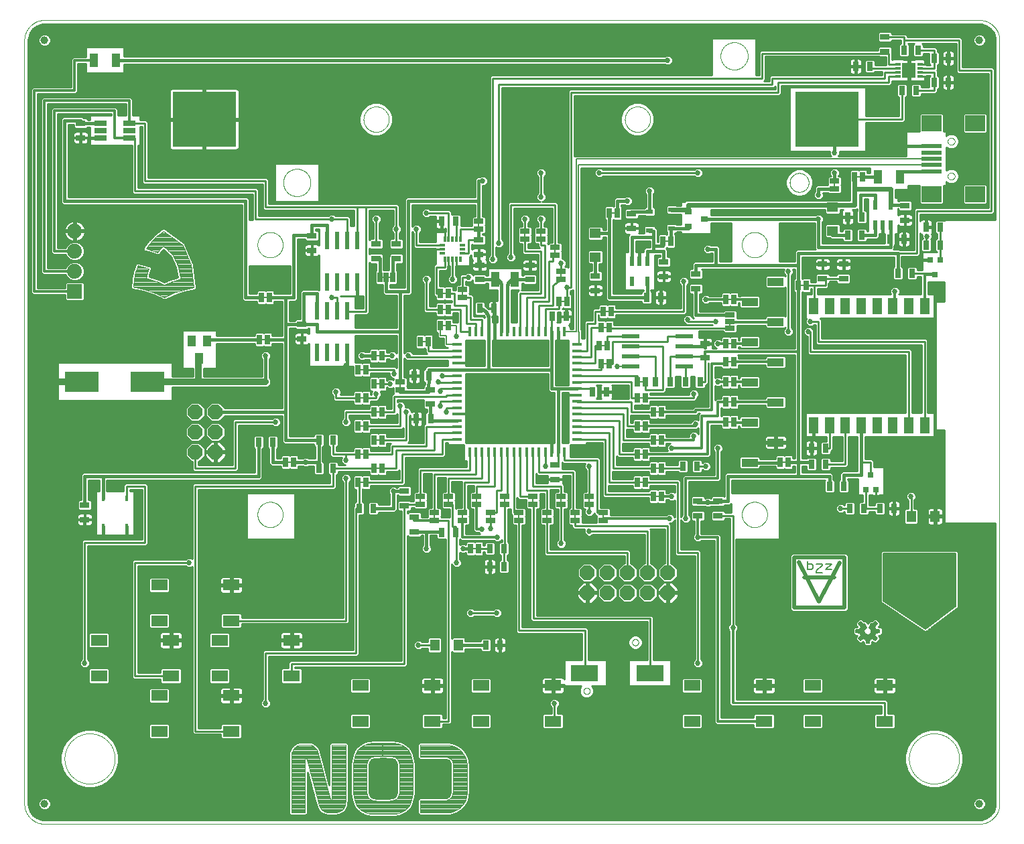
<source format=gtl>
G75*
%MOIN*%
%OFA0B0*%
%FSLAX25Y25*%
%IPPOS*%
%LPD*%
%AMOC8*
5,1,8,0,0,1.08239X$1,22.5*
%
%ADD10C,0.00000*%
%ADD11R,0.04724X0.03150*%
%ADD12R,0.05000X0.01575*%
%ADD13R,0.01575X0.05000*%
%ADD14R,0.03150X0.04724*%
%ADD15R,0.02756X0.02756*%
%ADD16R,0.08700X0.02400*%
%ADD17C,0.00591*%
%ADD18R,0.03150X0.01181*%
%ADD19R,0.01181X0.03150*%
%ADD20R,0.08268X0.05512*%
%ADD21R,0.02400X0.08700*%
%ADD22R,0.02165X0.04724*%
%ADD23R,0.03268X0.02480*%
%ADD24R,0.05512X0.04724*%
%ADD25R,0.03543X0.03150*%
%ADD26R,0.09843X0.01969*%
%ADD27R,0.09843X0.07874*%
%ADD28R,0.31800X0.27500*%
%ADD29C,0.00800*%
%ADD30R,0.02500X0.05000*%
%ADD31R,0.05000X0.02500*%
%ADD32OC8,0.07400*%
%ADD33R,0.01378X0.03150*%
%ADD34R,0.04724X0.05512*%
%ADD35R,0.07874X0.03937*%
%ADD36R,0.13780X0.07874*%
%ADD37C,0.03937*%
%ADD38R,0.03937X0.07087*%
%ADD39R,0.06299X0.02756*%
%ADD40R,0.04331X0.07480*%
%ADD41R,0.06811X0.07402*%
%ADD42R,0.07400X0.07400*%
%ADD43C,0.07400*%
%ADD44R,0.16929X0.09843*%
%ADD45R,0.03937X0.05512*%
%ADD46C,0.02000*%
%ADD47R,0.04724X0.07874*%
%ADD48C,0.00500*%
%ADD49C,0.00394*%
%ADD50C,0.01600*%
%ADD51C,0.01000*%
%ADD52C,0.02700*%
%ADD53C,0.01200*%
%ADD54C,0.03200*%
%ADD55C,0.00600*%
%ADD56C,0.02400*%
D10*
X0066595Y0088933D02*
X0531595Y0088933D01*
X0531837Y0088936D01*
X0532078Y0088945D01*
X0532319Y0088959D01*
X0532560Y0088980D01*
X0532800Y0089006D01*
X0533040Y0089038D01*
X0533279Y0089076D01*
X0533516Y0089119D01*
X0533753Y0089169D01*
X0533988Y0089224D01*
X0534222Y0089284D01*
X0534454Y0089351D01*
X0534685Y0089422D01*
X0534914Y0089500D01*
X0535141Y0089583D01*
X0535366Y0089671D01*
X0535589Y0089765D01*
X0535809Y0089864D01*
X0536027Y0089969D01*
X0536242Y0090078D01*
X0536455Y0090193D01*
X0536665Y0090313D01*
X0536871Y0090438D01*
X0537075Y0090568D01*
X0537276Y0090703D01*
X0537473Y0090843D01*
X0537667Y0090987D01*
X0537857Y0091136D01*
X0538043Y0091290D01*
X0538226Y0091448D01*
X0538405Y0091610D01*
X0538580Y0091777D01*
X0538751Y0091948D01*
X0538918Y0092123D01*
X0539080Y0092302D01*
X0539238Y0092485D01*
X0539392Y0092671D01*
X0539541Y0092861D01*
X0539685Y0093055D01*
X0539825Y0093252D01*
X0539960Y0093453D01*
X0540090Y0093657D01*
X0540215Y0093863D01*
X0540335Y0094073D01*
X0540450Y0094286D01*
X0540559Y0094501D01*
X0540664Y0094719D01*
X0540763Y0094939D01*
X0540857Y0095162D01*
X0540945Y0095387D01*
X0541028Y0095614D01*
X0541106Y0095843D01*
X0541177Y0096074D01*
X0541244Y0096306D01*
X0541304Y0096540D01*
X0541359Y0096775D01*
X0541409Y0097012D01*
X0541452Y0097249D01*
X0541490Y0097488D01*
X0541522Y0097728D01*
X0541548Y0097968D01*
X0541569Y0098209D01*
X0541583Y0098450D01*
X0541592Y0098691D01*
X0541595Y0098933D01*
X0541595Y0478933D01*
X0541592Y0479175D01*
X0541583Y0479416D01*
X0541569Y0479657D01*
X0541548Y0479898D01*
X0541522Y0480138D01*
X0541490Y0480378D01*
X0541452Y0480617D01*
X0541409Y0480854D01*
X0541359Y0481091D01*
X0541304Y0481326D01*
X0541244Y0481560D01*
X0541177Y0481792D01*
X0541106Y0482023D01*
X0541028Y0482252D01*
X0540945Y0482479D01*
X0540857Y0482704D01*
X0540763Y0482927D01*
X0540664Y0483147D01*
X0540559Y0483365D01*
X0540450Y0483580D01*
X0540335Y0483793D01*
X0540215Y0484003D01*
X0540090Y0484209D01*
X0539960Y0484413D01*
X0539825Y0484614D01*
X0539685Y0484811D01*
X0539541Y0485005D01*
X0539392Y0485195D01*
X0539238Y0485381D01*
X0539080Y0485564D01*
X0538918Y0485743D01*
X0538751Y0485918D01*
X0538580Y0486089D01*
X0538405Y0486256D01*
X0538226Y0486418D01*
X0538043Y0486576D01*
X0537857Y0486730D01*
X0537667Y0486879D01*
X0537473Y0487023D01*
X0537276Y0487163D01*
X0537075Y0487298D01*
X0536871Y0487428D01*
X0536665Y0487553D01*
X0536455Y0487673D01*
X0536242Y0487788D01*
X0536027Y0487897D01*
X0535809Y0488002D01*
X0535589Y0488101D01*
X0535366Y0488195D01*
X0535141Y0488283D01*
X0534914Y0488366D01*
X0534685Y0488444D01*
X0534454Y0488515D01*
X0534222Y0488582D01*
X0533988Y0488642D01*
X0533753Y0488697D01*
X0533516Y0488747D01*
X0533279Y0488790D01*
X0533040Y0488828D01*
X0532800Y0488860D01*
X0532560Y0488886D01*
X0532319Y0488907D01*
X0532078Y0488921D01*
X0531837Y0488930D01*
X0531595Y0488933D01*
X0066595Y0488933D01*
X0066353Y0488930D01*
X0066112Y0488921D01*
X0065871Y0488907D01*
X0065630Y0488886D01*
X0065390Y0488860D01*
X0065150Y0488828D01*
X0064911Y0488790D01*
X0064674Y0488747D01*
X0064437Y0488697D01*
X0064202Y0488642D01*
X0063968Y0488582D01*
X0063736Y0488515D01*
X0063505Y0488444D01*
X0063276Y0488366D01*
X0063049Y0488283D01*
X0062824Y0488195D01*
X0062601Y0488101D01*
X0062381Y0488002D01*
X0062163Y0487897D01*
X0061948Y0487788D01*
X0061735Y0487673D01*
X0061525Y0487553D01*
X0061319Y0487428D01*
X0061115Y0487298D01*
X0060914Y0487163D01*
X0060717Y0487023D01*
X0060523Y0486879D01*
X0060333Y0486730D01*
X0060147Y0486576D01*
X0059964Y0486418D01*
X0059785Y0486256D01*
X0059610Y0486089D01*
X0059439Y0485918D01*
X0059272Y0485743D01*
X0059110Y0485564D01*
X0058952Y0485381D01*
X0058798Y0485195D01*
X0058649Y0485005D01*
X0058505Y0484811D01*
X0058365Y0484614D01*
X0058230Y0484413D01*
X0058100Y0484209D01*
X0057975Y0484003D01*
X0057855Y0483793D01*
X0057740Y0483580D01*
X0057631Y0483365D01*
X0057526Y0483147D01*
X0057427Y0482927D01*
X0057333Y0482704D01*
X0057245Y0482479D01*
X0057162Y0482252D01*
X0057084Y0482023D01*
X0057013Y0481792D01*
X0056946Y0481560D01*
X0056886Y0481326D01*
X0056831Y0481091D01*
X0056781Y0480854D01*
X0056738Y0480617D01*
X0056700Y0480378D01*
X0056668Y0480138D01*
X0056642Y0479898D01*
X0056621Y0479657D01*
X0056607Y0479416D01*
X0056598Y0479175D01*
X0056595Y0478933D01*
X0056595Y0098933D01*
X0056598Y0098691D01*
X0056607Y0098450D01*
X0056621Y0098209D01*
X0056642Y0097968D01*
X0056668Y0097728D01*
X0056700Y0097488D01*
X0056738Y0097249D01*
X0056781Y0097012D01*
X0056831Y0096775D01*
X0056886Y0096540D01*
X0056946Y0096306D01*
X0057013Y0096074D01*
X0057084Y0095843D01*
X0057162Y0095614D01*
X0057245Y0095387D01*
X0057333Y0095162D01*
X0057427Y0094939D01*
X0057526Y0094719D01*
X0057631Y0094501D01*
X0057740Y0094286D01*
X0057855Y0094073D01*
X0057975Y0093863D01*
X0058100Y0093657D01*
X0058230Y0093453D01*
X0058365Y0093252D01*
X0058505Y0093055D01*
X0058649Y0092861D01*
X0058798Y0092671D01*
X0058952Y0092485D01*
X0059110Y0092302D01*
X0059272Y0092123D01*
X0059439Y0091948D01*
X0059610Y0091777D01*
X0059785Y0091610D01*
X0059964Y0091448D01*
X0060147Y0091290D01*
X0060333Y0091136D01*
X0060523Y0090987D01*
X0060717Y0090843D01*
X0060914Y0090703D01*
X0061115Y0090568D01*
X0061319Y0090438D01*
X0061525Y0090313D01*
X0061735Y0090193D01*
X0061948Y0090078D01*
X0062163Y0089969D01*
X0062381Y0089864D01*
X0062601Y0089765D01*
X0062824Y0089671D01*
X0063049Y0089583D01*
X0063276Y0089500D01*
X0063505Y0089422D01*
X0063736Y0089351D01*
X0063968Y0089284D01*
X0064202Y0089224D01*
X0064437Y0089169D01*
X0064674Y0089119D01*
X0064911Y0089076D01*
X0065150Y0089038D01*
X0065390Y0089006D01*
X0065630Y0088980D01*
X0065871Y0088959D01*
X0066112Y0088945D01*
X0066353Y0088936D01*
X0066595Y0088933D01*
X0076595Y0121433D02*
X0076599Y0121740D01*
X0076610Y0122046D01*
X0076629Y0122353D01*
X0076655Y0122658D01*
X0076689Y0122963D01*
X0076730Y0123267D01*
X0076779Y0123570D01*
X0076835Y0123872D01*
X0076899Y0124172D01*
X0076970Y0124470D01*
X0077048Y0124767D01*
X0077133Y0125062D01*
X0077226Y0125354D01*
X0077326Y0125644D01*
X0077433Y0125932D01*
X0077547Y0126217D01*
X0077667Y0126499D01*
X0077795Y0126777D01*
X0077930Y0127053D01*
X0078071Y0127325D01*
X0078219Y0127594D01*
X0078373Y0127859D01*
X0078534Y0128120D01*
X0078702Y0128378D01*
X0078875Y0128631D01*
X0079055Y0128879D01*
X0079241Y0129123D01*
X0079432Y0129363D01*
X0079630Y0129598D01*
X0079833Y0129827D01*
X0080042Y0130052D01*
X0080256Y0130272D01*
X0080476Y0130486D01*
X0080701Y0130695D01*
X0080930Y0130898D01*
X0081165Y0131096D01*
X0081405Y0131287D01*
X0081649Y0131473D01*
X0081897Y0131653D01*
X0082150Y0131826D01*
X0082408Y0131994D01*
X0082669Y0132155D01*
X0082934Y0132309D01*
X0083203Y0132457D01*
X0083475Y0132598D01*
X0083751Y0132733D01*
X0084029Y0132861D01*
X0084311Y0132981D01*
X0084596Y0133095D01*
X0084884Y0133202D01*
X0085174Y0133302D01*
X0085466Y0133395D01*
X0085761Y0133480D01*
X0086058Y0133558D01*
X0086356Y0133629D01*
X0086656Y0133693D01*
X0086958Y0133749D01*
X0087261Y0133798D01*
X0087565Y0133839D01*
X0087870Y0133873D01*
X0088175Y0133899D01*
X0088482Y0133918D01*
X0088788Y0133929D01*
X0089095Y0133933D01*
X0089402Y0133929D01*
X0089708Y0133918D01*
X0090015Y0133899D01*
X0090320Y0133873D01*
X0090625Y0133839D01*
X0090929Y0133798D01*
X0091232Y0133749D01*
X0091534Y0133693D01*
X0091834Y0133629D01*
X0092132Y0133558D01*
X0092429Y0133480D01*
X0092724Y0133395D01*
X0093016Y0133302D01*
X0093306Y0133202D01*
X0093594Y0133095D01*
X0093879Y0132981D01*
X0094161Y0132861D01*
X0094439Y0132733D01*
X0094715Y0132598D01*
X0094987Y0132457D01*
X0095256Y0132309D01*
X0095521Y0132155D01*
X0095782Y0131994D01*
X0096040Y0131826D01*
X0096293Y0131653D01*
X0096541Y0131473D01*
X0096785Y0131287D01*
X0097025Y0131096D01*
X0097260Y0130898D01*
X0097489Y0130695D01*
X0097714Y0130486D01*
X0097934Y0130272D01*
X0098148Y0130052D01*
X0098357Y0129827D01*
X0098560Y0129598D01*
X0098758Y0129363D01*
X0098949Y0129123D01*
X0099135Y0128879D01*
X0099315Y0128631D01*
X0099488Y0128378D01*
X0099656Y0128120D01*
X0099817Y0127859D01*
X0099971Y0127594D01*
X0100119Y0127325D01*
X0100260Y0127053D01*
X0100395Y0126777D01*
X0100523Y0126499D01*
X0100643Y0126217D01*
X0100757Y0125932D01*
X0100864Y0125644D01*
X0100964Y0125354D01*
X0101057Y0125062D01*
X0101142Y0124767D01*
X0101220Y0124470D01*
X0101291Y0124172D01*
X0101355Y0123872D01*
X0101411Y0123570D01*
X0101460Y0123267D01*
X0101501Y0122963D01*
X0101535Y0122658D01*
X0101561Y0122353D01*
X0101580Y0122046D01*
X0101591Y0121740D01*
X0101595Y0121433D01*
X0101591Y0121126D01*
X0101580Y0120820D01*
X0101561Y0120513D01*
X0101535Y0120208D01*
X0101501Y0119903D01*
X0101460Y0119599D01*
X0101411Y0119296D01*
X0101355Y0118994D01*
X0101291Y0118694D01*
X0101220Y0118396D01*
X0101142Y0118099D01*
X0101057Y0117804D01*
X0100964Y0117512D01*
X0100864Y0117222D01*
X0100757Y0116934D01*
X0100643Y0116649D01*
X0100523Y0116367D01*
X0100395Y0116089D01*
X0100260Y0115813D01*
X0100119Y0115541D01*
X0099971Y0115272D01*
X0099817Y0115007D01*
X0099656Y0114746D01*
X0099488Y0114488D01*
X0099315Y0114235D01*
X0099135Y0113987D01*
X0098949Y0113743D01*
X0098758Y0113503D01*
X0098560Y0113268D01*
X0098357Y0113039D01*
X0098148Y0112814D01*
X0097934Y0112594D01*
X0097714Y0112380D01*
X0097489Y0112171D01*
X0097260Y0111968D01*
X0097025Y0111770D01*
X0096785Y0111579D01*
X0096541Y0111393D01*
X0096293Y0111213D01*
X0096040Y0111040D01*
X0095782Y0110872D01*
X0095521Y0110711D01*
X0095256Y0110557D01*
X0094987Y0110409D01*
X0094715Y0110268D01*
X0094439Y0110133D01*
X0094161Y0110005D01*
X0093879Y0109885D01*
X0093594Y0109771D01*
X0093306Y0109664D01*
X0093016Y0109564D01*
X0092724Y0109471D01*
X0092429Y0109386D01*
X0092132Y0109308D01*
X0091834Y0109237D01*
X0091534Y0109173D01*
X0091232Y0109117D01*
X0090929Y0109068D01*
X0090625Y0109027D01*
X0090320Y0108993D01*
X0090015Y0108967D01*
X0089708Y0108948D01*
X0089402Y0108937D01*
X0089095Y0108933D01*
X0088788Y0108937D01*
X0088482Y0108948D01*
X0088175Y0108967D01*
X0087870Y0108993D01*
X0087565Y0109027D01*
X0087261Y0109068D01*
X0086958Y0109117D01*
X0086656Y0109173D01*
X0086356Y0109237D01*
X0086058Y0109308D01*
X0085761Y0109386D01*
X0085466Y0109471D01*
X0085174Y0109564D01*
X0084884Y0109664D01*
X0084596Y0109771D01*
X0084311Y0109885D01*
X0084029Y0110005D01*
X0083751Y0110133D01*
X0083475Y0110268D01*
X0083203Y0110409D01*
X0082934Y0110557D01*
X0082669Y0110711D01*
X0082408Y0110872D01*
X0082150Y0111040D01*
X0081897Y0111213D01*
X0081649Y0111393D01*
X0081405Y0111579D01*
X0081165Y0111770D01*
X0080930Y0111968D01*
X0080701Y0112171D01*
X0080476Y0112380D01*
X0080256Y0112594D01*
X0080042Y0112814D01*
X0079833Y0113039D01*
X0079630Y0113268D01*
X0079432Y0113503D01*
X0079241Y0113743D01*
X0079055Y0113987D01*
X0078875Y0114235D01*
X0078702Y0114488D01*
X0078534Y0114746D01*
X0078373Y0115007D01*
X0078219Y0115272D01*
X0078071Y0115541D01*
X0077930Y0115813D01*
X0077795Y0116089D01*
X0077667Y0116367D01*
X0077547Y0116649D01*
X0077433Y0116934D01*
X0077326Y0117222D01*
X0077226Y0117512D01*
X0077133Y0117804D01*
X0077048Y0118099D01*
X0076970Y0118396D01*
X0076899Y0118694D01*
X0076835Y0118994D01*
X0076779Y0119296D01*
X0076730Y0119599D01*
X0076689Y0119903D01*
X0076655Y0120208D01*
X0076629Y0120513D01*
X0076610Y0120820D01*
X0076599Y0121126D01*
X0076595Y0121433D01*
X0172540Y0242870D02*
X0172542Y0243028D01*
X0172548Y0243186D01*
X0172558Y0243344D01*
X0172572Y0243502D01*
X0172590Y0243659D01*
X0172611Y0243816D01*
X0172637Y0243972D01*
X0172667Y0244128D01*
X0172700Y0244283D01*
X0172738Y0244436D01*
X0172779Y0244589D01*
X0172824Y0244741D01*
X0172873Y0244892D01*
X0172926Y0245041D01*
X0172982Y0245189D01*
X0173042Y0245335D01*
X0173106Y0245480D01*
X0173174Y0245623D01*
X0173245Y0245765D01*
X0173319Y0245905D01*
X0173397Y0246042D01*
X0173479Y0246178D01*
X0173563Y0246312D01*
X0173652Y0246443D01*
X0173743Y0246572D01*
X0173838Y0246699D01*
X0173935Y0246824D01*
X0174036Y0246946D01*
X0174140Y0247065D01*
X0174247Y0247182D01*
X0174357Y0247296D01*
X0174470Y0247407D01*
X0174585Y0247516D01*
X0174703Y0247621D01*
X0174824Y0247723D01*
X0174947Y0247823D01*
X0175073Y0247919D01*
X0175201Y0248012D01*
X0175331Y0248102D01*
X0175464Y0248188D01*
X0175599Y0248272D01*
X0175735Y0248351D01*
X0175874Y0248428D01*
X0176015Y0248500D01*
X0176157Y0248570D01*
X0176301Y0248635D01*
X0176447Y0248697D01*
X0176594Y0248755D01*
X0176743Y0248810D01*
X0176893Y0248861D01*
X0177044Y0248908D01*
X0177196Y0248951D01*
X0177349Y0248990D01*
X0177504Y0249026D01*
X0177659Y0249057D01*
X0177815Y0249085D01*
X0177971Y0249109D01*
X0178128Y0249129D01*
X0178286Y0249145D01*
X0178443Y0249157D01*
X0178602Y0249165D01*
X0178760Y0249169D01*
X0178918Y0249169D01*
X0179076Y0249165D01*
X0179235Y0249157D01*
X0179392Y0249145D01*
X0179550Y0249129D01*
X0179707Y0249109D01*
X0179863Y0249085D01*
X0180019Y0249057D01*
X0180174Y0249026D01*
X0180329Y0248990D01*
X0180482Y0248951D01*
X0180634Y0248908D01*
X0180785Y0248861D01*
X0180935Y0248810D01*
X0181084Y0248755D01*
X0181231Y0248697D01*
X0181377Y0248635D01*
X0181521Y0248570D01*
X0181663Y0248500D01*
X0181804Y0248428D01*
X0181943Y0248351D01*
X0182079Y0248272D01*
X0182214Y0248188D01*
X0182347Y0248102D01*
X0182477Y0248012D01*
X0182605Y0247919D01*
X0182731Y0247823D01*
X0182854Y0247723D01*
X0182975Y0247621D01*
X0183093Y0247516D01*
X0183208Y0247407D01*
X0183321Y0247296D01*
X0183431Y0247182D01*
X0183538Y0247065D01*
X0183642Y0246946D01*
X0183743Y0246824D01*
X0183840Y0246699D01*
X0183935Y0246572D01*
X0184026Y0246443D01*
X0184115Y0246312D01*
X0184199Y0246178D01*
X0184281Y0246042D01*
X0184359Y0245905D01*
X0184433Y0245765D01*
X0184504Y0245623D01*
X0184572Y0245480D01*
X0184636Y0245335D01*
X0184696Y0245189D01*
X0184752Y0245041D01*
X0184805Y0244892D01*
X0184854Y0244741D01*
X0184899Y0244589D01*
X0184940Y0244436D01*
X0184978Y0244283D01*
X0185011Y0244128D01*
X0185041Y0243972D01*
X0185067Y0243816D01*
X0185088Y0243659D01*
X0185106Y0243502D01*
X0185120Y0243344D01*
X0185130Y0243186D01*
X0185136Y0243028D01*
X0185138Y0242870D01*
X0185136Y0242712D01*
X0185130Y0242554D01*
X0185120Y0242396D01*
X0185106Y0242238D01*
X0185088Y0242081D01*
X0185067Y0241924D01*
X0185041Y0241768D01*
X0185011Y0241612D01*
X0184978Y0241457D01*
X0184940Y0241304D01*
X0184899Y0241151D01*
X0184854Y0240999D01*
X0184805Y0240848D01*
X0184752Y0240699D01*
X0184696Y0240551D01*
X0184636Y0240405D01*
X0184572Y0240260D01*
X0184504Y0240117D01*
X0184433Y0239975D01*
X0184359Y0239835D01*
X0184281Y0239698D01*
X0184199Y0239562D01*
X0184115Y0239428D01*
X0184026Y0239297D01*
X0183935Y0239168D01*
X0183840Y0239041D01*
X0183743Y0238916D01*
X0183642Y0238794D01*
X0183538Y0238675D01*
X0183431Y0238558D01*
X0183321Y0238444D01*
X0183208Y0238333D01*
X0183093Y0238224D01*
X0182975Y0238119D01*
X0182854Y0238017D01*
X0182731Y0237917D01*
X0182605Y0237821D01*
X0182477Y0237728D01*
X0182347Y0237638D01*
X0182214Y0237552D01*
X0182079Y0237468D01*
X0181943Y0237389D01*
X0181804Y0237312D01*
X0181663Y0237240D01*
X0181521Y0237170D01*
X0181377Y0237105D01*
X0181231Y0237043D01*
X0181084Y0236985D01*
X0180935Y0236930D01*
X0180785Y0236879D01*
X0180634Y0236832D01*
X0180482Y0236789D01*
X0180329Y0236750D01*
X0180174Y0236714D01*
X0180019Y0236683D01*
X0179863Y0236655D01*
X0179707Y0236631D01*
X0179550Y0236611D01*
X0179392Y0236595D01*
X0179235Y0236583D01*
X0179076Y0236575D01*
X0178918Y0236571D01*
X0178760Y0236571D01*
X0178602Y0236575D01*
X0178443Y0236583D01*
X0178286Y0236595D01*
X0178128Y0236611D01*
X0177971Y0236631D01*
X0177815Y0236655D01*
X0177659Y0236683D01*
X0177504Y0236714D01*
X0177349Y0236750D01*
X0177196Y0236789D01*
X0177044Y0236832D01*
X0176893Y0236879D01*
X0176743Y0236930D01*
X0176594Y0236985D01*
X0176447Y0237043D01*
X0176301Y0237105D01*
X0176157Y0237170D01*
X0176015Y0237240D01*
X0175874Y0237312D01*
X0175735Y0237389D01*
X0175599Y0237468D01*
X0175464Y0237552D01*
X0175331Y0237638D01*
X0175201Y0237728D01*
X0175073Y0237821D01*
X0174947Y0237917D01*
X0174824Y0238017D01*
X0174703Y0238119D01*
X0174585Y0238224D01*
X0174470Y0238333D01*
X0174357Y0238444D01*
X0174247Y0238558D01*
X0174140Y0238675D01*
X0174036Y0238794D01*
X0173935Y0238916D01*
X0173838Y0239041D01*
X0173743Y0239168D01*
X0173652Y0239297D01*
X0173563Y0239428D01*
X0173479Y0239562D01*
X0173397Y0239698D01*
X0173319Y0239835D01*
X0173245Y0239975D01*
X0173174Y0240117D01*
X0173106Y0240260D01*
X0173042Y0240405D01*
X0172982Y0240551D01*
X0172926Y0240699D01*
X0172873Y0240848D01*
X0172824Y0240999D01*
X0172779Y0241151D01*
X0172738Y0241304D01*
X0172700Y0241457D01*
X0172667Y0241612D01*
X0172637Y0241768D01*
X0172611Y0241924D01*
X0172590Y0242081D01*
X0172572Y0242238D01*
X0172558Y0242396D01*
X0172548Y0242554D01*
X0172542Y0242712D01*
X0172540Y0242870D01*
X0172540Y0377122D02*
X0172542Y0377280D01*
X0172548Y0377438D01*
X0172558Y0377596D01*
X0172572Y0377754D01*
X0172590Y0377911D01*
X0172611Y0378068D01*
X0172637Y0378224D01*
X0172667Y0378380D01*
X0172700Y0378535D01*
X0172738Y0378688D01*
X0172779Y0378841D01*
X0172824Y0378993D01*
X0172873Y0379144D01*
X0172926Y0379293D01*
X0172982Y0379441D01*
X0173042Y0379587D01*
X0173106Y0379732D01*
X0173174Y0379875D01*
X0173245Y0380017D01*
X0173319Y0380157D01*
X0173397Y0380294D01*
X0173479Y0380430D01*
X0173563Y0380564D01*
X0173652Y0380695D01*
X0173743Y0380824D01*
X0173838Y0380951D01*
X0173935Y0381076D01*
X0174036Y0381198D01*
X0174140Y0381317D01*
X0174247Y0381434D01*
X0174357Y0381548D01*
X0174470Y0381659D01*
X0174585Y0381768D01*
X0174703Y0381873D01*
X0174824Y0381975D01*
X0174947Y0382075D01*
X0175073Y0382171D01*
X0175201Y0382264D01*
X0175331Y0382354D01*
X0175464Y0382440D01*
X0175599Y0382524D01*
X0175735Y0382603D01*
X0175874Y0382680D01*
X0176015Y0382752D01*
X0176157Y0382822D01*
X0176301Y0382887D01*
X0176447Y0382949D01*
X0176594Y0383007D01*
X0176743Y0383062D01*
X0176893Y0383113D01*
X0177044Y0383160D01*
X0177196Y0383203D01*
X0177349Y0383242D01*
X0177504Y0383278D01*
X0177659Y0383309D01*
X0177815Y0383337D01*
X0177971Y0383361D01*
X0178128Y0383381D01*
X0178286Y0383397D01*
X0178443Y0383409D01*
X0178602Y0383417D01*
X0178760Y0383421D01*
X0178918Y0383421D01*
X0179076Y0383417D01*
X0179235Y0383409D01*
X0179392Y0383397D01*
X0179550Y0383381D01*
X0179707Y0383361D01*
X0179863Y0383337D01*
X0180019Y0383309D01*
X0180174Y0383278D01*
X0180329Y0383242D01*
X0180482Y0383203D01*
X0180634Y0383160D01*
X0180785Y0383113D01*
X0180935Y0383062D01*
X0181084Y0383007D01*
X0181231Y0382949D01*
X0181377Y0382887D01*
X0181521Y0382822D01*
X0181663Y0382752D01*
X0181804Y0382680D01*
X0181943Y0382603D01*
X0182079Y0382524D01*
X0182214Y0382440D01*
X0182347Y0382354D01*
X0182477Y0382264D01*
X0182605Y0382171D01*
X0182731Y0382075D01*
X0182854Y0381975D01*
X0182975Y0381873D01*
X0183093Y0381768D01*
X0183208Y0381659D01*
X0183321Y0381548D01*
X0183431Y0381434D01*
X0183538Y0381317D01*
X0183642Y0381198D01*
X0183743Y0381076D01*
X0183840Y0380951D01*
X0183935Y0380824D01*
X0184026Y0380695D01*
X0184115Y0380564D01*
X0184199Y0380430D01*
X0184281Y0380294D01*
X0184359Y0380157D01*
X0184433Y0380017D01*
X0184504Y0379875D01*
X0184572Y0379732D01*
X0184636Y0379587D01*
X0184696Y0379441D01*
X0184752Y0379293D01*
X0184805Y0379144D01*
X0184854Y0378993D01*
X0184899Y0378841D01*
X0184940Y0378688D01*
X0184978Y0378535D01*
X0185011Y0378380D01*
X0185041Y0378224D01*
X0185067Y0378068D01*
X0185088Y0377911D01*
X0185106Y0377754D01*
X0185120Y0377596D01*
X0185130Y0377438D01*
X0185136Y0377280D01*
X0185138Y0377122D01*
X0185136Y0376964D01*
X0185130Y0376806D01*
X0185120Y0376648D01*
X0185106Y0376490D01*
X0185088Y0376333D01*
X0185067Y0376176D01*
X0185041Y0376020D01*
X0185011Y0375864D01*
X0184978Y0375709D01*
X0184940Y0375556D01*
X0184899Y0375403D01*
X0184854Y0375251D01*
X0184805Y0375100D01*
X0184752Y0374951D01*
X0184696Y0374803D01*
X0184636Y0374657D01*
X0184572Y0374512D01*
X0184504Y0374369D01*
X0184433Y0374227D01*
X0184359Y0374087D01*
X0184281Y0373950D01*
X0184199Y0373814D01*
X0184115Y0373680D01*
X0184026Y0373549D01*
X0183935Y0373420D01*
X0183840Y0373293D01*
X0183743Y0373168D01*
X0183642Y0373046D01*
X0183538Y0372927D01*
X0183431Y0372810D01*
X0183321Y0372696D01*
X0183208Y0372585D01*
X0183093Y0372476D01*
X0182975Y0372371D01*
X0182854Y0372269D01*
X0182731Y0372169D01*
X0182605Y0372073D01*
X0182477Y0371980D01*
X0182347Y0371890D01*
X0182214Y0371804D01*
X0182079Y0371720D01*
X0181943Y0371641D01*
X0181804Y0371564D01*
X0181663Y0371492D01*
X0181521Y0371422D01*
X0181377Y0371357D01*
X0181231Y0371295D01*
X0181084Y0371237D01*
X0180935Y0371182D01*
X0180785Y0371131D01*
X0180634Y0371084D01*
X0180482Y0371041D01*
X0180329Y0371002D01*
X0180174Y0370966D01*
X0180019Y0370935D01*
X0179863Y0370907D01*
X0179707Y0370883D01*
X0179550Y0370863D01*
X0179392Y0370847D01*
X0179235Y0370835D01*
X0179076Y0370827D01*
X0178918Y0370823D01*
X0178760Y0370823D01*
X0178602Y0370827D01*
X0178443Y0370835D01*
X0178286Y0370847D01*
X0178128Y0370863D01*
X0177971Y0370883D01*
X0177815Y0370907D01*
X0177659Y0370935D01*
X0177504Y0370966D01*
X0177349Y0371002D01*
X0177196Y0371041D01*
X0177044Y0371084D01*
X0176893Y0371131D01*
X0176743Y0371182D01*
X0176594Y0371237D01*
X0176447Y0371295D01*
X0176301Y0371357D01*
X0176157Y0371422D01*
X0176015Y0371492D01*
X0175874Y0371564D01*
X0175735Y0371641D01*
X0175599Y0371720D01*
X0175464Y0371804D01*
X0175331Y0371890D01*
X0175201Y0371980D01*
X0175073Y0372073D01*
X0174947Y0372169D01*
X0174824Y0372269D01*
X0174703Y0372371D01*
X0174585Y0372476D01*
X0174470Y0372585D01*
X0174357Y0372696D01*
X0174247Y0372810D01*
X0174140Y0372927D01*
X0174036Y0373046D01*
X0173935Y0373168D01*
X0173838Y0373293D01*
X0173743Y0373420D01*
X0173652Y0373549D01*
X0173563Y0373680D01*
X0173479Y0373814D01*
X0173397Y0373950D01*
X0173319Y0374087D01*
X0173245Y0374227D01*
X0173174Y0374369D01*
X0173106Y0374512D01*
X0173042Y0374657D01*
X0172982Y0374803D01*
X0172926Y0374951D01*
X0172873Y0375100D01*
X0172824Y0375251D01*
X0172779Y0375403D01*
X0172738Y0375556D01*
X0172700Y0375709D01*
X0172667Y0375864D01*
X0172637Y0376020D01*
X0172611Y0376176D01*
X0172590Y0376333D01*
X0172572Y0376490D01*
X0172558Y0376648D01*
X0172548Y0376806D01*
X0172542Y0376964D01*
X0172540Y0377122D01*
X0185345Y0408083D02*
X0185347Y0408250D01*
X0185353Y0408417D01*
X0185363Y0408583D01*
X0185378Y0408750D01*
X0185396Y0408915D01*
X0185419Y0409081D01*
X0185445Y0409246D01*
X0185476Y0409410D01*
X0185510Y0409573D01*
X0185549Y0409735D01*
X0185591Y0409897D01*
X0185638Y0410057D01*
X0185688Y0410216D01*
X0185743Y0410374D01*
X0185801Y0410530D01*
X0185863Y0410685D01*
X0185928Y0410839D01*
X0185998Y0410990D01*
X0186071Y0411140D01*
X0186148Y0411288D01*
X0186228Y0411435D01*
X0186312Y0411579D01*
X0186400Y0411721D01*
X0186491Y0411861D01*
X0186585Y0411998D01*
X0186683Y0412134D01*
X0186784Y0412267D01*
X0186889Y0412397D01*
X0186996Y0412525D01*
X0187107Y0412650D01*
X0187220Y0412772D01*
X0187337Y0412891D01*
X0187456Y0413008D01*
X0187578Y0413121D01*
X0187703Y0413232D01*
X0187831Y0413339D01*
X0187961Y0413444D01*
X0188094Y0413545D01*
X0188230Y0413643D01*
X0188367Y0413737D01*
X0188507Y0413828D01*
X0188649Y0413916D01*
X0188793Y0414000D01*
X0188940Y0414080D01*
X0189088Y0414157D01*
X0189238Y0414230D01*
X0189389Y0414300D01*
X0189543Y0414365D01*
X0189698Y0414427D01*
X0189854Y0414485D01*
X0190012Y0414540D01*
X0190171Y0414590D01*
X0190331Y0414637D01*
X0190493Y0414679D01*
X0190655Y0414718D01*
X0190818Y0414752D01*
X0190982Y0414783D01*
X0191147Y0414809D01*
X0191313Y0414832D01*
X0191478Y0414850D01*
X0191645Y0414865D01*
X0191811Y0414875D01*
X0191978Y0414881D01*
X0192145Y0414883D01*
X0192312Y0414881D01*
X0192479Y0414875D01*
X0192645Y0414865D01*
X0192812Y0414850D01*
X0192977Y0414832D01*
X0193143Y0414809D01*
X0193308Y0414783D01*
X0193472Y0414752D01*
X0193635Y0414718D01*
X0193797Y0414679D01*
X0193959Y0414637D01*
X0194119Y0414590D01*
X0194278Y0414540D01*
X0194436Y0414485D01*
X0194592Y0414427D01*
X0194747Y0414365D01*
X0194901Y0414300D01*
X0195052Y0414230D01*
X0195202Y0414157D01*
X0195350Y0414080D01*
X0195497Y0414000D01*
X0195641Y0413916D01*
X0195783Y0413828D01*
X0195923Y0413737D01*
X0196060Y0413643D01*
X0196196Y0413545D01*
X0196329Y0413444D01*
X0196459Y0413339D01*
X0196587Y0413232D01*
X0196712Y0413121D01*
X0196834Y0413008D01*
X0196953Y0412891D01*
X0197070Y0412772D01*
X0197183Y0412650D01*
X0197294Y0412525D01*
X0197401Y0412397D01*
X0197506Y0412267D01*
X0197607Y0412134D01*
X0197705Y0411998D01*
X0197799Y0411861D01*
X0197890Y0411721D01*
X0197978Y0411579D01*
X0198062Y0411435D01*
X0198142Y0411288D01*
X0198219Y0411140D01*
X0198292Y0410990D01*
X0198362Y0410839D01*
X0198427Y0410685D01*
X0198489Y0410530D01*
X0198547Y0410374D01*
X0198602Y0410216D01*
X0198652Y0410057D01*
X0198699Y0409897D01*
X0198741Y0409735D01*
X0198780Y0409573D01*
X0198814Y0409410D01*
X0198845Y0409246D01*
X0198871Y0409081D01*
X0198894Y0408915D01*
X0198912Y0408750D01*
X0198927Y0408583D01*
X0198937Y0408417D01*
X0198943Y0408250D01*
X0198945Y0408083D01*
X0198943Y0407916D01*
X0198937Y0407749D01*
X0198927Y0407583D01*
X0198912Y0407416D01*
X0198894Y0407251D01*
X0198871Y0407085D01*
X0198845Y0406920D01*
X0198814Y0406756D01*
X0198780Y0406593D01*
X0198741Y0406431D01*
X0198699Y0406269D01*
X0198652Y0406109D01*
X0198602Y0405950D01*
X0198547Y0405792D01*
X0198489Y0405636D01*
X0198427Y0405481D01*
X0198362Y0405327D01*
X0198292Y0405176D01*
X0198219Y0405026D01*
X0198142Y0404878D01*
X0198062Y0404731D01*
X0197978Y0404587D01*
X0197890Y0404445D01*
X0197799Y0404305D01*
X0197705Y0404168D01*
X0197607Y0404032D01*
X0197506Y0403899D01*
X0197401Y0403769D01*
X0197294Y0403641D01*
X0197183Y0403516D01*
X0197070Y0403394D01*
X0196953Y0403275D01*
X0196834Y0403158D01*
X0196712Y0403045D01*
X0196587Y0402934D01*
X0196459Y0402827D01*
X0196329Y0402722D01*
X0196196Y0402621D01*
X0196060Y0402523D01*
X0195923Y0402429D01*
X0195783Y0402338D01*
X0195641Y0402250D01*
X0195497Y0402166D01*
X0195350Y0402086D01*
X0195202Y0402009D01*
X0195052Y0401936D01*
X0194901Y0401866D01*
X0194747Y0401801D01*
X0194592Y0401739D01*
X0194436Y0401681D01*
X0194278Y0401626D01*
X0194119Y0401576D01*
X0193959Y0401529D01*
X0193797Y0401487D01*
X0193635Y0401448D01*
X0193472Y0401414D01*
X0193308Y0401383D01*
X0193143Y0401357D01*
X0192977Y0401334D01*
X0192812Y0401316D01*
X0192645Y0401301D01*
X0192479Y0401291D01*
X0192312Y0401285D01*
X0192145Y0401283D01*
X0191978Y0401285D01*
X0191811Y0401291D01*
X0191645Y0401301D01*
X0191478Y0401316D01*
X0191313Y0401334D01*
X0191147Y0401357D01*
X0190982Y0401383D01*
X0190818Y0401414D01*
X0190655Y0401448D01*
X0190493Y0401487D01*
X0190331Y0401529D01*
X0190171Y0401576D01*
X0190012Y0401626D01*
X0189854Y0401681D01*
X0189698Y0401739D01*
X0189543Y0401801D01*
X0189389Y0401866D01*
X0189238Y0401936D01*
X0189088Y0402009D01*
X0188940Y0402086D01*
X0188793Y0402166D01*
X0188649Y0402250D01*
X0188507Y0402338D01*
X0188367Y0402429D01*
X0188230Y0402523D01*
X0188094Y0402621D01*
X0187961Y0402722D01*
X0187831Y0402827D01*
X0187703Y0402934D01*
X0187578Y0403045D01*
X0187456Y0403158D01*
X0187337Y0403275D01*
X0187220Y0403394D01*
X0187107Y0403516D01*
X0186996Y0403641D01*
X0186889Y0403769D01*
X0186784Y0403899D01*
X0186683Y0404032D01*
X0186585Y0404168D01*
X0186491Y0404305D01*
X0186400Y0404445D01*
X0186312Y0404587D01*
X0186228Y0404731D01*
X0186148Y0404878D01*
X0186071Y0405026D01*
X0185998Y0405176D01*
X0185928Y0405327D01*
X0185863Y0405481D01*
X0185801Y0405636D01*
X0185743Y0405792D01*
X0185688Y0405950D01*
X0185638Y0406109D01*
X0185591Y0406269D01*
X0185549Y0406431D01*
X0185510Y0406593D01*
X0185476Y0406756D01*
X0185445Y0406920D01*
X0185419Y0407085D01*
X0185396Y0407251D01*
X0185378Y0407416D01*
X0185363Y0407583D01*
X0185353Y0407749D01*
X0185347Y0407916D01*
X0185345Y0408083D01*
X0225296Y0439583D02*
X0225298Y0439741D01*
X0225304Y0439899D01*
X0225314Y0440057D01*
X0225328Y0440215D01*
X0225346Y0440372D01*
X0225367Y0440529D01*
X0225393Y0440685D01*
X0225423Y0440841D01*
X0225456Y0440996D01*
X0225494Y0441149D01*
X0225535Y0441302D01*
X0225580Y0441454D01*
X0225629Y0441605D01*
X0225682Y0441754D01*
X0225738Y0441902D01*
X0225798Y0442048D01*
X0225862Y0442193D01*
X0225930Y0442336D01*
X0226001Y0442478D01*
X0226075Y0442618D01*
X0226153Y0442755D01*
X0226235Y0442891D01*
X0226319Y0443025D01*
X0226408Y0443156D01*
X0226499Y0443285D01*
X0226594Y0443412D01*
X0226691Y0443537D01*
X0226792Y0443659D01*
X0226896Y0443778D01*
X0227003Y0443895D01*
X0227113Y0444009D01*
X0227226Y0444120D01*
X0227341Y0444229D01*
X0227459Y0444334D01*
X0227580Y0444436D01*
X0227703Y0444536D01*
X0227829Y0444632D01*
X0227957Y0444725D01*
X0228087Y0444815D01*
X0228220Y0444901D01*
X0228355Y0444985D01*
X0228491Y0445064D01*
X0228630Y0445141D01*
X0228771Y0445213D01*
X0228913Y0445283D01*
X0229057Y0445348D01*
X0229203Y0445410D01*
X0229350Y0445468D01*
X0229499Y0445523D01*
X0229649Y0445574D01*
X0229800Y0445621D01*
X0229952Y0445664D01*
X0230105Y0445703D01*
X0230260Y0445739D01*
X0230415Y0445770D01*
X0230571Y0445798D01*
X0230727Y0445822D01*
X0230884Y0445842D01*
X0231042Y0445858D01*
X0231199Y0445870D01*
X0231358Y0445878D01*
X0231516Y0445882D01*
X0231674Y0445882D01*
X0231832Y0445878D01*
X0231991Y0445870D01*
X0232148Y0445858D01*
X0232306Y0445842D01*
X0232463Y0445822D01*
X0232619Y0445798D01*
X0232775Y0445770D01*
X0232930Y0445739D01*
X0233085Y0445703D01*
X0233238Y0445664D01*
X0233390Y0445621D01*
X0233541Y0445574D01*
X0233691Y0445523D01*
X0233840Y0445468D01*
X0233987Y0445410D01*
X0234133Y0445348D01*
X0234277Y0445283D01*
X0234419Y0445213D01*
X0234560Y0445141D01*
X0234699Y0445064D01*
X0234835Y0444985D01*
X0234970Y0444901D01*
X0235103Y0444815D01*
X0235233Y0444725D01*
X0235361Y0444632D01*
X0235487Y0444536D01*
X0235610Y0444436D01*
X0235731Y0444334D01*
X0235849Y0444229D01*
X0235964Y0444120D01*
X0236077Y0444009D01*
X0236187Y0443895D01*
X0236294Y0443778D01*
X0236398Y0443659D01*
X0236499Y0443537D01*
X0236596Y0443412D01*
X0236691Y0443285D01*
X0236782Y0443156D01*
X0236871Y0443025D01*
X0236955Y0442891D01*
X0237037Y0442755D01*
X0237115Y0442618D01*
X0237189Y0442478D01*
X0237260Y0442336D01*
X0237328Y0442193D01*
X0237392Y0442048D01*
X0237452Y0441902D01*
X0237508Y0441754D01*
X0237561Y0441605D01*
X0237610Y0441454D01*
X0237655Y0441302D01*
X0237696Y0441149D01*
X0237734Y0440996D01*
X0237767Y0440841D01*
X0237797Y0440685D01*
X0237823Y0440529D01*
X0237844Y0440372D01*
X0237862Y0440215D01*
X0237876Y0440057D01*
X0237886Y0439899D01*
X0237892Y0439741D01*
X0237894Y0439583D01*
X0237892Y0439425D01*
X0237886Y0439267D01*
X0237876Y0439109D01*
X0237862Y0438951D01*
X0237844Y0438794D01*
X0237823Y0438637D01*
X0237797Y0438481D01*
X0237767Y0438325D01*
X0237734Y0438170D01*
X0237696Y0438017D01*
X0237655Y0437864D01*
X0237610Y0437712D01*
X0237561Y0437561D01*
X0237508Y0437412D01*
X0237452Y0437264D01*
X0237392Y0437118D01*
X0237328Y0436973D01*
X0237260Y0436830D01*
X0237189Y0436688D01*
X0237115Y0436548D01*
X0237037Y0436411D01*
X0236955Y0436275D01*
X0236871Y0436141D01*
X0236782Y0436010D01*
X0236691Y0435881D01*
X0236596Y0435754D01*
X0236499Y0435629D01*
X0236398Y0435507D01*
X0236294Y0435388D01*
X0236187Y0435271D01*
X0236077Y0435157D01*
X0235964Y0435046D01*
X0235849Y0434937D01*
X0235731Y0434832D01*
X0235610Y0434730D01*
X0235487Y0434630D01*
X0235361Y0434534D01*
X0235233Y0434441D01*
X0235103Y0434351D01*
X0234970Y0434265D01*
X0234835Y0434181D01*
X0234699Y0434102D01*
X0234560Y0434025D01*
X0234419Y0433953D01*
X0234277Y0433883D01*
X0234133Y0433818D01*
X0233987Y0433756D01*
X0233840Y0433698D01*
X0233691Y0433643D01*
X0233541Y0433592D01*
X0233390Y0433545D01*
X0233238Y0433502D01*
X0233085Y0433463D01*
X0232930Y0433427D01*
X0232775Y0433396D01*
X0232619Y0433368D01*
X0232463Y0433344D01*
X0232306Y0433324D01*
X0232148Y0433308D01*
X0231991Y0433296D01*
X0231832Y0433288D01*
X0231674Y0433284D01*
X0231516Y0433284D01*
X0231358Y0433288D01*
X0231199Y0433296D01*
X0231042Y0433308D01*
X0230884Y0433324D01*
X0230727Y0433344D01*
X0230571Y0433368D01*
X0230415Y0433396D01*
X0230260Y0433427D01*
X0230105Y0433463D01*
X0229952Y0433502D01*
X0229800Y0433545D01*
X0229649Y0433592D01*
X0229499Y0433643D01*
X0229350Y0433698D01*
X0229203Y0433756D01*
X0229057Y0433818D01*
X0228913Y0433883D01*
X0228771Y0433953D01*
X0228630Y0434025D01*
X0228491Y0434102D01*
X0228355Y0434181D01*
X0228220Y0434265D01*
X0228087Y0434351D01*
X0227957Y0434441D01*
X0227829Y0434534D01*
X0227703Y0434630D01*
X0227580Y0434730D01*
X0227459Y0434832D01*
X0227341Y0434937D01*
X0227226Y0435046D01*
X0227113Y0435157D01*
X0227003Y0435271D01*
X0226896Y0435388D01*
X0226792Y0435507D01*
X0226691Y0435629D01*
X0226594Y0435754D01*
X0226499Y0435881D01*
X0226408Y0436010D01*
X0226319Y0436141D01*
X0226235Y0436275D01*
X0226153Y0436411D01*
X0226075Y0436548D01*
X0226001Y0436688D01*
X0225930Y0436830D01*
X0225862Y0436973D01*
X0225798Y0437118D01*
X0225738Y0437264D01*
X0225682Y0437412D01*
X0225629Y0437561D01*
X0225580Y0437712D01*
X0225535Y0437864D01*
X0225494Y0438017D01*
X0225456Y0438170D01*
X0225423Y0438325D01*
X0225393Y0438481D01*
X0225367Y0438637D01*
X0225346Y0438794D01*
X0225328Y0438951D01*
X0225314Y0439109D01*
X0225304Y0439267D01*
X0225298Y0439425D01*
X0225296Y0439583D01*
X0355296Y0439583D02*
X0355298Y0439741D01*
X0355304Y0439899D01*
X0355314Y0440057D01*
X0355328Y0440215D01*
X0355346Y0440372D01*
X0355367Y0440529D01*
X0355393Y0440685D01*
X0355423Y0440841D01*
X0355456Y0440996D01*
X0355494Y0441149D01*
X0355535Y0441302D01*
X0355580Y0441454D01*
X0355629Y0441605D01*
X0355682Y0441754D01*
X0355738Y0441902D01*
X0355798Y0442048D01*
X0355862Y0442193D01*
X0355930Y0442336D01*
X0356001Y0442478D01*
X0356075Y0442618D01*
X0356153Y0442755D01*
X0356235Y0442891D01*
X0356319Y0443025D01*
X0356408Y0443156D01*
X0356499Y0443285D01*
X0356594Y0443412D01*
X0356691Y0443537D01*
X0356792Y0443659D01*
X0356896Y0443778D01*
X0357003Y0443895D01*
X0357113Y0444009D01*
X0357226Y0444120D01*
X0357341Y0444229D01*
X0357459Y0444334D01*
X0357580Y0444436D01*
X0357703Y0444536D01*
X0357829Y0444632D01*
X0357957Y0444725D01*
X0358087Y0444815D01*
X0358220Y0444901D01*
X0358355Y0444985D01*
X0358491Y0445064D01*
X0358630Y0445141D01*
X0358771Y0445213D01*
X0358913Y0445283D01*
X0359057Y0445348D01*
X0359203Y0445410D01*
X0359350Y0445468D01*
X0359499Y0445523D01*
X0359649Y0445574D01*
X0359800Y0445621D01*
X0359952Y0445664D01*
X0360105Y0445703D01*
X0360260Y0445739D01*
X0360415Y0445770D01*
X0360571Y0445798D01*
X0360727Y0445822D01*
X0360884Y0445842D01*
X0361042Y0445858D01*
X0361199Y0445870D01*
X0361358Y0445878D01*
X0361516Y0445882D01*
X0361674Y0445882D01*
X0361832Y0445878D01*
X0361991Y0445870D01*
X0362148Y0445858D01*
X0362306Y0445842D01*
X0362463Y0445822D01*
X0362619Y0445798D01*
X0362775Y0445770D01*
X0362930Y0445739D01*
X0363085Y0445703D01*
X0363238Y0445664D01*
X0363390Y0445621D01*
X0363541Y0445574D01*
X0363691Y0445523D01*
X0363840Y0445468D01*
X0363987Y0445410D01*
X0364133Y0445348D01*
X0364277Y0445283D01*
X0364419Y0445213D01*
X0364560Y0445141D01*
X0364699Y0445064D01*
X0364835Y0444985D01*
X0364970Y0444901D01*
X0365103Y0444815D01*
X0365233Y0444725D01*
X0365361Y0444632D01*
X0365487Y0444536D01*
X0365610Y0444436D01*
X0365731Y0444334D01*
X0365849Y0444229D01*
X0365964Y0444120D01*
X0366077Y0444009D01*
X0366187Y0443895D01*
X0366294Y0443778D01*
X0366398Y0443659D01*
X0366499Y0443537D01*
X0366596Y0443412D01*
X0366691Y0443285D01*
X0366782Y0443156D01*
X0366871Y0443025D01*
X0366955Y0442891D01*
X0367037Y0442755D01*
X0367115Y0442618D01*
X0367189Y0442478D01*
X0367260Y0442336D01*
X0367328Y0442193D01*
X0367392Y0442048D01*
X0367452Y0441902D01*
X0367508Y0441754D01*
X0367561Y0441605D01*
X0367610Y0441454D01*
X0367655Y0441302D01*
X0367696Y0441149D01*
X0367734Y0440996D01*
X0367767Y0440841D01*
X0367797Y0440685D01*
X0367823Y0440529D01*
X0367844Y0440372D01*
X0367862Y0440215D01*
X0367876Y0440057D01*
X0367886Y0439899D01*
X0367892Y0439741D01*
X0367894Y0439583D01*
X0367892Y0439425D01*
X0367886Y0439267D01*
X0367876Y0439109D01*
X0367862Y0438951D01*
X0367844Y0438794D01*
X0367823Y0438637D01*
X0367797Y0438481D01*
X0367767Y0438325D01*
X0367734Y0438170D01*
X0367696Y0438017D01*
X0367655Y0437864D01*
X0367610Y0437712D01*
X0367561Y0437561D01*
X0367508Y0437412D01*
X0367452Y0437264D01*
X0367392Y0437118D01*
X0367328Y0436973D01*
X0367260Y0436830D01*
X0367189Y0436688D01*
X0367115Y0436548D01*
X0367037Y0436411D01*
X0366955Y0436275D01*
X0366871Y0436141D01*
X0366782Y0436010D01*
X0366691Y0435881D01*
X0366596Y0435754D01*
X0366499Y0435629D01*
X0366398Y0435507D01*
X0366294Y0435388D01*
X0366187Y0435271D01*
X0366077Y0435157D01*
X0365964Y0435046D01*
X0365849Y0434937D01*
X0365731Y0434832D01*
X0365610Y0434730D01*
X0365487Y0434630D01*
X0365361Y0434534D01*
X0365233Y0434441D01*
X0365103Y0434351D01*
X0364970Y0434265D01*
X0364835Y0434181D01*
X0364699Y0434102D01*
X0364560Y0434025D01*
X0364419Y0433953D01*
X0364277Y0433883D01*
X0364133Y0433818D01*
X0363987Y0433756D01*
X0363840Y0433698D01*
X0363691Y0433643D01*
X0363541Y0433592D01*
X0363390Y0433545D01*
X0363238Y0433502D01*
X0363085Y0433463D01*
X0362930Y0433427D01*
X0362775Y0433396D01*
X0362619Y0433368D01*
X0362463Y0433344D01*
X0362306Y0433324D01*
X0362148Y0433308D01*
X0361991Y0433296D01*
X0361832Y0433288D01*
X0361674Y0433284D01*
X0361516Y0433284D01*
X0361358Y0433288D01*
X0361199Y0433296D01*
X0361042Y0433308D01*
X0360884Y0433324D01*
X0360727Y0433344D01*
X0360571Y0433368D01*
X0360415Y0433396D01*
X0360260Y0433427D01*
X0360105Y0433463D01*
X0359952Y0433502D01*
X0359800Y0433545D01*
X0359649Y0433592D01*
X0359499Y0433643D01*
X0359350Y0433698D01*
X0359203Y0433756D01*
X0359057Y0433818D01*
X0358913Y0433883D01*
X0358771Y0433953D01*
X0358630Y0434025D01*
X0358491Y0434102D01*
X0358355Y0434181D01*
X0358220Y0434265D01*
X0358087Y0434351D01*
X0357957Y0434441D01*
X0357829Y0434534D01*
X0357703Y0434630D01*
X0357580Y0434730D01*
X0357459Y0434832D01*
X0357341Y0434937D01*
X0357226Y0435046D01*
X0357113Y0435157D01*
X0357003Y0435271D01*
X0356896Y0435388D01*
X0356792Y0435507D01*
X0356691Y0435629D01*
X0356594Y0435754D01*
X0356499Y0435881D01*
X0356408Y0436010D01*
X0356319Y0436141D01*
X0356235Y0436275D01*
X0356153Y0436411D01*
X0356075Y0436548D01*
X0356001Y0436688D01*
X0355930Y0436830D01*
X0355862Y0436973D01*
X0355798Y0437118D01*
X0355738Y0437264D01*
X0355682Y0437412D01*
X0355629Y0437561D01*
X0355580Y0437712D01*
X0355535Y0437864D01*
X0355494Y0438017D01*
X0355456Y0438170D01*
X0355423Y0438325D01*
X0355393Y0438481D01*
X0355367Y0438637D01*
X0355346Y0438794D01*
X0355328Y0438951D01*
X0355314Y0439109D01*
X0355304Y0439267D01*
X0355298Y0439425D01*
X0355296Y0439583D01*
X0402845Y0471083D02*
X0402847Y0471250D01*
X0402853Y0471417D01*
X0402863Y0471583D01*
X0402878Y0471750D01*
X0402896Y0471915D01*
X0402919Y0472081D01*
X0402945Y0472246D01*
X0402976Y0472410D01*
X0403010Y0472573D01*
X0403049Y0472735D01*
X0403091Y0472897D01*
X0403138Y0473057D01*
X0403188Y0473216D01*
X0403243Y0473374D01*
X0403301Y0473530D01*
X0403363Y0473685D01*
X0403428Y0473839D01*
X0403498Y0473990D01*
X0403571Y0474140D01*
X0403648Y0474288D01*
X0403728Y0474435D01*
X0403812Y0474579D01*
X0403900Y0474721D01*
X0403991Y0474861D01*
X0404085Y0474998D01*
X0404183Y0475134D01*
X0404284Y0475267D01*
X0404389Y0475397D01*
X0404496Y0475525D01*
X0404607Y0475650D01*
X0404720Y0475772D01*
X0404837Y0475891D01*
X0404956Y0476008D01*
X0405078Y0476121D01*
X0405203Y0476232D01*
X0405331Y0476339D01*
X0405461Y0476444D01*
X0405594Y0476545D01*
X0405730Y0476643D01*
X0405867Y0476737D01*
X0406007Y0476828D01*
X0406149Y0476916D01*
X0406293Y0477000D01*
X0406440Y0477080D01*
X0406588Y0477157D01*
X0406738Y0477230D01*
X0406889Y0477300D01*
X0407043Y0477365D01*
X0407198Y0477427D01*
X0407354Y0477485D01*
X0407512Y0477540D01*
X0407671Y0477590D01*
X0407831Y0477637D01*
X0407993Y0477679D01*
X0408155Y0477718D01*
X0408318Y0477752D01*
X0408482Y0477783D01*
X0408647Y0477809D01*
X0408813Y0477832D01*
X0408978Y0477850D01*
X0409145Y0477865D01*
X0409311Y0477875D01*
X0409478Y0477881D01*
X0409645Y0477883D01*
X0409812Y0477881D01*
X0409979Y0477875D01*
X0410145Y0477865D01*
X0410312Y0477850D01*
X0410477Y0477832D01*
X0410643Y0477809D01*
X0410808Y0477783D01*
X0410972Y0477752D01*
X0411135Y0477718D01*
X0411297Y0477679D01*
X0411459Y0477637D01*
X0411619Y0477590D01*
X0411778Y0477540D01*
X0411936Y0477485D01*
X0412092Y0477427D01*
X0412247Y0477365D01*
X0412401Y0477300D01*
X0412552Y0477230D01*
X0412702Y0477157D01*
X0412850Y0477080D01*
X0412997Y0477000D01*
X0413141Y0476916D01*
X0413283Y0476828D01*
X0413423Y0476737D01*
X0413560Y0476643D01*
X0413696Y0476545D01*
X0413829Y0476444D01*
X0413959Y0476339D01*
X0414087Y0476232D01*
X0414212Y0476121D01*
X0414334Y0476008D01*
X0414453Y0475891D01*
X0414570Y0475772D01*
X0414683Y0475650D01*
X0414794Y0475525D01*
X0414901Y0475397D01*
X0415006Y0475267D01*
X0415107Y0475134D01*
X0415205Y0474998D01*
X0415299Y0474861D01*
X0415390Y0474721D01*
X0415478Y0474579D01*
X0415562Y0474435D01*
X0415642Y0474288D01*
X0415719Y0474140D01*
X0415792Y0473990D01*
X0415862Y0473839D01*
X0415927Y0473685D01*
X0415989Y0473530D01*
X0416047Y0473374D01*
X0416102Y0473216D01*
X0416152Y0473057D01*
X0416199Y0472897D01*
X0416241Y0472735D01*
X0416280Y0472573D01*
X0416314Y0472410D01*
X0416345Y0472246D01*
X0416371Y0472081D01*
X0416394Y0471915D01*
X0416412Y0471750D01*
X0416427Y0471583D01*
X0416437Y0471417D01*
X0416443Y0471250D01*
X0416445Y0471083D01*
X0416443Y0470916D01*
X0416437Y0470749D01*
X0416427Y0470583D01*
X0416412Y0470416D01*
X0416394Y0470251D01*
X0416371Y0470085D01*
X0416345Y0469920D01*
X0416314Y0469756D01*
X0416280Y0469593D01*
X0416241Y0469431D01*
X0416199Y0469269D01*
X0416152Y0469109D01*
X0416102Y0468950D01*
X0416047Y0468792D01*
X0415989Y0468636D01*
X0415927Y0468481D01*
X0415862Y0468327D01*
X0415792Y0468176D01*
X0415719Y0468026D01*
X0415642Y0467878D01*
X0415562Y0467731D01*
X0415478Y0467587D01*
X0415390Y0467445D01*
X0415299Y0467305D01*
X0415205Y0467168D01*
X0415107Y0467032D01*
X0415006Y0466899D01*
X0414901Y0466769D01*
X0414794Y0466641D01*
X0414683Y0466516D01*
X0414570Y0466394D01*
X0414453Y0466275D01*
X0414334Y0466158D01*
X0414212Y0466045D01*
X0414087Y0465934D01*
X0413959Y0465827D01*
X0413829Y0465722D01*
X0413696Y0465621D01*
X0413560Y0465523D01*
X0413423Y0465429D01*
X0413283Y0465338D01*
X0413141Y0465250D01*
X0412997Y0465166D01*
X0412850Y0465086D01*
X0412702Y0465009D01*
X0412552Y0464936D01*
X0412401Y0464866D01*
X0412247Y0464801D01*
X0412092Y0464739D01*
X0411936Y0464681D01*
X0411778Y0464626D01*
X0411619Y0464576D01*
X0411459Y0464529D01*
X0411297Y0464487D01*
X0411135Y0464448D01*
X0410972Y0464414D01*
X0410808Y0464383D01*
X0410643Y0464357D01*
X0410477Y0464334D01*
X0410312Y0464316D01*
X0410145Y0464301D01*
X0409979Y0464291D01*
X0409812Y0464285D01*
X0409645Y0464283D01*
X0409478Y0464285D01*
X0409311Y0464291D01*
X0409145Y0464301D01*
X0408978Y0464316D01*
X0408813Y0464334D01*
X0408647Y0464357D01*
X0408482Y0464383D01*
X0408318Y0464414D01*
X0408155Y0464448D01*
X0407993Y0464487D01*
X0407831Y0464529D01*
X0407671Y0464576D01*
X0407512Y0464626D01*
X0407354Y0464681D01*
X0407198Y0464739D01*
X0407043Y0464801D01*
X0406889Y0464866D01*
X0406738Y0464936D01*
X0406588Y0465009D01*
X0406440Y0465086D01*
X0406293Y0465166D01*
X0406149Y0465250D01*
X0406007Y0465338D01*
X0405867Y0465429D01*
X0405730Y0465523D01*
X0405594Y0465621D01*
X0405461Y0465722D01*
X0405331Y0465827D01*
X0405203Y0465934D01*
X0405078Y0466045D01*
X0404956Y0466158D01*
X0404837Y0466275D01*
X0404720Y0466394D01*
X0404607Y0466516D01*
X0404496Y0466641D01*
X0404389Y0466769D01*
X0404284Y0466899D01*
X0404183Y0467032D01*
X0404085Y0467168D01*
X0403991Y0467305D01*
X0403900Y0467445D01*
X0403812Y0467587D01*
X0403728Y0467731D01*
X0403648Y0467878D01*
X0403571Y0468026D01*
X0403498Y0468176D01*
X0403428Y0468327D01*
X0403363Y0468481D01*
X0403301Y0468636D01*
X0403243Y0468792D01*
X0403188Y0468950D01*
X0403138Y0469109D01*
X0403091Y0469269D01*
X0403049Y0469431D01*
X0403010Y0469593D01*
X0402976Y0469756D01*
X0402945Y0469920D01*
X0402919Y0470085D01*
X0402896Y0470251D01*
X0402878Y0470416D01*
X0402863Y0470583D01*
X0402853Y0470749D01*
X0402847Y0470916D01*
X0402845Y0471083D01*
X0437295Y0408083D02*
X0437297Y0408220D01*
X0437303Y0408356D01*
X0437313Y0408493D01*
X0437327Y0408629D01*
X0437345Y0408764D01*
X0437366Y0408899D01*
X0437392Y0409033D01*
X0437422Y0409167D01*
X0437455Y0409299D01*
X0437492Y0409431D01*
X0437534Y0409561D01*
X0437578Y0409690D01*
X0437627Y0409818D01*
X0437679Y0409945D01*
X0437735Y0410069D01*
X0437795Y0410192D01*
X0437858Y0410314D01*
X0437925Y0410433D01*
X0437995Y0410550D01*
X0438068Y0410666D01*
X0438145Y0410779D01*
X0438225Y0410890D01*
X0438308Y0410998D01*
X0438395Y0411104D01*
X0438484Y0411208D01*
X0438576Y0411308D01*
X0438672Y0411406D01*
X0438770Y0411502D01*
X0438870Y0411594D01*
X0438974Y0411683D01*
X0439080Y0411770D01*
X0439188Y0411853D01*
X0439299Y0411933D01*
X0439412Y0412010D01*
X0439528Y0412083D01*
X0439645Y0412153D01*
X0439764Y0412220D01*
X0439886Y0412283D01*
X0440009Y0412343D01*
X0440133Y0412399D01*
X0440260Y0412451D01*
X0440388Y0412500D01*
X0440517Y0412544D01*
X0440647Y0412586D01*
X0440779Y0412623D01*
X0440911Y0412656D01*
X0441045Y0412686D01*
X0441179Y0412712D01*
X0441314Y0412733D01*
X0441449Y0412751D01*
X0441585Y0412765D01*
X0441722Y0412775D01*
X0441858Y0412781D01*
X0441995Y0412783D01*
X0442132Y0412781D01*
X0442268Y0412775D01*
X0442405Y0412765D01*
X0442541Y0412751D01*
X0442676Y0412733D01*
X0442811Y0412712D01*
X0442945Y0412686D01*
X0443079Y0412656D01*
X0443211Y0412623D01*
X0443343Y0412586D01*
X0443473Y0412544D01*
X0443602Y0412500D01*
X0443730Y0412451D01*
X0443857Y0412399D01*
X0443981Y0412343D01*
X0444104Y0412283D01*
X0444226Y0412220D01*
X0444345Y0412153D01*
X0444462Y0412083D01*
X0444578Y0412010D01*
X0444691Y0411933D01*
X0444802Y0411853D01*
X0444910Y0411770D01*
X0445016Y0411683D01*
X0445120Y0411594D01*
X0445220Y0411502D01*
X0445318Y0411406D01*
X0445414Y0411308D01*
X0445506Y0411208D01*
X0445595Y0411104D01*
X0445682Y0410998D01*
X0445765Y0410890D01*
X0445845Y0410779D01*
X0445922Y0410666D01*
X0445995Y0410550D01*
X0446065Y0410433D01*
X0446132Y0410314D01*
X0446195Y0410192D01*
X0446255Y0410069D01*
X0446311Y0409945D01*
X0446363Y0409818D01*
X0446412Y0409690D01*
X0446456Y0409561D01*
X0446498Y0409431D01*
X0446535Y0409299D01*
X0446568Y0409167D01*
X0446598Y0409033D01*
X0446624Y0408899D01*
X0446645Y0408764D01*
X0446663Y0408629D01*
X0446677Y0408493D01*
X0446687Y0408356D01*
X0446693Y0408220D01*
X0446695Y0408083D01*
X0446693Y0407946D01*
X0446687Y0407810D01*
X0446677Y0407673D01*
X0446663Y0407537D01*
X0446645Y0407402D01*
X0446624Y0407267D01*
X0446598Y0407133D01*
X0446568Y0406999D01*
X0446535Y0406867D01*
X0446498Y0406735D01*
X0446456Y0406605D01*
X0446412Y0406476D01*
X0446363Y0406348D01*
X0446311Y0406221D01*
X0446255Y0406097D01*
X0446195Y0405974D01*
X0446132Y0405852D01*
X0446065Y0405733D01*
X0445995Y0405616D01*
X0445922Y0405500D01*
X0445845Y0405387D01*
X0445765Y0405276D01*
X0445682Y0405168D01*
X0445595Y0405062D01*
X0445506Y0404958D01*
X0445414Y0404858D01*
X0445318Y0404760D01*
X0445220Y0404664D01*
X0445120Y0404572D01*
X0445016Y0404483D01*
X0444910Y0404396D01*
X0444802Y0404313D01*
X0444691Y0404233D01*
X0444578Y0404156D01*
X0444462Y0404083D01*
X0444345Y0404013D01*
X0444226Y0403946D01*
X0444104Y0403883D01*
X0443981Y0403823D01*
X0443857Y0403767D01*
X0443730Y0403715D01*
X0443602Y0403666D01*
X0443473Y0403622D01*
X0443343Y0403580D01*
X0443211Y0403543D01*
X0443079Y0403510D01*
X0442945Y0403480D01*
X0442811Y0403454D01*
X0442676Y0403433D01*
X0442541Y0403415D01*
X0442405Y0403401D01*
X0442268Y0403391D01*
X0442132Y0403385D01*
X0441995Y0403383D01*
X0441858Y0403385D01*
X0441722Y0403391D01*
X0441585Y0403401D01*
X0441449Y0403415D01*
X0441314Y0403433D01*
X0441179Y0403454D01*
X0441045Y0403480D01*
X0440911Y0403510D01*
X0440779Y0403543D01*
X0440647Y0403580D01*
X0440517Y0403622D01*
X0440388Y0403666D01*
X0440260Y0403715D01*
X0440133Y0403767D01*
X0440009Y0403823D01*
X0439886Y0403883D01*
X0439764Y0403946D01*
X0439645Y0404013D01*
X0439528Y0404083D01*
X0439412Y0404156D01*
X0439299Y0404233D01*
X0439188Y0404313D01*
X0439080Y0404396D01*
X0438974Y0404483D01*
X0438870Y0404572D01*
X0438770Y0404664D01*
X0438672Y0404760D01*
X0438576Y0404858D01*
X0438484Y0404958D01*
X0438395Y0405062D01*
X0438308Y0405168D01*
X0438225Y0405276D01*
X0438145Y0405387D01*
X0438068Y0405500D01*
X0437995Y0405616D01*
X0437925Y0405733D01*
X0437858Y0405852D01*
X0437795Y0405974D01*
X0437735Y0406097D01*
X0437679Y0406221D01*
X0437627Y0406348D01*
X0437578Y0406476D01*
X0437534Y0406605D01*
X0437492Y0406735D01*
X0437455Y0406867D01*
X0437422Y0406999D01*
X0437392Y0407133D01*
X0437366Y0407267D01*
X0437345Y0407402D01*
X0437327Y0407537D01*
X0437313Y0407673D01*
X0437303Y0407810D01*
X0437297Y0407946D01*
X0437295Y0408083D01*
X0413485Y0377122D02*
X0413487Y0377280D01*
X0413493Y0377438D01*
X0413503Y0377596D01*
X0413517Y0377754D01*
X0413535Y0377911D01*
X0413556Y0378068D01*
X0413582Y0378224D01*
X0413612Y0378380D01*
X0413645Y0378535D01*
X0413683Y0378688D01*
X0413724Y0378841D01*
X0413769Y0378993D01*
X0413818Y0379144D01*
X0413871Y0379293D01*
X0413927Y0379441D01*
X0413987Y0379587D01*
X0414051Y0379732D01*
X0414119Y0379875D01*
X0414190Y0380017D01*
X0414264Y0380157D01*
X0414342Y0380294D01*
X0414424Y0380430D01*
X0414508Y0380564D01*
X0414597Y0380695D01*
X0414688Y0380824D01*
X0414783Y0380951D01*
X0414880Y0381076D01*
X0414981Y0381198D01*
X0415085Y0381317D01*
X0415192Y0381434D01*
X0415302Y0381548D01*
X0415415Y0381659D01*
X0415530Y0381768D01*
X0415648Y0381873D01*
X0415769Y0381975D01*
X0415892Y0382075D01*
X0416018Y0382171D01*
X0416146Y0382264D01*
X0416276Y0382354D01*
X0416409Y0382440D01*
X0416544Y0382524D01*
X0416680Y0382603D01*
X0416819Y0382680D01*
X0416960Y0382752D01*
X0417102Y0382822D01*
X0417246Y0382887D01*
X0417392Y0382949D01*
X0417539Y0383007D01*
X0417688Y0383062D01*
X0417838Y0383113D01*
X0417989Y0383160D01*
X0418141Y0383203D01*
X0418294Y0383242D01*
X0418449Y0383278D01*
X0418604Y0383309D01*
X0418760Y0383337D01*
X0418916Y0383361D01*
X0419073Y0383381D01*
X0419231Y0383397D01*
X0419388Y0383409D01*
X0419547Y0383417D01*
X0419705Y0383421D01*
X0419863Y0383421D01*
X0420021Y0383417D01*
X0420180Y0383409D01*
X0420337Y0383397D01*
X0420495Y0383381D01*
X0420652Y0383361D01*
X0420808Y0383337D01*
X0420964Y0383309D01*
X0421119Y0383278D01*
X0421274Y0383242D01*
X0421427Y0383203D01*
X0421579Y0383160D01*
X0421730Y0383113D01*
X0421880Y0383062D01*
X0422029Y0383007D01*
X0422176Y0382949D01*
X0422322Y0382887D01*
X0422466Y0382822D01*
X0422608Y0382752D01*
X0422749Y0382680D01*
X0422888Y0382603D01*
X0423024Y0382524D01*
X0423159Y0382440D01*
X0423292Y0382354D01*
X0423422Y0382264D01*
X0423550Y0382171D01*
X0423676Y0382075D01*
X0423799Y0381975D01*
X0423920Y0381873D01*
X0424038Y0381768D01*
X0424153Y0381659D01*
X0424266Y0381548D01*
X0424376Y0381434D01*
X0424483Y0381317D01*
X0424587Y0381198D01*
X0424688Y0381076D01*
X0424785Y0380951D01*
X0424880Y0380824D01*
X0424971Y0380695D01*
X0425060Y0380564D01*
X0425144Y0380430D01*
X0425226Y0380294D01*
X0425304Y0380157D01*
X0425378Y0380017D01*
X0425449Y0379875D01*
X0425517Y0379732D01*
X0425581Y0379587D01*
X0425641Y0379441D01*
X0425697Y0379293D01*
X0425750Y0379144D01*
X0425799Y0378993D01*
X0425844Y0378841D01*
X0425885Y0378688D01*
X0425923Y0378535D01*
X0425956Y0378380D01*
X0425986Y0378224D01*
X0426012Y0378068D01*
X0426033Y0377911D01*
X0426051Y0377754D01*
X0426065Y0377596D01*
X0426075Y0377438D01*
X0426081Y0377280D01*
X0426083Y0377122D01*
X0426081Y0376964D01*
X0426075Y0376806D01*
X0426065Y0376648D01*
X0426051Y0376490D01*
X0426033Y0376333D01*
X0426012Y0376176D01*
X0425986Y0376020D01*
X0425956Y0375864D01*
X0425923Y0375709D01*
X0425885Y0375556D01*
X0425844Y0375403D01*
X0425799Y0375251D01*
X0425750Y0375100D01*
X0425697Y0374951D01*
X0425641Y0374803D01*
X0425581Y0374657D01*
X0425517Y0374512D01*
X0425449Y0374369D01*
X0425378Y0374227D01*
X0425304Y0374087D01*
X0425226Y0373950D01*
X0425144Y0373814D01*
X0425060Y0373680D01*
X0424971Y0373549D01*
X0424880Y0373420D01*
X0424785Y0373293D01*
X0424688Y0373168D01*
X0424587Y0373046D01*
X0424483Y0372927D01*
X0424376Y0372810D01*
X0424266Y0372696D01*
X0424153Y0372585D01*
X0424038Y0372476D01*
X0423920Y0372371D01*
X0423799Y0372269D01*
X0423676Y0372169D01*
X0423550Y0372073D01*
X0423422Y0371980D01*
X0423292Y0371890D01*
X0423159Y0371804D01*
X0423024Y0371720D01*
X0422888Y0371641D01*
X0422749Y0371564D01*
X0422608Y0371492D01*
X0422466Y0371422D01*
X0422322Y0371357D01*
X0422176Y0371295D01*
X0422029Y0371237D01*
X0421880Y0371182D01*
X0421730Y0371131D01*
X0421579Y0371084D01*
X0421427Y0371041D01*
X0421274Y0371002D01*
X0421119Y0370966D01*
X0420964Y0370935D01*
X0420808Y0370907D01*
X0420652Y0370883D01*
X0420495Y0370863D01*
X0420337Y0370847D01*
X0420180Y0370835D01*
X0420021Y0370827D01*
X0419863Y0370823D01*
X0419705Y0370823D01*
X0419547Y0370827D01*
X0419388Y0370835D01*
X0419231Y0370847D01*
X0419073Y0370863D01*
X0418916Y0370883D01*
X0418760Y0370907D01*
X0418604Y0370935D01*
X0418449Y0370966D01*
X0418294Y0371002D01*
X0418141Y0371041D01*
X0417989Y0371084D01*
X0417838Y0371131D01*
X0417688Y0371182D01*
X0417539Y0371237D01*
X0417392Y0371295D01*
X0417246Y0371357D01*
X0417102Y0371422D01*
X0416960Y0371492D01*
X0416819Y0371564D01*
X0416680Y0371641D01*
X0416544Y0371720D01*
X0416409Y0371804D01*
X0416276Y0371890D01*
X0416146Y0371980D01*
X0416018Y0372073D01*
X0415892Y0372169D01*
X0415769Y0372269D01*
X0415648Y0372371D01*
X0415530Y0372476D01*
X0415415Y0372585D01*
X0415302Y0372696D01*
X0415192Y0372810D01*
X0415085Y0372927D01*
X0414981Y0373046D01*
X0414880Y0373168D01*
X0414783Y0373293D01*
X0414688Y0373420D01*
X0414597Y0373549D01*
X0414508Y0373680D01*
X0414424Y0373814D01*
X0414342Y0373950D01*
X0414264Y0374087D01*
X0414190Y0374227D01*
X0414119Y0374369D01*
X0414051Y0374512D01*
X0413987Y0374657D01*
X0413927Y0374803D01*
X0413871Y0374951D01*
X0413818Y0375100D01*
X0413769Y0375251D01*
X0413724Y0375403D01*
X0413683Y0375556D01*
X0413645Y0375709D01*
X0413612Y0375864D01*
X0413582Y0376020D01*
X0413556Y0376176D01*
X0413535Y0376333D01*
X0413517Y0376490D01*
X0413503Y0376648D01*
X0413493Y0376806D01*
X0413487Y0376964D01*
X0413485Y0377122D01*
X0515823Y0411272D02*
X0515825Y0411356D01*
X0515831Y0411439D01*
X0515841Y0411522D01*
X0515855Y0411605D01*
X0515872Y0411687D01*
X0515894Y0411768D01*
X0515919Y0411847D01*
X0515948Y0411926D01*
X0515981Y0412003D01*
X0516017Y0412078D01*
X0516057Y0412152D01*
X0516100Y0412224D01*
X0516147Y0412293D01*
X0516197Y0412360D01*
X0516250Y0412425D01*
X0516306Y0412487D01*
X0516364Y0412547D01*
X0516426Y0412604D01*
X0516490Y0412657D01*
X0516557Y0412708D01*
X0516626Y0412755D01*
X0516697Y0412800D01*
X0516770Y0412840D01*
X0516845Y0412877D01*
X0516922Y0412911D01*
X0517000Y0412941D01*
X0517079Y0412967D01*
X0517160Y0412990D01*
X0517242Y0413008D01*
X0517324Y0413023D01*
X0517407Y0413034D01*
X0517490Y0413041D01*
X0517574Y0413044D01*
X0517658Y0413043D01*
X0517741Y0413038D01*
X0517825Y0413029D01*
X0517907Y0413016D01*
X0517989Y0413000D01*
X0518070Y0412979D01*
X0518151Y0412955D01*
X0518229Y0412927D01*
X0518307Y0412895D01*
X0518383Y0412859D01*
X0518457Y0412820D01*
X0518529Y0412778D01*
X0518599Y0412732D01*
X0518667Y0412683D01*
X0518732Y0412631D01*
X0518795Y0412576D01*
X0518855Y0412518D01*
X0518913Y0412457D01*
X0518967Y0412393D01*
X0519019Y0412327D01*
X0519067Y0412259D01*
X0519112Y0412188D01*
X0519153Y0412115D01*
X0519192Y0412041D01*
X0519226Y0411965D01*
X0519257Y0411887D01*
X0519284Y0411808D01*
X0519308Y0411727D01*
X0519327Y0411646D01*
X0519343Y0411564D01*
X0519355Y0411481D01*
X0519363Y0411397D01*
X0519367Y0411314D01*
X0519367Y0411230D01*
X0519363Y0411147D01*
X0519355Y0411063D01*
X0519343Y0410980D01*
X0519327Y0410898D01*
X0519308Y0410817D01*
X0519284Y0410736D01*
X0519257Y0410657D01*
X0519226Y0410579D01*
X0519192Y0410503D01*
X0519153Y0410429D01*
X0519112Y0410356D01*
X0519067Y0410285D01*
X0519019Y0410217D01*
X0518967Y0410151D01*
X0518913Y0410087D01*
X0518855Y0410026D01*
X0518795Y0409968D01*
X0518732Y0409913D01*
X0518667Y0409861D01*
X0518599Y0409812D01*
X0518529Y0409766D01*
X0518457Y0409724D01*
X0518383Y0409685D01*
X0518307Y0409649D01*
X0518229Y0409617D01*
X0518151Y0409589D01*
X0518070Y0409565D01*
X0517989Y0409544D01*
X0517907Y0409528D01*
X0517825Y0409515D01*
X0517741Y0409506D01*
X0517658Y0409501D01*
X0517574Y0409500D01*
X0517490Y0409503D01*
X0517407Y0409510D01*
X0517324Y0409521D01*
X0517242Y0409536D01*
X0517160Y0409554D01*
X0517079Y0409577D01*
X0517000Y0409603D01*
X0516922Y0409633D01*
X0516845Y0409667D01*
X0516770Y0409704D01*
X0516697Y0409744D01*
X0516626Y0409789D01*
X0516557Y0409836D01*
X0516490Y0409887D01*
X0516426Y0409940D01*
X0516364Y0409997D01*
X0516306Y0410057D01*
X0516250Y0410119D01*
X0516197Y0410184D01*
X0516147Y0410251D01*
X0516100Y0410320D01*
X0516057Y0410392D01*
X0516017Y0410466D01*
X0515981Y0410541D01*
X0515948Y0410618D01*
X0515919Y0410697D01*
X0515894Y0410776D01*
X0515872Y0410857D01*
X0515855Y0410939D01*
X0515841Y0411022D01*
X0515831Y0411105D01*
X0515825Y0411188D01*
X0515823Y0411272D01*
X0515823Y0428594D02*
X0515825Y0428678D01*
X0515831Y0428761D01*
X0515841Y0428844D01*
X0515855Y0428927D01*
X0515872Y0429009D01*
X0515894Y0429090D01*
X0515919Y0429169D01*
X0515948Y0429248D01*
X0515981Y0429325D01*
X0516017Y0429400D01*
X0516057Y0429474D01*
X0516100Y0429546D01*
X0516147Y0429615D01*
X0516197Y0429682D01*
X0516250Y0429747D01*
X0516306Y0429809D01*
X0516364Y0429869D01*
X0516426Y0429926D01*
X0516490Y0429979D01*
X0516557Y0430030D01*
X0516626Y0430077D01*
X0516697Y0430122D01*
X0516770Y0430162D01*
X0516845Y0430199D01*
X0516922Y0430233D01*
X0517000Y0430263D01*
X0517079Y0430289D01*
X0517160Y0430312D01*
X0517242Y0430330D01*
X0517324Y0430345D01*
X0517407Y0430356D01*
X0517490Y0430363D01*
X0517574Y0430366D01*
X0517658Y0430365D01*
X0517741Y0430360D01*
X0517825Y0430351D01*
X0517907Y0430338D01*
X0517989Y0430322D01*
X0518070Y0430301D01*
X0518151Y0430277D01*
X0518229Y0430249D01*
X0518307Y0430217D01*
X0518383Y0430181D01*
X0518457Y0430142D01*
X0518529Y0430100D01*
X0518599Y0430054D01*
X0518667Y0430005D01*
X0518732Y0429953D01*
X0518795Y0429898D01*
X0518855Y0429840D01*
X0518913Y0429779D01*
X0518967Y0429715D01*
X0519019Y0429649D01*
X0519067Y0429581D01*
X0519112Y0429510D01*
X0519153Y0429437D01*
X0519192Y0429363D01*
X0519226Y0429287D01*
X0519257Y0429209D01*
X0519284Y0429130D01*
X0519308Y0429049D01*
X0519327Y0428968D01*
X0519343Y0428886D01*
X0519355Y0428803D01*
X0519363Y0428719D01*
X0519367Y0428636D01*
X0519367Y0428552D01*
X0519363Y0428469D01*
X0519355Y0428385D01*
X0519343Y0428302D01*
X0519327Y0428220D01*
X0519308Y0428139D01*
X0519284Y0428058D01*
X0519257Y0427979D01*
X0519226Y0427901D01*
X0519192Y0427825D01*
X0519153Y0427751D01*
X0519112Y0427678D01*
X0519067Y0427607D01*
X0519019Y0427539D01*
X0518967Y0427473D01*
X0518913Y0427409D01*
X0518855Y0427348D01*
X0518795Y0427290D01*
X0518732Y0427235D01*
X0518667Y0427183D01*
X0518599Y0427134D01*
X0518529Y0427088D01*
X0518457Y0427046D01*
X0518383Y0427007D01*
X0518307Y0426971D01*
X0518229Y0426939D01*
X0518151Y0426911D01*
X0518070Y0426887D01*
X0517989Y0426866D01*
X0517907Y0426850D01*
X0517825Y0426837D01*
X0517741Y0426828D01*
X0517658Y0426823D01*
X0517574Y0426822D01*
X0517490Y0426825D01*
X0517407Y0426832D01*
X0517324Y0426843D01*
X0517242Y0426858D01*
X0517160Y0426876D01*
X0517079Y0426899D01*
X0517000Y0426925D01*
X0516922Y0426955D01*
X0516845Y0426989D01*
X0516770Y0427026D01*
X0516697Y0427066D01*
X0516626Y0427111D01*
X0516557Y0427158D01*
X0516490Y0427209D01*
X0516426Y0427262D01*
X0516364Y0427319D01*
X0516306Y0427379D01*
X0516250Y0427441D01*
X0516197Y0427506D01*
X0516147Y0427573D01*
X0516100Y0427642D01*
X0516057Y0427714D01*
X0516017Y0427788D01*
X0515981Y0427863D01*
X0515948Y0427940D01*
X0515919Y0428019D01*
X0515894Y0428098D01*
X0515872Y0428179D01*
X0515855Y0428261D01*
X0515841Y0428344D01*
X0515831Y0428427D01*
X0515825Y0428510D01*
X0515823Y0428594D01*
X0413485Y0242870D02*
X0413487Y0243028D01*
X0413493Y0243186D01*
X0413503Y0243344D01*
X0413517Y0243502D01*
X0413535Y0243659D01*
X0413556Y0243816D01*
X0413582Y0243972D01*
X0413612Y0244128D01*
X0413645Y0244283D01*
X0413683Y0244436D01*
X0413724Y0244589D01*
X0413769Y0244741D01*
X0413818Y0244892D01*
X0413871Y0245041D01*
X0413927Y0245189D01*
X0413987Y0245335D01*
X0414051Y0245480D01*
X0414119Y0245623D01*
X0414190Y0245765D01*
X0414264Y0245905D01*
X0414342Y0246042D01*
X0414424Y0246178D01*
X0414508Y0246312D01*
X0414597Y0246443D01*
X0414688Y0246572D01*
X0414783Y0246699D01*
X0414880Y0246824D01*
X0414981Y0246946D01*
X0415085Y0247065D01*
X0415192Y0247182D01*
X0415302Y0247296D01*
X0415415Y0247407D01*
X0415530Y0247516D01*
X0415648Y0247621D01*
X0415769Y0247723D01*
X0415892Y0247823D01*
X0416018Y0247919D01*
X0416146Y0248012D01*
X0416276Y0248102D01*
X0416409Y0248188D01*
X0416544Y0248272D01*
X0416680Y0248351D01*
X0416819Y0248428D01*
X0416960Y0248500D01*
X0417102Y0248570D01*
X0417246Y0248635D01*
X0417392Y0248697D01*
X0417539Y0248755D01*
X0417688Y0248810D01*
X0417838Y0248861D01*
X0417989Y0248908D01*
X0418141Y0248951D01*
X0418294Y0248990D01*
X0418449Y0249026D01*
X0418604Y0249057D01*
X0418760Y0249085D01*
X0418916Y0249109D01*
X0419073Y0249129D01*
X0419231Y0249145D01*
X0419388Y0249157D01*
X0419547Y0249165D01*
X0419705Y0249169D01*
X0419863Y0249169D01*
X0420021Y0249165D01*
X0420180Y0249157D01*
X0420337Y0249145D01*
X0420495Y0249129D01*
X0420652Y0249109D01*
X0420808Y0249085D01*
X0420964Y0249057D01*
X0421119Y0249026D01*
X0421274Y0248990D01*
X0421427Y0248951D01*
X0421579Y0248908D01*
X0421730Y0248861D01*
X0421880Y0248810D01*
X0422029Y0248755D01*
X0422176Y0248697D01*
X0422322Y0248635D01*
X0422466Y0248570D01*
X0422608Y0248500D01*
X0422749Y0248428D01*
X0422888Y0248351D01*
X0423024Y0248272D01*
X0423159Y0248188D01*
X0423292Y0248102D01*
X0423422Y0248012D01*
X0423550Y0247919D01*
X0423676Y0247823D01*
X0423799Y0247723D01*
X0423920Y0247621D01*
X0424038Y0247516D01*
X0424153Y0247407D01*
X0424266Y0247296D01*
X0424376Y0247182D01*
X0424483Y0247065D01*
X0424587Y0246946D01*
X0424688Y0246824D01*
X0424785Y0246699D01*
X0424880Y0246572D01*
X0424971Y0246443D01*
X0425060Y0246312D01*
X0425144Y0246178D01*
X0425226Y0246042D01*
X0425304Y0245905D01*
X0425378Y0245765D01*
X0425449Y0245623D01*
X0425517Y0245480D01*
X0425581Y0245335D01*
X0425641Y0245189D01*
X0425697Y0245041D01*
X0425750Y0244892D01*
X0425799Y0244741D01*
X0425844Y0244589D01*
X0425885Y0244436D01*
X0425923Y0244283D01*
X0425956Y0244128D01*
X0425986Y0243972D01*
X0426012Y0243816D01*
X0426033Y0243659D01*
X0426051Y0243502D01*
X0426065Y0243344D01*
X0426075Y0243186D01*
X0426081Y0243028D01*
X0426083Y0242870D01*
X0426081Y0242712D01*
X0426075Y0242554D01*
X0426065Y0242396D01*
X0426051Y0242238D01*
X0426033Y0242081D01*
X0426012Y0241924D01*
X0425986Y0241768D01*
X0425956Y0241612D01*
X0425923Y0241457D01*
X0425885Y0241304D01*
X0425844Y0241151D01*
X0425799Y0240999D01*
X0425750Y0240848D01*
X0425697Y0240699D01*
X0425641Y0240551D01*
X0425581Y0240405D01*
X0425517Y0240260D01*
X0425449Y0240117D01*
X0425378Y0239975D01*
X0425304Y0239835D01*
X0425226Y0239698D01*
X0425144Y0239562D01*
X0425060Y0239428D01*
X0424971Y0239297D01*
X0424880Y0239168D01*
X0424785Y0239041D01*
X0424688Y0238916D01*
X0424587Y0238794D01*
X0424483Y0238675D01*
X0424376Y0238558D01*
X0424266Y0238444D01*
X0424153Y0238333D01*
X0424038Y0238224D01*
X0423920Y0238119D01*
X0423799Y0238017D01*
X0423676Y0237917D01*
X0423550Y0237821D01*
X0423422Y0237728D01*
X0423292Y0237638D01*
X0423159Y0237552D01*
X0423024Y0237468D01*
X0422888Y0237389D01*
X0422749Y0237312D01*
X0422608Y0237240D01*
X0422466Y0237170D01*
X0422322Y0237105D01*
X0422176Y0237043D01*
X0422029Y0236985D01*
X0421880Y0236930D01*
X0421730Y0236879D01*
X0421579Y0236832D01*
X0421427Y0236789D01*
X0421274Y0236750D01*
X0421119Y0236714D01*
X0420964Y0236683D01*
X0420808Y0236655D01*
X0420652Y0236631D01*
X0420495Y0236611D01*
X0420337Y0236595D01*
X0420180Y0236583D01*
X0420021Y0236575D01*
X0419863Y0236571D01*
X0419705Y0236571D01*
X0419547Y0236575D01*
X0419388Y0236583D01*
X0419231Y0236595D01*
X0419073Y0236611D01*
X0418916Y0236631D01*
X0418760Y0236655D01*
X0418604Y0236683D01*
X0418449Y0236714D01*
X0418294Y0236750D01*
X0418141Y0236789D01*
X0417989Y0236832D01*
X0417838Y0236879D01*
X0417688Y0236930D01*
X0417539Y0236985D01*
X0417392Y0237043D01*
X0417246Y0237105D01*
X0417102Y0237170D01*
X0416960Y0237240D01*
X0416819Y0237312D01*
X0416680Y0237389D01*
X0416544Y0237468D01*
X0416409Y0237552D01*
X0416276Y0237638D01*
X0416146Y0237728D01*
X0416018Y0237821D01*
X0415892Y0237917D01*
X0415769Y0238017D01*
X0415648Y0238119D01*
X0415530Y0238224D01*
X0415415Y0238333D01*
X0415302Y0238444D01*
X0415192Y0238558D01*
X0415085Y0238675D01*
X0414981Y0238794D01*
X0414880Y0238916D01*
X0414783Y0239041D01*
X0414688Y0239168D01*
X0414597Y0239297D01*
X0414508Y0239428D01*
X0414424Y0239562D01*
X0414342Y0239698D01*
X0414264Y0239835D01*
X0414190Y0239975D01*
X0414119Y0240117D01*
X0414051Y0240260D01*
X0413987Y0240405D01*
X0413927Y0240551D01*
X0413871Y0240699D01*
X0413818Y0240848D01*
X0413769Y0240999D01*
X0413724Y0241151D01*
X0413683Y0241304D01*
X0413645Y0241457D01*
X0413612Y0241612D01*
X0413582Y0241768D01*
X0413556Y0241924D01*
X0413535Y0242081D01*
X0413517Y0242238D01*
X0413503Y0242396D01*
X0413493Y0242554D01*
X0413487Y0242712D01*
X0413485Y0242870D01*
X0358878Y0179287D02*
X0358880Y0179366D01*
X0358886Y0179445D01*
X0358896Y0179524D01*
X0358910Y0179602D01*
X0358927Y0179679D01*
X0358949Y0179755D01*
X0358974Y0179830D01*
X0359004Y0179903D01*
X0359036Y0179975D01*
X0359073Y0180046D01*
X0359113Y0180114D01*
X0359156Y0180180D01*
X0359202Y0180244D01*
X0359252Y0180306D01*
X0359305Y0180365D01*
X0359360Y0180421D01*
X0359419Y0180475D01*
X0359480Y0180525D01*
X0359543Y0180573D01*
X0359609Y0180617D01*
X0359677Y0180658D01*
X0359747Y0180695D01*
X0359818Y0180729D01*
X0359892Y0180759D01*
X0359966Y0180785D01*
X0360042Y0180807D01*
X0360119Y0180826D01*
X0360197Y0180841D01*
X0360275Y0180852D01*
X0360354Y0180859D01*
X0360433Y0180862D01*
X0360512Y0180861D01*
X0360591Y0180856D01*
X0360670Y0180847D01*
X0360748Y0180834D01*
X0360825Y0180817D01*
X0360902Y0180797D01*
X0360977Y0180772D01*
X0361051Y0180744D01*
X0361124Y0180712D01*
X0361194Y0180677D01*
X0361263Y0180638D01*
X0361330Y0180595D01*
X0361395Y0180549D01*
X0361457Y0180501D01*
X0361517Y0180449D01*
X0361574Y0180394D01*
X0361628Y0180336D01*
X0361679Y0180276D01*
X0361727Y0180213D01*
X0361772Y0180148D01*
X0361814Y0180080D01*
X0361852Y0180011D01*
X0361886Y0179940D01*
X0361917Y0179867D01*
X0361945Y0179792D01*
X0361968Y0179717D01*
X0361988Y0179640D01*
X0362004Y0179563D01*
X0362016Y0179484D01*
X0362024Y0179406D01*
X0362028Y0179327D01*
X0362028Y0179247D01*
X0362024Y0179168D01*
X0362016Y0179090D01*
X0362004Y0179011D01*
X0361988Y0178934D01*
X0361968Y0178857D01*
X0361945Y0178782D01*
X0361917Y0178707D01*
X0361886Y0178634D01*
X0361852Y0178563D01*
X0361814Y0178494D01*
X0361772Y0178426D01*
X0361727Y0178361D01*
X0361679Y0178298D01*
X0361628Y0178238D01*
X0361574Y0178180D01*
X0361517Y0178125D01*
X0361457Y0178073D01*
X0361395Y0178025D01*
X0361330Y0177979D01*
X0361263Y0177936D01*
X0361194Y0177897D01*
X0361124Y0177862D01*
X0361051Y0177830D01*
X0360977Y0177802D01*
X0360902Y0177777D01*
X0360825Y0177757D01*
X0360748Y0177740D01*
X0360670Y0177727D01*
X0360591Y0177718D01*
X0360512Y0177713D01*
X0360433Y0177712D01*
X0360354Y0177715D01*
X0360275Y0177722D01*
X0360197Y0177733D01*
X0360119Y0177748D01*
X0360042Y0177767D01*
X0359966Y0177789D01*
X0359892Y0177815D01*
X0359818Y0177845D01*
X0359747Y0177879D01*
X0359677Y0177916D01*
X0359609Y0177957D01*
X0359543Y0178001D01*
X0359480Y0178049D01*
X0359419Y0178099D01*
X0359360Y0178153D01*
X0359305Y0178209D01*
X0359252Y0178268D01*
X0359202Y0178330D01*
X0359156Y0178394D01*
X0359113Y0178460D01*
X0359073Y0178528D01*
X0359036Y0178599D01*
X0359004Y0178671D01*
X0358974Y0178744D01*
X0358949Y0178819D01*
X0358927Y0178895D01*
X0358910Y0178972D01*
X0358896Y0179050D01*
X0358886Y0179129D01*
X0358880Y0179208D01*
X0358878Y0179287D01*
X0334666Y0155075D02*
X0334668Y0155154D01*
X0334674Y0155233D01*
X0334684Y0155312D01*
X0334698Y0155390D01*
X0334715Y0155467D01*
X0334737Y0155543D01*
X0334762Y0155618D01*
X0334792Y0155691D01*
X0334824Y0155763D01*
X0334861Y0155834D01*
X0334901Y0155902D01*
X0334944Y0155968D01*
X0334990Y0156032D01*
X0335040Y0156094D01*
X0335093Y0156153D01*
X0335148Y0156209D01*
X0335207Y0156263D01*
X0335268Y0156313D01*
X0335331Y0156361D01*
X0335397Y0156405D01*
X0335465Y0156446D01*
X0335535Y0156483D01*
X0335606Y0156517D01*
X0335680Y0156547D01*
X0335754Y0156573D01*
X0335830Y0156595D01*
X0335907Y0156614D01*
X0335985Y0156629D01*
X0336063Y0156640D01*
X0336142Y0156647D01*
X0336221Y0156650D01*
X0336300Y0156649D01*
X0336379Y0156644D01*
X0336458Y0156635D01*
X0336536Y0156622D01*
X0336613Y0156605D01*
X0336690Y0156585D01*
X0336765Y0156560D01*
X0336839Y0156532D01*
X0336912Y0156500D01*
X0336982Y0156465D01*
X0337051Y0156426D01*
X0337118Y0156383D01*
X0337183Y0156337D01*
X0337245Y0156289D01*
X0337305Y0156237D01*
X0337362Y0156182D01*
X0337416Y0156124D01*
X0337467Y0156064D01*
X0337515Y0156001D01*
X0337560Y0155936D01*
X0337602Y0155868D01*
X0337640Y0155799D01*
X0337674Y0155728D01*
X0337705Y0155655D01*
X0337733Y0155580D01*
X0337756Y0155505D01*
X0337776Y0155428D01*
X0337792Y0155351D01*
X0337804Y0155272D01*
X0337812Y0155194D01*
X0337816Y0155115D01*
X0337816Y0155035D01*
X0337812Y0154956D01*
X0337804Y0154878D01*
X0337792Y0154799D01*
X0337776Y0154722D01*
X0337756Y0154645D01*
X0337733Y0154570D01*
X0337705Y0154495D01*
X0337674Y0154422D01*
X0337640Y0154351D01*
X0337602Y0154282D01*
X0337560Y0154214D01*
X0337515Y0154149D01*
X0337467Y0154086D01*
X0337416Y0154026D01*
X0337362Y0153968D01*
X0337305Y0153913D01*
X0337245Y0153861D01*
X0337183Y0153813D01*
X0337118Y0153767D01*
X0337051Y0153724D01*
X0336982Y0153685D01*
X0336912Y0153650D01*
X0336839Y0153618D01*
X0336765Y0153590D01*
X0336690Y0153565D01*
X0336613Y0153545D01*
X0336536Y0153528D01*
X0336458Y0153515D01*
X0336379Y0153506D01*
X0336300Y0153501D01*
X0336221Y0153500D01*
X0336142Y0153503D01*
X0336063Y0153510D01*
X0335985Y0153521D01*
X0335907Y0153536D01*
X0335830Y0153555D01*
X0335754Y0153577D01*
X0335680Y0153603D01*
X0335606Y0153633D01*
X0335535Y0153667D01*
X0335465Y0153704D01*
X0335397Y0153745D01*
X0335331Y0153789D01*
X0335268Y0153837D01*
X0335207Y0153887D01*
X0335148Y0153941D01*
X0335093Y0153997D01*
X0335040Y0154056D01*
X0334990Y0154118D01*
X0334944Y0154182D01*
X0334901Y0154248D01*
X0334861Y0154316D01*
X0334824Y0154387D01*
X0334792Y0154459D01*
X0334762Y0154532D01*
X0334737Y0154607D01*
X0334715Y0154683D01*
X0334698Y0154760D01*
X0334684Y0154838D01*
X0334674Y0154917D01*
X0334668Y0154996D01*
X0334666Y0155075D01*
X0496595Y0121433D02*
X0496599Y0121740D01*
X0496610Y0122046D01*
X0496629Y0122353D01*
X0496655Y0122658D01*
X0496689Y0122963D01*
X0496730Y0123267D01*
X0496779Y0123570D01*
X0496835Y0123872D01*
X0496899Y0124172D01*
X0496970Y0124470D01*
X0497048Y0124767D01*
X0497133Y0125062D01*
X0497226Y0125354D01*
X0497326Y0125644D01*
X0497433Y0125932D01*
X0497547Y0126217D01*
X0497667Y0126499D01*
X0497795Y0126777D01*
X0497930Y0127053D01*
X0498071Y0127325D01*
X0498219Y0127594D01*
X0498373Y0127859D01*
X0498534Y0128120D01*
X0498702Y0128378D01*
X0498875Y0128631D01*
X0499055Y0128879D01*
X0499241Y0129123D01*
X0499432Y0129363D01*
X0499630Y0129598D01*
X0499833Y0129827D01*
X0500042Y0130052D01*
X0500256Y0130272D01*
X0500476Y0130486D01*
X0500701Y0130695D01*
X0500930Y0130898D01*
X0501165Y0131096D01*
X0501405Y0131287D01*
X0501649Y0131473D01*
X0501897Y0131653D01*
X0502150Y0131826D01*
X0502408Y0131994D01*
X0502669Y0132155D01*
X0502934Y0132309D01*
X0503203Y0132457D01*
X0503475Y0132598D01*
X0503751Y0132733D01*
X0504029Y0132861D01*
X0504311Y0132981D01*
X0504596Y0133095D01*
X0504884Y0133202D01*
X0505174Y0133302D01*
X0505466Y0133395D01*
X0505761Y0133480D01*
X0506058Y0133558D01*
X0506356Y0133629D01*
X0506656Y0133693D01*
X0506958Y0133749D01*
X0507261Y0133798D01*
X0507565Y0133839D01*
X0507870Y0133873D01*
X0508175Y0133899D01*
X0508482Y0133918D01*
X0508788Y0133929D01*
X0509095Y0133933D01*
X0509402Y0133929D01*
X0509708Y0133918D01*
X0510015Y0133899D01*
X0510320Y0133873D01*
X0510625Y0133839D01*
X0510929Y0133798D01*
X0511232Y0133749D01*
X0511534Y0133693D01*
X0511834Y0133629D01*
X0512132Y0133558D01*
X0512429Y0133480D01*
X0512724Y0133395D01*
X0513016Y0133302D01*
X0513306Y0133202D01*
X0513594Y0133095D01*
X0513879Y0132981D01*
X0514161Y0132861D01*
X0514439Y0132733D01*
X0514715Y0132598D01*
X0514987Y0132457D01*
X0515256Y0132309D01*
X0515521Y0132155D01*
X0515782Y0131994D01*
X0516040Y0131826D01*
X0516293Y0131653D01*
X0516541Y0131473D01*
X0516785Y0131287D01*
X0517025Y0131096D01*
X0517260Y0130898D01*
X0517489Y0130695D01*
X0517714Y0130486D01*
X0517934Y0130272D01*
X0518148Y0130052D01*
X0518357Y0129827D01*
X0518560Y0129598D01*
X0518758Y0129363D01*
X0518949Y0129123D01*
X0519135Y0128879D01*
X0519315Y0128631D01*
X0519488Y0128378D01*
X0519656Y0128120D01*
X0519817Y0127859D01*
X0519971Y0127594D01*
X0520119Y0127325D01*
X0520260Y0127053D01*
X0520395Y0126777D01*
X0520523Y0126499D01*
X0520643Y0126217D01*
X0520757Y0125932D01*
X0520864Y0125644D01*
X0520964Y0125354D01*
X0521057Y0125062D01*
X0521142Y0124767D01*
X0521220Y0124470D01*
X0521291Y0124172D01*
X0521355Y0123872D01*
X0521411Y0123570D01*
X0521460Y0123267D01*
X0521501Y0122963D01*
X0521535Y0122658D01*
X0521561Y0122353D01*
X0521580Y0122046D01*
X0521591Y0121740D01*
X0521595Y0121433D01*
X0521591Y0121126D01*
X0521580Y0120820D01*
X0521561Y0120513D01*
X0521535Y0120208D01*
X0521501Y0119903D01*
X0521460Y0119599D01*
X0521411Y0119296D01*
X0521355Y0118994D01*
X0521291Y0118694D01*
X0521220Y0118396D01*
X0521142Y0118099D01*
X0521057Y0117804D01*
X0520964Y0117512D01*
X0520864Y0117222D01*
X0520757Y0116934D01*
X0520643Y0116649D01*
X0520523Y0116367D01*
X0520395Y0116089D01*
X0520260Y0115813D01*
X0520119Y0115541D01*
X0519971Y0115272D01*
X0519817Y0115007D01*
X0519656Y0114746D01*
X0519488Y0114488D01*
X0519315Y0114235D01*
X0519135Y0113987D01*
X0518949Y0113743D01*
X0518758Y0113503D01*
X0518560Y0113268D01*
X0518357Y0113039D01*
X0518148Y0112814D01*
X0517934Y0112594D01*
X0517714Y0112380D01*
X0517489Y0112171D01*
X0517260Y0111968D01*
X0517025Y0111770D01*
X0516785Y0111579D01*
X0516541Y0111393D01*
X0516293Y0111213D01*
X0516040Y0111040D01*
X0515782Y0110872D01*
X0515521Y0110711D01*
X0515256Y0110557D01*
X0514987Y0110409D01*
X0514715Y0110268D01*
X0514439Y0110133D01*
X0514161Y0110005D01*
X0513879Y0109885D01*
X0513594Y0109771D01*
X0513306Y0109664D01*
X0513016Y0109564D01*
X0512724Y0109471D01*
X0512429Y0109386D01*
X0512132Y0109308D01*
X0511834Y0109237D01*
X0511534Y0109173D01*
X0511232Y0109117D01*
X0510929Y0109068D01*
X0510625Y0109027D01*
X0510320Y0108993D01*
X0510015Y0108967D01*
X0509708Y0108948D01*
X0509402Y0108937D01*
X0509095Y0108933D01*
X0508788Y0108937D01*
X0508482Y0108948D01*
X0508175Y0108967D01*
X0507870Y0108993D01*
X0507565Y0109027D01*
X0507261Y0109068D01*
X0506958Y0109117D01*
X0506656Y0109173D01*
X0506356Y0109237D01*
X0506058Y0109308D01*
X0505761Y0109386D01*
X0505466Y0109471D01*
X0505174Y0109564D01*
X0504884Y0109664D01*
X0504596Y0109771D01*
X0504311Y0109885D01*
X0504029Y0110005D01*
X0503751Y0110133D01*
X0503475Y0110268D01*
X0503203Y0110409D01*
X0502934Y0110557D01*
X0502669Y0110711D01*
X0502408Y0110872D01*
X0502150Y0111040D01*
X0501897Y0111213D01*
X0501649Y0111393D01*
X0501405Y0111579D01*
X0501165Y0111770D01*
X0500930Y0111968D01*
X0500701Y0112171D01*
X0500476Y0112380D01*
X0500256Y0112594D01*
X0500042Y0112814D01*
X0499833Y0113039D01*
X0499630Y0113268D01*
X0499432Y0113503D01*
X0499241Y0113743D01*
X0499055Y0113987D01*
X0498875Y0114235D01*
X0498702Y0114488D01*
X0498534Y0114746D01*
X0498373Y0115007D01*
X0498219Y0115272D01*
X0498071Y0115541D01*
X0497930Y0115813D01*
X0497795Y0116089D01*
X0497667Y0116367D01*
X0497547Y0116649D01*
X0497433Y0116934D01*
X0497326Y0117222D01*
X0497226Y0117512D01*
X0497133Y0117804D01*
X0497048Y0118099D01*
X0496970Y0118396D01*
X0496899Y0118694D01*
X0496835Y0118994D01*
X0496779Y0119296D01*
X0496730Y0119599D01*
X0496689Y0119903D01*
X0496655Y0120208D01*
X0496629Y0120513D01*
X0496610Y0120820D01*
X0496599Y0121126D01*
X0496595Y0121433D01*
D11*
X0401595Y0242390D03*
X0401595Y0249476D03*
X0391595Y0249476D03*
X0391595Y0242390D03*
X0320595Y0260390D03*
X0320595Y0267476D03*
X0258595Y0297890D03*
X0258595Y0304976D03*
X0245595Y0254476D03*
X0245595Y0247390D03*
X0250595Y0241476D03*
X0250595Y0234390D03*
X0194595Y0330390D03*
X0194595Y0337476D03*
X0231595Y0370390D03*
X0231595Y0377476D03*
X0241595Y0377476D03*
X0241595Y0370390D03*
X0282595Y0372390D03*
X0283095Y0366976D03*
X0283095Y0359890D03*
X0282595Y0379476D03*
X0308095Y0366976D03*
X0308095Y0359890D03*
X0340595Y0361476D03*
X0340595Y0354390D03*
X0374595Y0361390D03*
X0374595Y0368476D03*
X0390595Y0362476D03*
X0390595Y0355390D03*
X0395095Y0327976D03*
X0395095Y0320890D03*
X0453595Y0360390D03*
X0453595Y0367476D03*
X0464095Y0367476D03*
X0464095Y0360390D03*
X0494595Y0389390D03*
X0494595Y0396476D03*
X0484595Y0473390D03*
X0484595Y0480476D03*
X0358595Y0392476D03*
X0358595Y0385390D03*
X0199595Y0381476D03*
X0199595Y0374390D03*
X0084595Y0430390D03*
X0084595Y0437476D03*
X0086595Y0247476D03*
X0086595Y0240390D03*
D12*
X0271674Y0280311D03*
X0271674Y0283461D03*
X0271674Y0286610D03*
X0271674Y0289760D03*
X0271674Y0292909D03*
X0271674Y0296059D03*
X0271674Y0299209D03*
X0271674Y0302358D03*
X0271674Y0305508D03*
X0271674Y0308657D03*
X0271674Y0311807D03*
X0271674Y0314957D03*
X0271674Y0318106D03*
X0271674Y0321256D03*
X0271674Y0324406D03*
X0271674Y0327555D03*
X0331516Y0327555D03*
X0331516Y0324406D03*
X0331516Y0321256D03*
X0331516Y0318106D03*
X0331516Y0314957D03*
X0331516Y0311807D03*
X0331516Y0308657D03*
X0331516Y0305508D03*
X0331516Y0302358D03*
X0331516Y0299209D03*
X0331516Y0296059D03*
X0331516Y0292909D03*
X0331516Y0289760D03*
X0331516Y0286610D03*
X0331516Y0283461D03*
X0331516Y0280311D03*
D13*
X0325217Y0274012D03*
X0322068Y0274012D03*
X0318918Y0274012D03*
X0315768Y0274012D03*
X0312619Y0274012D03*
X0309469Y0274012D03*
X0306320Y0274012D03*
X0303170Y0274012D03*
X0300020Y0274012D03*
X0296871Y0274012D03*
X0293721Y0274012D03*
X0290572Y0274012D03*
X0287422Y0274012D03*
X0284272Y0274012D03*
X0281123Y0274012D03*
X0277973Y0274012D03*
X0277973Y0333854D03*
X0281123Y0333854D03*
X0284272Y0333854D03*
X0287422Y0333854D03*
X0290572Y0333854D03*
X0293721Y0333854D03*
X0296871Y0333854D03*
X0300020Y0333854D03*
X0303170Y0333854D03*
X0306320Y0333854D03*
X0309469Y0333854D03*
X0312619Y0333854D03*
X0315768Y0333854D03*
X0318918Y0333854D03*
X0322068Y0333854D03*
X0325217Y0333854D03*
D14*
X0326138Y0341433D03*
X0319052Y0341433D03*
X0290138Y0345433D03*
X0283052Y0345433D03*
X0257638Y0311933D03*
X0250552Y0311933D03*
X0251552Y0290433D03*
X0258638Y0290433D03*
X0210138Y0279933D03*
X0203052Y0279933D03*
X0203052Y0265933D03*
X0210138Y0265933D03*
X0223052Y0245933D03*
X0230138Y0245933D03*
X0264052Y0233933D03*
X0271138Y0233933D03*
X0288052Y0225933D03*
X0295138Y0225933D03*
X0295138Y0216933D03*
X0288052Y0216933D03*
X0286052Y0177933D03*
X0293138Y0177933D03*
X0384052Y0266933D03*
X0391138Y0266933D03*
X0346138Y0303933D03*
X0339052Y0303933D03*
X0370552Y0308933D03*
X0377638Y0308933D03*
X0385552Y0308933D03*
X0392638Y0308933D03*
X0373138Y0350933D03*
X0366052Y0350933D03*
X0448052Y0275933D03*
X0455138Y0275933D03*
X0455138Y0267933D03*
X0448052Y0267933D03*
X0457052Y0256933D03*
X0464138Y0256933D03*
X0467052Y0245933D03*
X0474138Y0245933D03*
X0482052Y0245933D03*
X0489138Y0245933D03*
X0491052Y0362933D03*
X0498138Y0362933D03*
X0505052Y0376933D03*
X0494138Y0379933D03*
X0505052Y0385933D03*
X0512138Y0385933D03*
X0512138Y0376933D03*
X0487052Y0379933D03*
X0473138Y0381933D03*
X0466052Y0381933D03*
X0466052Y0390933D03*
X0473138Y0390933D03*
X0493052Y0453933D03*
X0500138Y0453933D03*
X0509052Y0457933D03*
X0516138Y0457933D03*
X0516138Y0469933D03*
X0509052Y0469933D03*
X0501138Y0473933D03*
X0494052Y0473933D03*
X0477138Y0465933D03*
X0470052Y0465933D03*
X0271138Y0388933D03*
X0264052Y0388933D03*
X0180138Y0278933D03*
X0173052Y0278933D03*
D15*
X0475036Y0255291D03*
X0480154Y0255291D03*
X0477595Y0262575D03*
X0509595Y0362291D03*
X0507036Y0369575D03*
X0512154Y0369575D03*
D16*
X0384795Y0331433D03*
X0384795Y0326433D03*
X0384795Y0321433D03*
X0384795Y0316433D03*
X0358295Y0316433D03*
X0358295Y0321433D03*
X0358295Y0326433D03*
X0358295Y0331433D03*
D17*
X0472459Y0189487D02*
X0471442Y0188469D01*
X0472652Y0186985D01*
X0472344Y0186387D01*
X0472139Y0185746D01*
X0470234Y0185553D01*
X0470234Y0184113D01*
X0472139Y0183920D01*
X0472344Y0183279D01*
X0472652Y0182681D01*
X0471442Y0181197D01*
X0472459Y0180180D01*
X0473944Y0181390D01*
X0474541Y0181082D01*
X0475182Y0180877D01*
X0475375Y0178972D01*
X0476815Y0178972D01*
X0477009Y0180877D01*
X0477649Y0181082D01*
X0478247Y0181390D01*
X0479731Y0180180D01*
X0480749Y0181197D01*
X0479538Y0182681D01*
X0479846Y0183279D01*
X0480051Y0183920D01*
X0481957Y0184113D01*
X0481957Y0185553D01*
X0480051Y0185746D01*
X0479846Y0186387D01*
X0479538Y0186985D01*
X0480749Y0188469D01*
X0479731Y0189487D01*
X0478247Y0188276D01*
X0477649Y0188584D01*
X0476801Y0186538D01*
X0477180Y0186326D01*
X0477499Y0186032D01*
X0477740Y0185671D01*
X0477890Y0185264D01*
X0477941Y0184833D01*
X0477888Y0184395D01*
X0477732Y0183981D01*
X0477483Y0183617D01*
X0477154Y0183322D01*
X0476764Y0183114D01*
X0476336Y0183004D01*
X0475894Y0182999D01*
X0475464Y0183099D01*
X0475070Y0183299D01*
X0474735Y0183587D01*
X0474478Y0183946D01*
X0474313Y0184356D01*
X0474251Y0184793D01*
X0474294Y0185233D01*
X0474440Y0185649D01*
X0474682Y0186019D01*
X0475004Y0186321D01*
X0475389Y0186538D01*
X0474541Y0188584D01*
X0473944Y0188276D01*
X0472459Y0189487D01*
X0472046Y0189074D02*
X0472966Y0189074D01*
X0473688Y0188485D02*
X0471457Y0188485D01*
X0471909Y0187896D02*
X0474827Y0187896D01*
X0474582Y0188485D02*
X0474348Y0188485D01*
X0475071Y0187307D02*
X0472389Y0187307D01*
X0472514Y0186717D02*
X0475315Y0186717D01*
X0474798Y0186128D02*
X0472261Y0186128D01*
X0470234Y0185539D02*
X0474402Y0185539D01*
X0474266Y0184950D02*
X0470234Y0184950D01*
X0470234Y0184361D02*
X0474312Y0184361D01*
X0474602Y0183772D02*
X0472186Y0183772D01*
X0472393Y0183183D02*
X0475299Y0183183D01*
X0476894Y0183183D02*
X0479797Y0183183D01*
X0479610Y0182594D02*
X0472580Y0182594D01*
X0472100Y0182005D02*
X0480090Y0182005D01*
X0480570Y0181416D02*
X0471620Y0181416D01*
X0471812Y0180827D02*
X0473253Y0180827D01*
X0472531Y0180238D02*
X0472401Y0180238D01*
X0475247Y0180238D02*
X0476944Y0180238D01*
X0477003Y0180827D02*
X0475187Y0180827D01*
X0475307Y0179649D02*
X0476884Y0179649D01*
X0476824Y0179060D02*
X0475366Y0179060D01*
X0478937Y0180827D02*
X0480378Y0180827D01*
X0479789Y0180238D02*
X0479660Y0180238D01*
X0480004Y0183772D02*
X0477589Y0183772D01*
X0477875Y0184361D02*
X0481957Y0184361D01*
X0481957Y0184950D02*
X0477927Y0184950D01*
X0477788Y0185539D02*
X0481957Y0185539D01*
X0479929Y0186128D02*
X0477394Y0186128D01*
X0476876Y0186717D02*
X0479676Y0186717D01*
X0479801Y0187307D02*
X0477120Y0187307D01*
X0477364Y0187896D02*
X0480281Y0187896D01*
X0480733Y0188485D02*
X0478502Y0188485D01*
X0477842Y0188485D02*
X0477608Y0188485D01*
X0479225Y0189074D02*
X0480144Y0189074D01*
D18*
X0274615Y0372965D03*
X0274615Y0374933D03*
X0274615Y0376902D03*
X0264575Y0376902D03*
X0264575Y0374933D03*
X0264575Y0372965D03*
X0491083Y0460980D03*
X0491083Y0462949D03*
X0491083Y0464917D03*
X0491083Y0466886D03*
X0502107Y0466886D03*
X0502107Y0464917D03*
X0502107Y0462949D03*
X0502107Y0460980D03*
D19*
X0273532Y0379953D03*
X0271564Y0379953D03*
X0269595Y0379953D03*
X0267627Y0379953D03*
X0265658Y0379953D03*
X0265658Y0369913D03*
X0267627Y0369913D03*
X0269595Y0369913D03*
X0271564Y0369913D03*
X0273532Y0369913D03*
D20*
X0159509Y0207791D03*
X0159509Y0190075D03*
X0153682Y0180291D03*
X0153682Y0162575D03*
X0159509Y0152791D03*
X0159509Y0135075D03*
X0123682Y0135075D03*
X0123682Y0152791D03*
X0129509Y0162575D03*
X0129509Y0180291D03*
X0123682Y0190075D03*
X0123682Y0207791D03*
X0093682Y0180291D03*
X0093682Y0162575D03*
X0189509Y0162575D03*
X0189509Y0180291D03*
X0223682Y0157791D03*
X0223682Y0140075D03*
X0259509Y0140075D03*
X0259509Y0157791D03*
X0283682Y0157791D03*
X0283682Y0140075D03*
X0319509Y0140075D03*
X0319509Y0157791D03*
X0388682Y0157791D03*
X0388682Y0140075D03*
X0424509Y0140075D03*
X0424509Y0157791D03*
X0448682Y0157791D03*
X0448682Y0140075D03*
X0484509Y0140075D03*
X0484509Y0157791D03*
D21*
X0222095Y0358633D03*
X0217095Y0358633D03*
X0212095Y0358633D03*
X0207095Y0358633D03*
X0207095Y0344233D03*
X0202095Y0344233D03*
X0212095Y0344233D03*
X0217095Y0344233D03*
X0217095Y0323633D03*
X0212095Y0323633D03*
X0207095Y0323633D03*
X0202095Y0323633D03*
X0207095Y0379233D03*
X0212095Y0379233D03*
X0217095Y0379233D03*
X0222095Y0379233D03*
D22*
X0358855Y0369052D03*
X0362595Y0369052D03*
X0366335Y0369052D03*
X0366335Y0358815D03*
X0358855Y0358815D03*
X0479855Y0386815D03*
X0483595Y0386815D03*
X0487335Y0386815D03*
X0487335Y0397052D03*
X0479855Y0397052D03*
D23*
X0378595Y0394461D03*
X0378595Y0385406D03*
X0367595Y0384406D03*
X0367595Y0393461D03*
D24*
X0340595Y0382839D03*
X0340595Y0371028D03*
X0458595Y0384028D03*
X0458595Y0395839D03*
D25*
X0394926Y0389933D03*
X0386658Y0386193D03*
X0386658Y0393673D03*
D26*
X0507753Y0413634D03*
X0507753Y0416783D03*
X0507753Y0419933D03*
X0507753Y0423083D03*
X0507753Y0426232D03*
D27*
X0507753Y0437650D03*
X0529406Y0437650D03*
X0529406Y0402217D03*
X0507753Y0402217D03*
D28*
X0455745Y0439583D03*
X0146045Y0439583D03*
D29*
X0232595Y0360933D02*
X0235595Y0360933D01*
X0237595Y0360933D02*
X0240595Y0360933D01*
X0264095Y0352933D02*
X0267095Y0352933D01*
X0267095Y0344933D02*
X0264095Y0344933D01*
X0264095Y0336933D02*
X0267095Y0336933D01*
X0267595Y0336933D02*
X0271595Y0336933D01*
X0271595Y0331433D01*
X0271674Y0327555D02*
X0266595Y0327555D01*
X0266595Y0331933D01*
X0263595Y0331933D01*
X0263595Y0336933D01*
X0257095Y0328933D02*
X0254095Y0328933D01*
X0234095Y0321933D02*
X0231095Y0321933D01*
X0226095Y0314933D02*
X0223095Y0314933D01*
X0231095Y0307933D02*
X0234095Y0307933D01*
X0243595Y0308433D02*
X0243595Y0305433D01*
X0226095Y0300933D02*
X0223095Y0300933D01*
X0231095Y0293933D02*
X0234095Y0293933D01*
X0226095Y0286933D02*
X0223095Y0286933D01*
X0231095Y0279933D02*
X0234095Y0279933D01*
X0226095Y0272933D02*
X0223095Y0272933D01*
X0231095Y0265933D02*
X0234095Y0265933D01*
X0226095Y0258933D02*
X0223095Y0258933D01*
X0253595Y0251433D02*
X0253595Y0248433D01*
X0260595Y0243433D02*
X0260595Y0240433D01*
X0267595Y0248433D02*
X0267595Y0251433D01*
X0274595Y0243433D02*
X0274595Y0240433D01*
X0281595Y0248433D02*
X0281595Y0251433D01*
X0288595Y0243433D02*
X0288595Y0240433D01*
X0295595Y0248433D02*
X0295595Y0251433D01*
X0302595Y0243433D02*
X0302595Y0240433D01*
X0309595Y0248433D02*
X0309595Y0251433D01*
X0316595Y0243433D02*
X0316595Y0240433D01*
X0323595Y0248433D02*
X0323595Y0251433D01*
X0330595Y0243433D02*
X0330595Y0240433D01*
X0337595Y0248433D02*
X0337595Y0251433D01*
X0344595Y0243433D02*
X0344595Y0240433D01*
X0362095Y0258933D02*
X0365095Y0258933D01*
X0370095Y0251933D02*
X0373095Y0251933D01*
X0373095Y0265933D02*
X0370095Y0265933D01*
X0365095Y0272933D02*
X0362095Y0272933D01*
X0370095Y0279933D02*
X0373095Y0279933D01*
X0365095Y0286933D02*
X0362095Y0286933D01*
X0370095Y0293933D02*
X0373095Y0293933D01*
X0365095Y0300933D02*
X0362095Y0300933D01*
X0362095Y0308933D02*
X0365095Y0308933D01*
X0358295Y0316433D02*
X0351595Y0316433D01*
X0347095Y0317933D02*
X0344095Y0317933D01*
X0342895Y0326933D02*
X0345895Y0326933D01*
X0347095Y0335933D02*
X0344095Y0335933D01*
X0345095Y0343933D02*
X0348095Y0343933D01*
X0326095Y0348933D02*
X0323095Y0348933D01*
X0323595Y0360433D02*
X0323595Y0363433D01*
X0320595Y0372433D02*
X0320595Y0375433D01*
X0313595Y0380433D02*
X0313595Y0383433D01*
X0305595Y0383433D02*
X0305595Y0380433D01*
X0282595Y0385433D02*
X0282595Y0388433D01*
X0274595Y0354433D02*
X0274595Y0351433D01*
X0348095Y0392933D02*
X0351095Y0392933D01*
X0374595Y0378933D02*
X0377595Y0378933D01*
X0406095Y0349933D02*
X0409095Y0349933D01*
X0407595Y0338933D02*
X0407595Y0336433D01*
X0409095Y0327933D02*
X0406095Y0327933D01*
X0406095Y0318933D02*
X0409095Y0318933D01*
X0409095Y0308933D02*
X0406095Y0308933D01*
X0406095Y0298933D02*
X0409095Y0298933D01*
X0409095Y0288933D02*
X0406095Y0288933D01*
X0433095Y0268933D02*
X0436095Y0268933D01*
X0446029Y0219690D02*
X0446029Y0215487D01*
X0448131Y0215487D01*
X0448832Y0216187D01*
X0448832Y0217589D01*
X0448131Y0218289D01*
X0446029Y0218289D01*
X0450633Y0218289D02*
X0453436Y0218289D01*
X0453436Y0217589D01*
X0450633Y0214786D01*
X0450633Y0214086D01*
X0453436Y0214086D01*
X0455237Y0215487D02*
X0458040Y0218289D01*
X0455237Y0218289D01*
X0455237Y0215487D02*
X0458040Y0215487D01*
X0445095Y0356933D02*
X0442095Y0356933D01*
X0459595Y0405433D02*
X0459595Y0408433D01*
X0470095Y0410933D02*
X0473095Y0410933D01*
X0282095Y0225933D02*
X0279095Y0225933D01*
X0190095Y0268933D02*
X0187095Y0268933D01*
X0177095Y0329933D02*
X0174095Y0329933D01*
X0175095Y0350933D02*
X0178095Y0350933D01*
D30*
X0178595Y0350933D03*
X0174595Y0350933D03*
X0173595Y0329933D03*
X0177595Y0329933D03*
X0222595Y0314933D03*
X0226595Y0314933D03*
X0230595Y0321933D03*
X0234595Y0321933D03*
X0234595Y0307933D03*
X0230595Y0307933D03*
X0226595Y0300933D03*
X0222595Y0300933D03*
X0230595Y0293933D03*
X0234595Y0293933D03*
X0226595Y0286933D03*
X0222595Y0286933D03*
X0230595Y0279933D03*
X0234595Y0279933D03*
X0226595Y0272933D03*
X0222595Y0272933D03*
X0230595Y0265933D03*
X0234595Y0265933D03*
X0226595Y0258933D03*
X0222595Y0258933D03*
X0190595Y0268933D03*
X0186595Y0268933D03*
X0253595Y0328933D03*
X0257595Y0328933D03*
X0263595Y0336933D03*
X0267595Y0336933D03*
X0267595Y0344933D03*
X0263595Y0344933D03*
X0263595Y0352933D03*
X0267595Y0352933D03*
X0239795Y0360933D03*
X0236595Y0360933D03*
X0233395Y0360933D03*
X0322595Y0348933D03*
X0326595Y0348933D03*
X0344595Y0343933D03*
X0348595Y0343933D03*
X0347595Y0335933D03*
X0343595Y0335933D03*
X0342395Y0326933D03*
X0346395Y0326933D03*
X0347595Y0317933D03*
X0343595Y0317933D03*
X0361595Y0308933D03*
X0365595Y0308933D03*
X0365595Y0300933D03*
X0361595Y0300933D03*
X0369595Y0293933D03*
X0373595Y0293933D03*
X0365595Y0286933D03*
X0361595Y0286933D03*
X0369595Y0279933D03*
X0373595Y0279933D03*
X0365595Y0272933D03*
X0361595Y0272933D03*
X0369595Y0265933D03*
X0373595Y0265933D03*
X0365595Y0258933D03*
X0361595Y0258933D03*
X0369595Y0251933D03*
X0373595Y0251933D03*
X0405595Y0288933D03*
X0409595Y0288933D03*
X0409595Y0298933D03*
X0405595Y0298933D03*
X0405595Y0308933D03*
X0409595Y0308933D03*
X0409595Y0318933D03*
X0405595Y0318933D03*
X0405595Y0327933D03*
X0409595Y0327933D03*
X0409595Y0349933D03*
X0405595Y0349933D03*
X0441595Y0356933D03*
X0445595Y0356933D03*
X0469595Y0410933D03*
X0473595Y0410933D03*
X0378095Y0378933D03*
X0374095Y0378933D03*
X0351595Y0392933D03*
X0347595Y0392933D03*
X0432595Y0268933D03*
X0436595Y0268933D03*
X0282595Y0225933D03*
X0278595Y0225933D03*
D31*
X0274595Y0239933D03*
X0274595Y0243933D03*
X0281595Y0247933D03*
X0281595Y0251933D03*
X0288595Y0243933D03*
X0288595Y0239933D03*
X0295595Y0247933D03*
X0295595Y0251933D03*
X0302595Y0243933D03*
X0302595Y0239933D03*
X0309595Y0247933D03*
X0309595Y0251933D03*
X0316595Y0243933D03*
X0316595Y0239933D03*
X0323595Y0247933D03*
X0323595Y0251933D03*
X0330595Y0243933D03*
X0330595Y0239933D03*
X0337595Y0247933D03*
X0337595Y0251933D03*
X0344595Y0243933D03*
X0344595Y0239933D03*
X0267595Y0247933D03*
X0267595Y0251933D03*
X0260595Y0243933D03*
X0260595Y0239933D03*
X0253595Y0247933D03*
X0253595Y0251933D03*
X0243595Y0304933D03*
X0243595Y0308933D03*
X0274595Y0350933D03*
X0274595Y0354933D03*
X0305595Y0379933D03*
X0305595Y0383933D03*
X0313595Y0383933D03*
X0313595Y0379933D03*
X0320595Y0375933D03*
X0320595Y0371933D03*
X0323595Y0363933D03*
X0323595Y0359933D03*
X0282595Y0384933D03*
X0282595Y0388933D03*
X0407595Y0342133D03*
X0407595Y0338933D03*
X0407595Y0335733D03*
X0459595Y0404933D03*
X0459595Y0408933D03*
D32*
X0376595Y0213933D03*
X0366595Y0213933D03*
X0356595Y0213933D03*
X0346595Y0213933D03*
X0336595Y0213933D03*
X0336595Y0203933D03*
X0346595Y0203933D03*
X0356595Y0203933D03*
X0366595Y0203933D03*
X0376595Y0203933D03*
X0151595Y0273933D03*
X0141595Y0273933D03*
X0141595Y0283933D03*
X0141595Y0293933D03*
X0151595Y0293933D03*
X0151595Y0283933D03*
D33*
X0107501Y0250921D03*
X0095690Y0250921D03*
X0095690Y0236945D03*
X0107501Y0236945D03*
D34*
X0260690Y0177933D03*
X0272501Y0177933D03*
X0497690Y0241933D03*
X0509501Y0241933D03*
D35*
X0430296Y0278736D03*
X0417304Y0268736D03*
X0417304Y0288736D03*
X0430296Y0298736D03*
X0417304Y0308736D03*
X0430296Y0318736D03*
X0417304Y0328736D03*
X0430296Y0338736D03*
X0417304Y0348736D03*
X0430296Y0358736D03*
D36*
X0367934Y0163933D03*
X0335257Y0163933D03*
D37*
X0531595Y0098933D03*
X0531595Y0478933D03*
X0066595Y0478933D03*
X0066595Y0098933D03*
D38*
X0481083Y0410933D03*
X0492107Y0410933D03*
X0102107Y0468933D03*
X0091083Y0468933D03*
D39*
X0094509Y0437673D03*
X0094509Y0433933D03*
X0094509Y0430193D03*
X0108682Y0430193D03*
X0108682Y0433933D03*
X0108682Y0437673D03*
D40*
X0290871Y0359933D03*
X0300320Y0359933D03*
D41*
X0496595Y0463933D03*
D42*
X0081595Y0353933D03*
D43*
X0081595Y0363933D03*
X0081595Y0373933D03*
X0081595Y0383933D03*
D44*
X0085257Y0308933D03*
X0117934Y0308933D03*
D45*
X0143595Y0320602D03*
X0139855Y0329264D03*
X0147335Y0329264D03*
D46*
X0439440Y0221639D02*
X0439440Y0196639D01*
X0464440Y0196639D01*
X0464440Y0221639D01*
X0439440Y0221639D01*
X0441940Y0219139D02*
X0451940Y0199514D01*
X0462065Y0219014D01*
X0459440Y0211639D02*
X0444440Y0211639D01*
D47*
X0449194Y0287406D03*
X0457068Y0287406D03*
X0464942Y0287406D03*
X0472816Y0287406D03*
X0480690Y0287406D03*
X0488564Y0287406D03*
X0496438Y0287406D03*
X0504312Y0287406D03*
X0504312Y0346461D03*
X0496438Y0346461D03*
X0488564Y0346461D03*
X0480690Y0346461D03*
X0472816Y0346461D03*
X0464942Y0346461D03*
X0457068Y0346461D03*
X0449194Y0346461D03*
D48*
X0483795Y0223633D02*
X0483795Y0199933D01*
X0504695Y0186033D01*
X0519795Y0197333D01*
X0519795Y0223633D01*
X0483795Y0223633D01*
X0483795Y0223531D02*
X0519795Y0223531D01*
X0519795Y0223033D02*
X0483795Y0223033D01*
X0483795Y0222534D02*
X0519795Y0222534D01*
X0519795Y0222036D02*
X0483795Y0222036D01*
X0483795Y0221537D02*
X0519795Y0221537D01*
X0519795Y0221039D02*
X0483795Y0221039D01*
X0483795Y0220540D02*
X0519795Y0220540D01*
X0519795Y0220042D02*
X0483795Y0220042D01*
X0483795Y0219543D02*
X0519795Y0219543D01*
X0519795Y0219045D02*
X0483795Y0219045D01*
X0483795Y0218546D02*
X0519795Y0218546D01*
X0519795Y0218048D02*
X0483795Y0218048D01*
X0483795Y0217549D02*
X0519795Y0217549D01*
X0519795Y0217050D02*
X0483795Y0217050D01*
X0483795Y0216552D02*
X0519795Y0216552D01*
X0519795Y0216053D02*
X0483795Y0216053D01*
X0483795Y0215555D02*
X0519795Y0215555D01*
X0519795Y0215056D02*
X0483795Y0215056D01*
X0483795Y0214558D02*
X0519795Y0214558D01*
X0519795Y0214059D02*
X0483795Y0214059D01*
X0483795Y0213561D02*
X0519795Y0213561D01*
X0519795Y0213062D02*
X0483795Y0213062D01*
X0483795Y0212564D02*
X0519795Y0212564D01*
X0519795Y0212065D02*
X0483795Y0212065D01*
X0483795Y0211567D02*
X0519795Y0211567D01*
X0519795Y0211068D02*
X0483795Y0211068D01*
X0483795Y0210570D02*
X0519795Y0210570D01*
X0519795Y0210071D02*
X0483795Y0210071D01*
X0483795Y0209573D02*
X0519795Y0209573D01*
X0519795Y0209074D02*
X0483795Y0209074D01*
X0483795Y0208576D02*
X0519795Y0208576D01*
X0519795Y0208077D02*
X0483795Y0208077D01*
X0483795Y0207579D02*
X0519795Y0207579D01*
X0519795Y0207080D02*
X0483795Y0207080D01*
X0483795Y0206582D02*
X0519795Y0206582D01*
X0519795Y0206083D02*
X0483795Y0206083D01*
X0483795Y0205585D02*
X0519795Y0205585D01*
X0519795Y0205086D02*
X0483795Y0205086D01*
X0483795Y0204588D02*
X0519795Y0204588D01*
X0519795Y0204089D02*
X0483795Y0204089D01*
X0483795Y0203591D02*
X0519795Y0203591D01*
X0519795Y0203092D02*
X0483795Y0203092D01*
X0483795Y0202594D02*
X0519795Y0202594D01*
X0519795Y0202095D02*
X0483795Y0202095D01*
X0483795Y0201597D02*
X0519795Y0201597D01*
X0519795Y0201098D02*
X0483795Y0201098D01*
X0483795Y0200600D02*
X0519795Y0200600D01*
X0519795Y0200101D02*
X0483795Y0200101D01*
X0484292Y0199603D02*
X0519795Y0199603D01*
X0519795Y0199104D02*
X0485042Y0199104D01*
X0485791Y0198606D02*
X0519795Y0198606D01*
X0519795Y0198107D02*
X0486541Y0198107D01*
X0487290Y0197609D02*
X0519795Y0197609D01*
X0519497Y0197110D02*
X0488040Y0197110D01*
X0488789Y0196612D02*
X0518831Y0196612D01*
X0518165Y0196113D02*
X0489539Y0196113D01*
X0490289Y0195614D02*
X0517499Y0195614D01*
X0516832Y0195116D02*
X0491038Y0195116D01*
X0491788Y0194617D02*
X0516166Y0194617D01*
X0515500Y0194119D02*
X0492537Y0194119D01*
X0493287Y0193620D02*
X0514834Y0193620D01*
X0514168Y0193122D02*
X0494036Y0193122D01*
X0494786Y0192623D02*
X0513502Y0192623D01*
X0512836Y0192125D02*
X0495535Y0192125D01*
X0496285Y0191626D02*
X0512169Y0191626D01*
X0511503Y0191128D02*
X0497035Y0191128D01*
X0497784Y0190629D02*
X0510837Y0190629D01*
X0510171Y0190131D02*
X0498534Y0190131D01*
X0499283Y0189632D02*
X0509505Y0189632D01*
X0508839Y0189134D02*
X0500033Y0189134D01*
X0500782Y0188635D02*
X0508172Y0188635D01*
X0507506Y0188137D02*
X0501532Y0188137D01*
X0502281Y0187638D02*
X0506840Y0187638D01*
X0506174Y0187140D02*
X0503031Y0187140D01*
X0503781Y0186641D02*
X0505508Y0186641D01*
X0504842Y0186143D02*
X0504530Y0186143D01*
D49*
X0276390Y0120653D02*
X0276350Y0120784D01*
X0276311Y0120915D01*
X0276272Y0121038D01*
X0276193Y0121269D01*
X0276154Y0121378D01*
X0276115Y0121479D01*
X0276075Y0121580D01*
X0276036Y0121674D01*
X0275997Y0121760D01*
X0275848Y0122106D01*
X0275688Y0122439D01*
X0275517Y0122760D01*
X0275346Y0123081D01*
X0275164Y0123390D01*
X0274972Y0123686D01*
X0274780Y0123983D01*
X0274576Y0124267D01*
X0274363Y0124539D01*
X0274149Y0124811D01*
X0273924Y0125070D01*
X0273453Y0125565D01*
X0273209Y0125795D01*
X0272958Y0126008D01*
X0272706Y0126221D01*
X0272447Y0126417D01*
X0272180Y0126596D01*
X0271913Y0126774D01*
X0271638Y0126936D01*
X0271356Y0127080D01*
X0271073Y0127224D01*
X0270782Y0127351D01*
X0270484Y0127461D01*
X0270351Y0127516D01*
X0270211Y0127570D01*
X0270066Y0127622D01*
X0269921Y0127674D01*
X0269769Y0127725D01*
X0269455Y0127823D01*
X0269292Y0127870D01*
X0268955Y0127963D01*
X0268780Y0128007D01*
X0268599Y0128051D01*
X0268419Y0128094D01*
X0268231Y0128132D01*
X0268037Y0128164D01*
X0267842Y0128196D01*
X0267641Y0128223D01*
X0267433Y0128245D01*
X0267225Y0128266D01*
X0267010Y0128283D01*
X0266566Y0128304D01*
X0266338Y0128310D01*
X0253961Y0128310D01*
X0253892Y0128300D01*
X0253833Y0128280D01*
X0253775Y0128261D01*
X0253725Y0128231D01*
X0253686Y0128192D01*
X0253647Y0128153D01*
X0253617Y0128103D01*
X0253598Y0128045D01*
X0253578Y0127986D01*
X0253568Y0127917D01*
X0253568Y0122577D01*
X0253578Y0122508D01*
X0253598Y0122449D01*
X0253617Y0122390D01*
X0253647Y0122341D01*
X0253686Y0122302D01*
X0253725Y0122263D01*
X0253775Y0122233D01*
X0253833Y0122214D01*
X0253892Y0122194D01*
X0253961Y0122184D01*
X0266243Y0122184D01*
X0266518Y0122161D01*
X0266778Y0122120D01*
X0267022Y0122062D01*
X0267267Y0122004D01*
X0267496Y0121929D01*
X0267924Y0121744D01*
X0268123Y0121635D01*
X0268490Y0121382D01*
X0268658Y0121238D01*
X0268811Y0121077D01*
X0268964Y0120916D01*
X0269101Y0120741D01*
X0269222Y0120551D01*
X0269343Y0120362D01*
X0269447Y0120158D01*
X0269536Y0119940D01*
X0269624Y0119722D01*
X0269696Y0119490D01*
X0269752Y0119244D01*
X0269808Y0118997D01*
X0269848Y0118737D01*
X0269872Y0118462D01*
X0269872Y0106133D01*
X0269853Y0105743D01*
X0269778Y0105003D01*
X0269722Y0104652D01*
X0269573Y0103989D01*
X0269480Y0103676D01*
X0269368Y0103382D01*
X0269256Y0103089D01*
X0269125Y0102815D01*
X0268976Y0102559D01*
X0268827Y0102304D01*
X0268658Y0102073D01*
X0268281Y0101659D01*
X0268073Y0101476D01*
X0267845Y0101317D01*
X0267618Y0101158D01*
X0267370Y0101023D01*
X0267103Y0100912D01*
X0266836Y0100801D01*
X0266550Y0100714D01*
X0266243Y0100651D01*
X0253961Y0100651D01*
X0253892Y0100641D01*
X0253833Y0100622D01*
X0253775Y0100602D01*
X0253725Y0100572D01*
X0253686Y0100533D01*
X0253647Y0100494D01*
X0253617Y0100445D01*
X0253598Y0100386D01*
X0253578Y0100327D01*
X0253568Y0100258D01*
X0253568Y0094918D01*
X0253578Y0094850D01*
X0253598Y0094791D01*
X0253617Y0094732D01*
X0253647Y0094683D01*
X0253686Y0094643D01*
X0253725Y0094604D01*
X0253775Y0094575D01*
X0253833Y0094555D01*
X0253892Y0094535D01*
X0253961Y0094526D01*
X0266911Y0094526D01*
X0267290Y0094545D01*
X0267663Y0094584D01*
X0268036Y0094624D01*
X0268403Y0094683D01*
X0268764Y0094761D01*
X0269125Y0094840D01*
X0269481Y0094938D01*
X0270180Y0095173D01*
X0270523Y0095311D01*
X0270861Y0095468D01*
X0271199Y0095625D01*
X0271525Y0095798D01*
X0271839Y0095986D01*
X0272153Y0096175D01*
X0272455Y0096379D01*
X0272746Y0096599D01*
X0273036Y0096819D01*
X0273315Y0097054D01*
X0273582Y0097306D01*
X0273849Y0097557D01*
X0274104Y0097824D01*
X0274348Y0098107D01*
X0274434Y0098209D01*
X0274520Y0098313D01*
X0274605Y0098420D01*
X0274691Y0098527D01*
X0274776Y0098637D01*
X0274860Y0098749D01*
X0274945Y0098861D01*
X0275029Y0098975D01*
X0275112Y0099092D01*
X0275195Y0099209D01*
X0275278Y0099328D01*
X0275361Y0099450D01*
X0275443Y0099571D01*
X0275521Y0099699D01*
X0275595Y0099834D01*
X0275669Y0099968D01*
X0275738Y0100109D01*
X0275803Y0100256D01*
X0275867Y0100404D01*
X0275928Y0100557D01*
X0276040Y0100877D01*
X0276091Y0101044D01*
X0276138Y0101216D01*
X0276232Y0101515D01*
X0276315Y0101818D01*
X0276386Y0102126D01*
X0276456Y0102435D01*
X0276515Y0102748D01*
X0276609Y0103384D01*
X0276645Y0103707D01*
X0276692Y0104363D01*
X0276704Y0104695D01*
X0276704Y0118438D01*
X0276699Y0118642D01*
X0276689Y0118837D01*
X0276679Y0119033D01*
X0276664Y0119220D01*
X0276645Y0119398D01*
X0276625Y0119577D01*
X0276601Y0119747D01*
X0276571Y0119909D01*
X0276542Y0120071D01*
X0276507Y0120225D01*
X0276468Y0120370D01*
X0276429Y0120516D01*
X0276390Y0120653D01*
X0276375Y0120702D02*
X0269126Y0120702D01*
X0269369Y0120310D02*
X0276484Y0120310D01*
X0276570Y0119918D02*
X0269545Y0119918D01*
X0269685Y0119526D02*
X0276631Y0119526D01*
X0276671Y0119133D02*
X0269777Y0119133D01*
X0269847Y0118741D02*
X0276694Y0118741D01*
X0276704Y0118349D02*
X0269872Y0118349D01*
X0269872Y0117957D02*
X0276704Y0117957D01*
X0276704Y0117565D02*
X0269872Y0117565D01*
X0269872Y0117172D02*
X0276704Y0117172D01*
X0276704Y0116780D02*
X0269872Y0116780D01*
X0269872Y0116388D02*
X0276704Y0116388D01*
X0276704Y0115996D02*
X0269872Y0115996D01*
X0269872Y0115603D02*
X0276704Y0115603D01*
X0276704Y0115211D02*
X0269872Y0115211D01*
X0269872Y0114819D02*
X0276704Y0114819D01*
X0276704Y0114427D02*
X0269872Y0114427D01*
X0269872Y0114035D02*
X0276704Y0114035D01*
X0276704Y0113642D02*
X0269872Y0113642D01*
X0269872Y0113250D02*
X0276704Y0113250D01*
X0276704Y0112858D02*
X0269872Y0112858D01*
X0269872Y0112466D02*
X0276704Y0112466D01*
X0276704Y0112074D02*
X0269872Y0112074D01*
X0269872Y0111681D02*
X0276704Y0111681D01*
X0276704Y0111289D02*
X0269872Y0111289D01*
X0269872Y0110897D02*
X0276704Y0110897D01*
X0276704Y0110505D02*
X0269872Y0110505D01*
X0269872Y0110113D02*
X0276704Y0110113D01*
X0276704Y0109720D02*
X0269872Y0109720D01*
X0269872Y0109328D02*
X0276704Y0109328D01*
X0276704Y0108936D02*
X0269872Y0108936D01*
X0269872Y0108544D02*
X0276704Y0108544D01*
X0276704Y0108151D02*
X0269872Y0108151D01*
X0269872Y0107759D02*
X0276704Y0107759D01*
X0276704Y0107367D02*
X0269872Y0107367D01*
X0269872Y0106975D02*
X0276704Y0106975D01*
X0276704Y0106583D02*
X0269872Y0106583D01*
X0269872Y0106190D02*
X0276704Y0106190D01*
X0276704Y0105798D02*
X0269856Y0105798D01*
X0269819Y0105406D02*
X0276704Y0105406D01*
X0276704Y0105014D02*
X0269779Y0105014D01*
X0269715Y0104622D02*
X0276701Y0104622D01*
X0276682Y0104229D02*
X0269627Y0104229D01*
X0269528Y0103837D02*
X0276654Y0103837D01*
X0276616Y0103445D02*
X0269392Y0103445D01*
X0269239Y0103053D02*
X0276560Y0103053D01*
X0276499Y0102660D02*
X0269035Y0102660D01*
X0268801Y0102268D02*
X0276418Y0102268D01*
X0276328Y0101876D02*
X0268479Y0101876D01*
X0268083Y0101484D02*
X0276223Y0101484D01*
X0276104Y0101092D02*
X0267497Y0101092D01*
X0266479Y0100699D02*
X0275977Y0100699D01*
X0275825Y0100307D02*
X0253575Y0100307D01*
X0253568Y0099915D02*
X0275639Y0099915D01*
X0275410Y0099523D02*
X0253568Y0099523D01*
X0253568Y0099131D02*
X0275140Y0099131D01*
X0274852Y0098738D02*
X0253568Y0098738D01*
X0253568Y0098346D02*
X0274546Y0098346D01*
X0274216Y0097954D02*
X0253568Y0097954D01*
X0253568Y0097562D02*
X0273854Y0097562D01*
X0273438Y0097170D02*
X0253568Y0097170D01*
X0253568Y0096777D02*
X0272982Y0096777D01*
X0272463Y0096385D02*
X0253568Y0096385D01*
X0253568Y0095993D02*
X0271850Y0095993D01*
X0271146Y0095601D02*
X0253568Y0095601D01*
X0253568Y0095208D02*
X0270267Y0095208D01*
X0269018Y0094816D02*
X0253589Y0094816D01*
X0248014Y0098092D02*
X0248120Y0098271D01*
X0248220Y0098460D01*
X0248315Y0098660D01*
X0248409Y0098861D01*
X0248497Y0099072D01*
X0248580Y0099293D01*
X0248662Y0099515D01*
X0248739Y0099748D01*
X0248809Y0099992D01*
X0248880Y0100235D01*
X0248950Y0100486D01*
X0249019Y0100745D01*
X0249087Y0101004D01*
X0249155Y0101272D01*
X0249222Y0101546D01*
X0249289Y0101821D01*
X0249354Y0102104D01*
X0249484Y0102685D01*
X0249548Y0102983D01*
X0249610Y0103290D01*
X0249650Y0103502D01*
X0249685Y0103729D01*
X0249748Y0104216D01*
X0249775Y0104475D01*
X0249799Y0104750D01*
X0249823Y0105025D01*
X0249842Y0105316D01*
X0249858Y0105622D01*
X0249874Y0105928D01*
X0249885Y0106250D01*
X0249893Y0106588D01*
X0249901Y0106926D01*
X0249908Y0107279D01*
X0249914Y0107648D01*
X0249920Y0108017D01*
X0249925Y0108402D01*
X0249929Y0108803D01*
X0249932Y0109203D01*
X0249935Y0109619D01*
X0249937Y0110051D01*
X0249939Y0110483D01*
X0249940Y0110931D01*
X0249940Y0112140D01*
X0249939Y0112588D01*
X0249937Y0113020D01*
X0249935Y0113452D01*
X0249932Y0113868D01*
X0249929Y0114268D01*
X0249925Y0114669D01*
X0249920Y0115054D01*
X0249914Y0115423D01*
X0249908Y0115792D01*
X0249901Y0116145D01*
X0249893Y0116483D01*
X0249885Y0116821D01*
X0249874Y0117143D01*
X0249858Y0117449D01*
X0249842Y0117755D01*
X0249823Y0118046D01*
X0249799Y0118321D01*
X0249775Y0118595D01*
X0249748Y0118854D01*
X0249685Y0119341D01*
X0249650Y0119569D01*
X0249610Y0119781D01*
X0249548Y0120087D01*
X0249484Y0120386D01*
X0249354Y0120967D01*
X0249289Y0121250D01*
X0249222Y0121525D01*
X0249155Y0121799D01*
X0249087Y0122066D01*
X0249019Y0122326D01*
X0248950Y0122585D01*
X0248880Y0122836D01*
X0248809Y0123079D01*
X0248739Y0123323D01*
X0248662Y0123556D01*
X0248580Y0123777D01*
X0248497Y0123999D01*
X0248409Y0124210D01*
X0248315Y0124411D01*
X0248220Y0124611D01*
X0248120Y0124800D01*
X0248014Y0124979D01*
X0247908Y0125158D01*
X0247796Y0125326D01*
X0247679Y0125483D01*
X0247522Y0125687D01*
X0247355Y0125884D01*
X0247178Y0126076D01*
X0247001Y0126267D01*
X0246815Y0126452D01*
X0246618Y0126631D01*
X0246422Y0126810D01*
X0246216Y0126982D01*
X0246000Y0127148D01*
X0245784Y0127314D01*
X0245558Y0127473D01*
X0245323Y0127626D01*
X0245087Y0127780D01*
X0244848Y0127921D01*
X0244604Y0128052D01*
X0244361Y0128183D01*
X0244113Y0128302D01*
X0243862Y0128410D01*
X0243611Y0128518D01*
X0243355Y0128614D01*
X0243096Y0128700D01*
X0242837Y0128785D01*
X0242574Y0128859D01*
X0242307Y0128922D01*
X0242119Y0128961D01*
X0241915Y0128997D01*
X0241698Y0129028D01*
X0241480Y0129060D01*
X0241247Y0129087D01*
X0241000Y0129111D01*
X0240752Y0129134D01*
X0240490Y0129154D01*
X0240213Y0129170D01*
X0239936Y0129185D01*
X0239645Y0129197D01*
X0239339Y0129205D01*
X0239032Y0129213D01*
X0238711Y0129220D01*
X0238376Y0129226D01*
X0238040Y0129231D01*
X0237689Y0129236D01*
X0237324Y0129240D01*
X0236959Y0129244D01*
X0236579Y0129247D01*
X0236185Y0129249D01*
X0235790Y0129251D01*
X0235381Y0129252D01*
X0234957Y0129252D01*
X0234957Y0122750D01*
X0234365Y0122746D01*
X0234365Y0129251D01*
X0234957Y0129252D01*
X0234957Y0122750D01*
X0235200Y0122750D01*
X0235441Y0122748D01*
X0235678Y0122745D01*
X0235916Y0122742D01*
X0236150Y0122738D01*
X0236382Y0122732D01*
X0236614Y0122726D01*
X0236842Y0122719D01*
X0237068Y0122710D01*
X0237294Y0122701D01*
X0237517Y0122691D01*
X0237737Y0122679D01*
X0237956Y0122667D01*
X0238169Y0122652D01*
X0238373Y0122633D01*
X0238577Y0122615D01*
X0238773Y0122593D01*
X0238962Y0122567D01*
X0239150Y0122541D01*
X0239331Y0122513D01*
X0239504Y0122480D01*
X0239676Y0122448D01*
X0239841Y0122412D01*
X0239998Y0122373D01*
X0240281Y0122302D01*
X0240543Y0122214D01*
X0240785Y0122109D01*
X0241026Y0122004D01*
X0241247Y0121882D01*
X0241447Y0121743D01*
X0241647Y0121603D01*
X0241827Y0121447D01*
X0241986Y0121273D01*
X0242145Y0121099D01*
X0242284Y0120908D01*
X0242401Y0120700D01*
X0242519Y0120492D01*
X0242622Y0120258D01*
X0242711Y0119998D01*
X0242799Y0119737D01*
X0242873Y0119451D01*
X0242931Y0119139D01*
X0242990Y0118827D01*
X0243034Y0118489D01*
X0243064Y0118125D01*
X0243093Y0117760D01*
X0243108Y0117370D01*
X0243108Y0105701D01*
X0243093Y0105310D01*
X0243064Y0104946D01*
X0243034Y0104582D01*
X0242990Y0104244D01*
X0242931Y0103932D01*
X0242873Y0103619D01*
X0242799Y0103333D01*
X0242711Y0103073D01*
X0242622Y0102813D01*
X0242519Y0102579D01*
X0242401Y0102371D01*
X0242284Y0102163D01*
X0242145Y0101972D01*
X0241827Y0101624D01*
X0241647Y0101468D01*
X0241447Y0101328D01*
X0241247Y0101189D01*
X0241026Y0101067D01*
X0240785Y0100962D01*
X0240543Y0100857D01*
X0240281Y0100769D01*
X0239998Y0100698D01*
X0239841Y0100659D01*
X0239676Y0100623D01*
X0239504Y0100591D01*
X0239331Y0100558D01*
X0239150Y0100529D01*
X0238962Y0100504D01*
X0238773Y0100478D01*
X0238577Y0100456D01*
X0238373Y0100438D01*
X0238169Y0100419D01*
X0237956Y0100404D01*
X0237737Y0100392D01*
X0237517Y0100380D01*
X0237294Y0100370D01*
X0237068Y0100361D01*
X0236842Y0100352D01*
X0236614Y0100345D01*
X0236382Y0100339D01*
X0236150Y0100333D01*
X0235916Y0100328D01*
X0235678Y0100326D01*
X0235441Y0100323D01*
X0235200Y0100321D01*
X0234713Y0100321D01*
X0234473Y0100323D01*
X0234235Y0100326D01*
X0233998Y0100328D01*
X0233763Y0100333D01*
X0233531Y0100339D01*
X0233300Y0100345D01*
X0233071Y0100352D01*
X0232845Y0100361D01*
X0232619Y0100370D01*
X0232396Y0100380D01*
X0232177Y0100392D01*
X0231957Y0100404D01*
X0231745Y0100419D01*
X0231540Y0100438D01*
X0231336Y0100456D01*
X0231140Y0100478D01*
X0230951Y0100504D01*
X0230763Y0100529D01*
X0230582Y0100558D01*
X0230410Y0100591D01*
X0230237Y0100623D01*
X0230072Y0100659D01*
X0229915Y0100698D01*
X0229632Y0100769D01*
X0229370Y0100857D01*
X0229129Y0100962D01*
X0228887Y0101067D01*
X0228666Y0101189D01*
X0228466Y0101328D01*
X0228266Y0101468D01*
X0228086Y0101624D01*
X0227768Y0101972D01*
X0227630Y0102163D01*
X0227512Y0102371D01*
X0227394Y0102579D01*
X0227291Y0102813D01*
X0227203Y0103073D01*
X0227114Y0103333D01*
X0227041Y0103619D01*
X0226982Y0103932D01*
X0226923Y0104244D01*
X0226879Y0104582D01*
X0226849Y0104946D01*
X0226820Y0105310D01*
X0226805Y0105701D01*
X0226805Y0117370D01*
X0226820Y0117760D01*
X0226879Y0118489D01*
X0226923Y0118827D01*
X0226982Y0119139D01*
X0227041Y0119451D01*
X0227114Y0119737D01*
X0227203Y0119998D01*
X0227291Y0120258D01*
X0227394Y0120492D01*
X0227512Y0120700D01*
X0227630Y0120908D01*
X0227768Y0121099D01*
X0227927Y0121273D01*
X0228086Y0121447D01*
X0228266Y0121603D01*
X0228666Y0121882D01*
X0228887Y0122004D01*
X0229129Y0122109D01*
X0229370Y0122214D01*
X0229632Y0122302D01*
X0229915Y0122373D01*
X0230072Y0122412D01*
X0230237Y0122448D01*
X0230410Y0122480D01*
X0230582Y0122513D01*
X0230763Y0122541D01*
X0230951Y0122567D01*
X0231140Y0122593D01*
X0231336Y0122615D01*
X0231540Y0122633D01*
X0231745Y0122652D01*
X0231957Y0122667D01*
X0232177Y0122679D01*
X0232396Y0122691D01*
X0232619Y0122701D01*
X0232845Y0122710D01*
X0233071Y0122719D01*
X0233300Y0122726D01*
X0233531Y0122732D01*
X0233763Y0122738D01*
X0233998Y0122742D01*
X0234235Y0122745D01*
X0234278Y0122746D01*
X0234322Y0122746D01*
X0234365Y0122746D01*
X0234365Y0129251D01*
X0234152Y0129250D01*
X0233933Y0129250D01*
X0233729Y0129249D01*
X0233334Y0129247D01*
X0232954Y0129244D01*
X0232589Y0129240D01*
X0232224Y0129236D01*
X0231873Y0129231D01*
X0231538Y0129226D01*
X0231202Y0129220D01*
X0230881Y0129213D01*
X0230575Y0129205D01*
X0230268Y0129197D01*
X0229977Y0129185D01*
X0229700Y0129170D01*
X0229423Y0129154D01*
X0229161Y0129134D01*
X0228914Y0129111D01*
X0228666Y0129087D01*
X0228434Y0129060D01*
X0228216Y0129028D01*
X0227998Y0128997D01*
X0227795Y0128961D01*
X0227606Y0128922D01*
X0227339Y0128859D01*
X0227076Y0128785D01*
X0226817Y0128700D01*
X0226558Y0128614D01*
X0226302Y0128518D01*
X0226051Y0128410D01*
X0225800Y0128302D01*
X0225552Y0128183D01*
X0225309Y0128052D01*
X0225066Y0127921D01*
X0224826Y0127780D01*
X0224590Y0127626D01*
X0224355Y0127473D01*
X0224129Y0127314D01*
X0223913Y0127148D01*
X0223697Y0126982D01*
X0223491Y0126810D01*
X0223295Y0126631D01*
X0223098Y0126452D01*
X0222912Y0126267D01*
X0222735Y0126076D01*
X0222559Y0125884D01*
X0222392Y0125687D01*
X0222235Y0125483D01*
X0222117Y0125326D01*
X0222005Y0125158D01*
X0221899Y0124979D01*
X0221793Y0124800D01*
X0221693Y0124611D01*
X0221598Y0124411D01*
X0221504Y0124210D01*
X0221416Y0123999D01*
X0221333Y0123777D01*
X0221251Y0123556D01*
X0221174Y0123323D01*
X0221104Y0123079D01*
X0221033Y0122836D01*
X0220963Y0122585D01*
X0220895Y0122326D01*
X0220826Y0122066D01*
X0220758Y0121799D01*
X0220691Y0121525D01*
X0220625Y0121250D01*
X0220559Y0120967D01*
X0220494Y0120676D01*
X0220429Y0120386D01*
X0220366Y0120087D01*
X0220303Y0119781D01*
X0220263Y0119569D01*
X0220228Y0119341D01*
X0220197Y0119098D01*
X0220165Y0118854D01*
X0220138Y0118595D01*
X0220114Y0118321D01*
X0220091Y0118046D01*
X0220071Y0117755D01*
X0220055Y0117449D01*
X0220040Y0117143D01*
X0220028Y0116821D01*
X0220012Y0116145D01*
X0220005Y0115792D01*
X0219999Y0115423D01*
X0219994Y0115054D01*
X0219989Y0114669D01*
X0219985Y0114268D01*
X0219981Y0113868D01*
X0219978Y0113452D01*
X0219974Y0112588D01*
X0219973Y0112140D01*
X0219973Y0110931D01*
X0219974Y0110483D01*
X0219978Y0109619D01*
X0219981Y0109203D01*
X0219985Y0108803D01*
X0219989Y0108402D01*
X0219994Y0108017D01*
X0219999Y0107648D01*
X0220005Y0107279D01*
X0220012Y0106926D01*
X0220028Y0106250D01*
X0220040Y0105928D01*
X0220055Y0105622D01*
X0220071Y0105316D01*
X0220091Y0105025D01*
X0220114Y0104750D01*
X0220138Y0104475D01*
X0220165Y0104216D01*
X0220197Y0103973D01*
X0220228Y0103729D01*
X0220263Y0103502D01*
X0220303Y0103290D01*
X0220366Y0102983D01*
X0220429Y0102685D01*
X0220494Y0102394D01*
X0220559Y0102104D01*
X0220625Y0101821D01*
X0220691Y0101546D01*
X0220758Y0101272D01*
X0220826Y0101004D01*
X0220895Y0100745D01*
X0220963Y0100486D01*
X0221033Y0100235D01*
X0221104Y0099992D01*
X0221174Y0099748D01*
X0221251Y0099515D01*
X0221333Y0099293D01*
X0221416Y0099072D01*
X0221504Y0098861D01*
X0221598Y0098660D01*
X0221693Y0098460D01*
X0221793Y0098271D01*
X0221899Y0098092D01*
X0222005Y0097913D01*
X0222117Y0097745D01*
X0222235Y0097588D01*
X0222392Y0097384D01*
X0222559Y0097186D01*
X0222735Y0096995D01*
X0222912Y0096803D01*
X0223098Y0096618D01*
X0223295Y0096440D01*
X0223491Y0096261D01*
X0223697Y0096089D01*
X0223913Y0095923D01*
X0224129Y0095757D01*
X0224355Y0095597D01*
X0224590Y0095444D01*
X0224826Y0095291D01*
X0225066Y0095149D01*
X0225309Y0095019D01*
X0225552Y0094888D01*
X0225800Y0094769D01*
X0226051Y0094661D01*
X0226302Y0094553D01*
X0226558Y0094456D01*
X0226817Y0094371D01*
X0227076Y0094286D01*
X0227339Y0094211D01*
X0227606Y0094149D01*
X0227795Y0094109D01*
X0227998Y0094074D01*
X0228216Y0094043D01*
X0228434Y0094011D01*
X0228666Y0093984D01*
X0228914Y0093960D01*
X0229161Y0093937D01*
X0229423Y0093917D01*
X0229700Y0093901D01*
X0229977Y0093886D01*
X0230268Y0093874D01*
X0230575Y0093866D01*
X0230881Y0093858D01*
X0231202Y0093851D01*
X0231538Y0093845D01*
X0231873Y0093840D01*
X0232224Y0093835D01*
X0232589Y0093831D01*
X0232954Y0093827D01*
X0233334Y0093824D01*
X0233729Y0093822D01*
X0234123Y0093820D01*
X0234533Y0093819D01*
X0235381Y0093819D01*
X0235790Y0093820D01*
X0236185Y0093822D01*
X0236579Y0093824D01*
X0236959Y0093827D01*
X0237324Y0093831D01*
X0237689Y0093835D01*
X0238040Y0093840D01*
X0238376Y0093845D01*
X0238711Y0093851D01*
X0239032Y0093858D01*
X0239645Y0093874D01*
X0239936Y0093886D01*
X0240213Y0093901D01*
X0240490Y0093917D01*
X0240752Y0093937D01*
X0241000Y0093960D01*
X0241247Y0093984D01*
X0241480Y0094011D01*
X0241698Y0094043D01*
X0241915Y0094074D01*
X0242119Y0094109D01*
X0242307Y0094149D01*
X0242574Y0094211D01*
X0242837Y0094286D01*
X0243096Y0094371D01*
X0243355Y0094456D01*
X0243611Y0094553D01*
X0243862Y0094661D01*
X0244113Y0094769D01*
X0244361Y0094888D01*
X0244604Y0095019D01*
X0244848Y0095149D01*
X0245087Y0095291D01*
X0245323Y0095444D01*
X0245558Y0095597D01*
X0245784Y0095757D01*
X0246000Y0095923D01*
X0246216Y0096089D01*
X0246422Y0096261D01*
X0246618Y0096440D01*
X0246815Y0096618D01*
X0247001Y0096803D01*
X0247178Y0096995D01*
X0247355Y0097186D01*
X0247522Y0097384D01*
X0247679Y0097588D01*
X0247796Y0097745D01*
X0247908Y0097913D01*
X0248014Y0098092D01*
X0247932Y0097954D02*
X0221981Y0097954D01*
X0221753Y0098346D02*
X0248160Y0098346D01*
X0248351Y0098738D02*
X0221562Y0098738D01*
X0221394Y0099131D02*
X0248519Y0099131D01*
X0248665Y0099523D02*
X0221249Y0099523D01*
X0221126Y0099915D02*
X0248787Y0099915D01*
X0248900Y0100307D02*
X0221013Y0100307D01*
X0220907Y0100699D02*
X0229909Y0100699D01*
X0228842Y0101092D02*
X0220804Y0101092D01*
X0220707Y0101484D02*
X0228247Y0101484D01*
X0227856Y0101876D02*
X0220612Y0101876D01*
X0220522Y0102268D02*
X0227570Y0102268D01*
X0227358Y0102660D02*
X0220435Y0102660D01*
X0220351Y0103053D02*
X0227210Y0103053D01*
X0227086Y0103445D02*
X0220274Y0103445D01*
X0220214Y0103837D02*
X0227000Y0103837D01*
X0226926Y0104229D02*
X0220164Y0104229D01*
X0220125Y0104622D02*
X0226875Y0104622D01*
X0226844Y0105014D02*
X0220092Y0105014D01*
X0220066Y0105406D02*
X0226816Y0105406D01*
X0226805Y0105798D02*
X0220046Y0105798D01*
X0220030Y0106190D02*
X0226805Y0106190D01*
X0226805Y0106583D02*
X0220020Y0106583D01*
X0220011Y0106975D02*
X0226805Y0106975D01*
X0226805Y0107367D02*
X0220004Y0107367D01*
X0219998Y0107759D02*
X0226805Y0107759D01*
X0226805Y0108151D02*
X0219992Y0108151D01*
X0219987Y0108544D02*
X0226805Y0108544D01*
X0226805Y0108936D02*
X0219983Y0108936D01*
X0219980Y0109328D02*
X0226805Y0109328D01*
X0226805Y0109720D02*
X0219977Y0109720D01*
X0219976Y0110113D02*
X0226805Y0110113D01*
X0226805Y0110505D02*
X0219974Y0110505D01*
X0219973Y0110897D02*
X0226805Y0110897D01*
X0226805Y0111289D02*
X0219973Y0111289D01*
X0219973Y0111681D02*
X0226805Y0111681D01*
X0226805Y0112074D02*
X0219973Y0112074D01*
X0219974Y0112466D02*
X0226805Y0112466D01*
X0226805Y0112858D02*
X0219975Y0112858D01*
X0219977Y0113250D02*
X0226805Y0113250D01*
X0226805Y0113642D02*
X0219979Y0113642D01*
X0219982Y0114035D02*
X0226805Y0114035D01*
X0226805Y0114427D02*
X0219986Y0114427D01*
X0219991Y0114819D02*
X0226805Y0114819D01*
X0226805Y0115211D02*
X0219996Y0115211D01*
X0220002Y0115603D02*
X0226805Y0115603D01*
X0226805Y0115996D02*
X0220009Y0115996D01*
X0220018Y0116388D02*
X0226805Y0116388D01*
X0226805Y0116780D02*
X0220027Y0116780D01*
X0220041Y0117172D02*
X0226805Y0117172D01*
X0226812Y0117565D02*
X0220061Y0117565D01*
X0220085Y0117957D02*
X0226836Y0117957D01*
X0226867Y0118349D02*
X0220117Y0118349D01*
X0220153Y0118741D02*
X0226912Y0118741D01*
X0226981Y0119133D02*
X0220201Y0119133D01*
X0220257Y0119526D02*
X0227060Y0119526D01*
X0227176Y0119918D02*
X0220331Y0119918D01*
X0220413Y0120310D02*
X0227314Y0120310D01*
X0227513Y0120702D02*
X0220500Y0120702D01*
X0220589Y0121094D02*
X0227765Y0121094D01*
X0228132Y0121487D02*
X0220682Y0121487D01*
X0220778Y0121879D02*
X0228662Y0121879D01*
X0229540Y0122271D02*
X0220880Y0122271D01*
X0220985Y0122663D02*
X0231903Y0122663D01*
X0234365Y0123056D02*
X0221097Y0123056D01*
X0221215Y0123448D02*
X0234365Y0123448D01*
X0234957Y0123448D01*
X0248698Y0123448D01*
X0248816Y0123056D02*
X0234957Y0123056D01*
X0234365Y0123056D01*
X0234365Y0123840D02*
X0234957Y0123840D01*
X0248556Y0123840D01*
X0248399Y0124232D02*
X0234957Y0124232D01*
X0234365Y0124232D01*
X0221514Y0124232D01*
X0221357Y0123840D02*
X0234365Y0123840D01*
X0234365Y0124624D02*
X0234957Y0124624D01*
X0248213Y0124624D01*
X0247992Y0125017D02*
X0234957Y0125017D01*
X0234365Y0125017D01*
X0221921Y0125017D01*
X0221700Y0124624D02*
X0234365Y0124624D01*
X0234365Y0125409D02*
X0234957Y0125409D01*
X0247734Y0125409D01*
X0247425Y0125801D02*
X0234957Y0125801D01*
X0234365Y0125801D01*
X0222488Y0125801D01*
X0222179Y0125409D02*
X0234365Y0125409D01*
X0234365Y0126193D02*
X0234957Y0126193D01*
X0247070Y0126193D01*
X0246668Y0126585D02*
X0234957Y0126585D01*
X0234365Y0126585D01*
X0223245Y0126585D01*
X0222844Y0126193D02*
X0234365Y0126193D01*
X0234365Y0126978D02*
X0234957Y0126978D01*
X0246221Y0126978D01*
X0245705Y0127370D02*
X0234957Y0127370D01*
X0234365Y0127370D01*
X0224208Y0127370D01*
X0223692Y0126978D02*
X0234365Y0126978D01*
X0234365Y0127762D02*
X0234957Y0127762D01*
X0245114Y0127762D01*
X0244413Y0128154D02*
X0234957Y0128154D01*
X0234365Y0128154D01*
X0225500Y0128154D01*
X0224799Y0127762D02*
X0234365Y0127762D01*
X0234365Y0128546D02*
X0234957Y0128546D01*
X0243535Y0128546D01*
X0242228Y0128939D02*
X0234957Y0128939D01*
X0234365Y0128939D01*
X0227686Y0128939D01*
X0226378Y0128546D02*
X0234365Y0128546D01*
X0238010Y0122663D02*
X0248928Y0122663D01*
X0249033Y0122271D02*
X0240373Y0122271D01*
X0241251Y0121879D02*
X0249135Y0121879D01*
X0249231Y0121487D02*
X0241781Y0121487D01*
X0242148Y0121094D02*
X0249325Y0121094D01*
X0249413Y0120702D02*
X0242400Y0120702D01*
X0242599Y0120310D02*
X0249500Y0120310D01*
X0249582Y0119918D02*
X0242738Y0119918D01*
X0242853Y0119526D02*
X0249656Y0119526D01*
X0249712Y0119133D02*
X0242933Y0119133D01*
X0243001Y0118741D02*
X0249760Y0118741D01*
X0249797Y0118349D02*
X0243046Y0118349D01*
X0243077Y0117957D02*
X0249829Y0117957D01*
X0249852Y0117565D02*
X0243101Y0117565D01*
X0243108Y0117172D02*
X0249872Y0117172D01*
X0249886Y0116780D02*
X0243108Y0116780D01*
X0243108Y0116388D02*
X0249895Y0116388D01*
X0249904Y0115996D02*
X0243108Y0115996D01*
X0243108Y0115603D02*
X0249911Y0115603D01*
X0249917Y0115211D02*
X0243108Y0115211D01*
X0243108Y0114819D02*
X0249923Y0114819D01*
X0249927Y0114427D02*
X0243108Y0114427D01*
X0243108Y0114035D02*
X0249931Y0114035D01*
X0249934Y0113642D02*
X0243108Y0113642D01*
X0243108Y0113250D02*
X0249936Y0113250D01*
X0249938Y0112858D02*
X0243108Y0112858D01*
X0243108Y0112466D02*
X0249940Y0112466D01*
X0249940Y0112074D02*
X0243108Y0112074D01*
X0243108Y0111681D02*
X0249940Y0111681D01*
X0249940Y0111289D02*
X0243108Y0111289D01*
X0243108Y0110897D02*
X0249940Y0110897D01*
X0249939Y0110505D02*
X0243108Y0110505D01*
X0243108Y0110113D02*
X0249938Y0110113D01*
X0249936Y0109720D02*
X0243108Y0109720D01*
X0243108Y0109328D02*
X0249933Y0109328D01*
X0249930Y0108936D02*
X0243108Y0108936D01*
X0243108Y0108544D02*
X0249926Y0108544D01*
X0249921Y0108151D02*
X0243108Y0108151D01*
X0243108Y0107759D02*
X0249916Y0107759D01*
X0249909Y0107367D02*
X0243108Y0107367D01*
X0243108Y0106975D02*
X0249902Y0106975D01*
X0249893Y0106583D02*
X0243108Y0106583D01*
X0243108Y0106190D02*
X0249883Y0106190D01*
X0249867Y0105798D02*
X0243108Y0105798D01*
X0243097Y0105406D02*
X0249847Y0105406D01*
X0249822Y0105014D02*
X0243069Y0105014D01*
X0243038Y0104622D02*
X0249788Y0104622D01*
X0249749Y0104229D02*
X0242988Y0104229D01*
X0242914Y0103837D02*
X0249699Y0103837D01*
X0249639Y0103445D02*
X0242828Y0103445D01*
X0242704Y0103053D02*
X0249562Y0103053D01*
X0249478Y0102660D02*
X0242555Y0102660D01*
X0242343Y0102268D02*
X0249391Y0102268D01*
X0249301Y0101876D02*
X0242058Y0101876D01*
X0241666Y0101484D02*
X0249207Y0101484D01*
X0249109Y0101092D02*
X0241071Y0101092D01*
X0240004Y0100699D02*
X0249006Y0100699D01*
X0247658Y0097562D02*
X0222255Y0097562D01*
X0222574Y0097170D02*
X0247339Y0097170D01*
X0246975Y0096777D02*
X0222938Y0096777D01*
X0223355Y0096385D02*
X0246558Y0096385D01*
X0246091Y0095993D02*
X0223822Y0095993D01*
X0224350Y0095601D02*
X0245563Y0095601D01*
X0244947Y0095208D02*
X0224966Y0095208D01*
X0225702Y0094816D02*
X0244211Y0094816D01*
X0243257Y0094424D02*
X0226656Y0094424D01*
X0228290Y0094032D02*
X0241623Y0094032D01*
X0216165Y0098746D02*
X0216206Y0098987D01*
X0216248Y0099229D01*
X0216282Y0099481D01*
X0216337Y0100007D01*
X0216358Y0100281D01*
X0216371Y0100566D01*
X0216385Y0100850D01*
X0216392Y0101146D01*
X0216392Y0127917D01*
X0216382Y0127986D01*
X0216363Y0128045D01*
X0216343Y0128103D01*
X0216313Y0128153D01*
X0216274Y0128192D01*
X0216235Y0128231D01*
X0216186Y0128261D01*
X0216127Y0128280D01*
X0216068Y0128300D01*
X0215999Y0128310D01*
X0209952Y0128310D01*
X0209884Y0128300D01*
X0209825Y0128280D01*
X0209766Y0128261D01*
X0209717Y0128231D01*
X0209677Y0128192D01*
X0209638Y0128153D01*
X0209609Y0128103D01*
X0209589Y0128045D01*
X0209569Y0127986D01*
X0209560Y0127917D01*
X0209560Y0101334D01*
X0209553Y0101272D01*
X0209525Y0101166D01*
X0209505Y0101122D01*
X0209450Y0101052D01*
X0209415Y0101025D01*
X0209374Y0101007D01*
X0209333Y0100990D01*
X0209285Y0100981D01*
X0209183Y0100981D01*
X0209139Y0100990D01*
X0209097Y0101007D01*
X0209056Y0101025D01*
X0209018Y0101052D01*
X0208983Y0101087D01*
X0208947Y0101122D01*
X0208915Y0101166D01*
X0208885Y0101219D01*
X0208856Y0101272D01*
X0208829Y0101334D01*
X0208806Y0101405D01*
X0207215Y0107259D01*
X0204035Y0118968D01*
X0202445Y0124823D01*
X0202413Y0124933D01*
X0202377Y0125042D01*
X0202336Y0125150D01*
X0202295Y0125258D01*
X0202248Y0125365D01*
X0202197Y0125471D01*
X0202146Y0125577D01*
X0202090Y0125682D01*
X0201969Y0125890D01*
X0201903Y0125993D01*
X0201832Y0126095D01*
X0201762Y0126197D01*
X0201688Y0126297D01*
X0201611Y0126394D01*
X0201535Y0126491D01*
X0201455Y0126586D01*
X0201373Y0126678D01*
X0201290Y0126770D01*
X0201205Y0126860D01*
X0201117Y0126948D01*
X0201028Y0127035D01*
X0200937Y0127120D01*
X0200843Y0127202D01*
X0200749Y0127285D01*
X0200653Y0127363D01*
X0200556Y0127438D01*
X0200458Y0127513D01*
X0200360Y0127583D01*
X0200260Y0127650D01*
X0200160Y0127717D01*
X0200058Y0127780D01*
X0199852Y0127897D01*
X0199747Y0127952D01*
X0199641Y0128003D01*
X0199535Y0128054D01*
X0199431Y0128099D01*
X0199328Y0128137D01*
X0199225Y0128176D01*
X0199123Y0128208D01*
X0199023Y0128233D01*
X0198923Y0128259D01*
X0198824Y0128278D01*
X0198630Y0128303D01*
X0198534Y0128310D01*
X0193940Y0128310D01*
X0193777Y0128299D01*
X0193617Y0128279D01*
X0193457Y0128258D01*
X0193300Y0128227D01*
X0193145Y0128186D01*
X0192990Y0128145D01*
X0192837Y0128093D01*
X0192687Y0128031D01*
X0192537Y0127969D01*
X0192389Y0127897D01*
X0192244Y0127815D01*
X0192098Y0127732D01*
X0191958Y0127644D01*
X0191823Y0127548D01*
X0191687Y0127453D01*
X0191557Y0127352D01*
X0191431Y0127244D01*
X0191305Y0127136D01*
X0191184Y0127021D01*
X0191069Y0126900D01*
X0190953Y0126780D01*
X0190842Y0126653D01*
X0190736Y0126519D01*
X0190630Y0126386D01*
X0190529Y0126249D01*
X0190434Y0126110D01*
X0190339Y0125970D01*
X0190249Y0125828D01*
X0190165Y0125683D01*
X0190080Y0125537D01*
X0190001Y0125389D01*
X0189854Y0125087D01*
X0189786Y0124933D01*
X0189723Y0124776D01*
X0189660Y0124619D01*
X0189605Y0124462D01*
X0189558Y0124305D01*
X0189511Y0124148D01*
X0189471Y0123990D01*
X0189440Y0123833D01*
X0189409Y0123676D01*
X0189385Y0123519D01*
X0189369Y0123362D01*
X0189354Y0123205D01*
X0189346Y0123048D01*
X0189346Y0094918D01*
X0189356Y0094850D01*
X0189395Y0094732D01*
X0189424Y0094683D01*
X0189503Y0094604D01*
X0189552Y0094575D01*
X0189611Y0094555D01*
X0189670Y0094535D01*
X0189739Y0094526D01*
X0195785Y0094526D01*
X0195854Y0094535D01*
X0195913Y0094555D01*
X0195972Y0094575D01*
X0196021Y0094604D01*
X0196060Y0094643D01*
X0196100Y0094683D01*
X0196129Y0094732D01*
X0196149Y0094791D01*
X0196168Y0094850D01*
X0196178Y0094918D01*
X0196178Y0121415D01*
X0196185Y0121483D01*
X0196199Y0121542D01*
X0196212Y0121601D01*
X0196233Y0121650D01*
X0196261Y0121689D01*
X0196288Y0121729D01*
X0196322Y0121758D01*
X0196364Y0121778D01*
X0196405Y0121797D01*
X0196453Y0121807D01*
X0196563Y0121807D01*
X0196614Y0121797D01*
X0196661Y0121778D01*
X0196708Y0121758D01*
X0196751Y0121729D01*
X0196791Y0121689D01*
X0196830Y0121650D01*
X0196865Y0121601D01*
X0196928Y0121483D01*
X0196955Y0121415D01*
X0196979Y0121336D01*
X0198557Y0115517D01*
X0201714Y0103879D01*
X0203293Y0098059D01*
X0203371Y0097785D01*
X0203468Y0097524D01*
X0203583Y0097279D01*
X0203698Y0097034D01*
X0203831Y0096803D01*
X0203982Y0096587D01*
X0204133Y0096371D01*
X0204303Y0096170D01*
X0204490Y0095983D01*
X0204678Y0095797D01*
X0204883Y0095625D01*
X0205107Y0095468D01*
X0205331Y0095311D01*
X0205589Y0095173D01*
X0205880Y0095056D01*
X0206172Y0094938D01*
X0206497Y0094840D01*
X0206856Y0094761D01*
X0207216Y0094683D01*
X0207609Y0094624D01*
X0208036Y0094584D01*
X0208463Y0094545D01*
X0208924Y0094526D01*
X0209756Y0094526D01*
X0210080Y0094534D01*
X0210698Y0094567D01*
X0210993Y0094592D01*
X0211274Y0094626D01*
X0211554Y0094659D01*
X0211821Y0094701D01*
X0212326Y0094801D01*
X0212564Y0094859D01*
X0212787Y0094926D01*
X0213011Y0094993D01*
X0213224Y0095068D01*
X0213425Y0095153D01*
X0213626Y0095237D01*
X0213816Y0095331D01*
X0213995Y0095433D01*
X0214173Y0095535D01*
X0214341Y0095646D01*
X0214497Y0095765D01*
X0214653Y0095885D01*
X0214798Y0096014D01*
X0214931Y0096151D01*
X0215065Y0096289D01*
X0215188Y0096436D01*
X0215416Y0096752D01*
X0215520Y0096921D01*
X0215709Y0097278D01*
X0215793Y0097467D01*
X0215942Y0097866D01*
X0216007Y0098075D01*
X0216062Y0098295D01*
X0216117Y0098515D01*
X0216165Y0098746D01*
X0216164Y0098738D02*
X0203109Y0098738D01*
X0203215Y0098346D02*
X0216075Y0098346D01*
X0215970Y0097954D02*
X0203323Y0097954D01*
X0203454Y0097562D02*
X0215829Y0097562D01*
X0215651Y0097170D02*
X0203634Y0097170D01*
X0203849Y0096777D02*
X0215432Y0096777D01*
X0215145Y0096385D02*
X0204123Y0096385D01*
X0204480Y0095993D02*
X0214774Y0095993D01*
X0214273Y0095601D02*
X0204918Y0095601D01*
X0205523Y0095208D02*
X0213557Y0095208D01*
X0212388Y0094816D02*
X0206604Y0094816D01*
X0203002Y0099131D02*
X0216231Y0099131D01*
X0216286Y0099523D02*
X0202896Y0099523D01*
X0202790Y0099915D02*
X0216327Y0099915D01*
X0216359Y0100307D02*
X0202683Y0100307D01*
X0202577Y0100699D02*
X0216378Y0100699D01*
X0216391Y0101092D02*
X0209481Y0101092D01*
X0209560Y0101484D02*
X0216392Y0101484D01*
X0216392Y0101876D02*
X0209560Y0101876D01*
X0209560Y0102268D02*
X0216392Y0102268D01*
X0216392Y0102660D02*
X0209560Y0102660D01*
X0209560Y0103053D02*
X0216392Y0103053D01*
X0216392Y0103445D02*
X0209560Y0103445D01*
X0209560Y0103837D02*
X0216392Y0103837D01*
X0216392Y0104229D02*
X0209560Y0104229D01*
X0209560Y0104622D02*
X0216392Y0104622D01*
X0216392Y0105014D02*
X0209560Y0105014D01*
X0209560Y0105406D02*
X0216392Y0105406D01*
X0216392Y0105798D02*
X0209560Y0105798D01*
X0209560Y0106190D02*
X0216392Y0106190D01*
X0216392Y0106583D02*
X0209560Y0106583D01*
X0209560Y0106975D02*
X0216392Y0106975D01*
X0216392Y0107367D02*
X0209560Y0107367D01*
X0209560Y0107759D02*
X0216392Y0107759D01*
X0216392Y0108151D02*
X0209560Y0108151D01*
X0209560Y0108544D02*
X0216392Y0108544D01*
X0216392Y0108936D02*
X0209560Y0108936D01*
X0209560Y0109328D02*
X0216392Y0109328D01*
X0216392Y0109720D02*
X0209560Y0109720D01*
X0209560Y0110113D02*
X0216392Y0110113D01*
X0216392Y0110505D02*
X0209560Y0110505D01*
X0209560Y0110897D02*
X0216392Y0110897D01*
X0216392Y0111289D02*
X0209560Y0111289D01*
X0209560Y0111681D02*
X0216392Y0111681D01*
X0216392Y0112074D02*
X0209560Y0112074D01*
X0209560Y0112466D02*
X0216392Y0112466D01*
X0216392Y0112858D02*
X0209560Y0112858D01*
X0209560Y0113250D02*
X0216392Y0113250D01*
X0216392Y0113642D02*
X0209560Y0113642D01*
X0209560Y0114035D02*
X0216392Y0114035D01*
X0216392Y0114427D02*
X0209560Y0114427D01*
X0209560Y0114819D02*
X0216392Y0114819D01*
X0216392Y0115211D02*
X0209560Y0115211D01*
X0209560Y0115603D02*
X0216392Y0115603D01*
X0216392Y0115996D02*
X0209560Y0115996D01*
X0209560Y0116388D02*
X0216392Y0116388D01*
X0216392Y0116780D02*
X0209560Y0116780D01*
X0209560Y0117172D02*
X0216392Y0117172D01*
X0216392Y0117565D02*
X0209560Y0117565D01*
X0209560Y0117957D02*
X0216392Y0117957D01*
X0216392Y0118349D02*
X0209560Y0118349D01*
X0209560Y0118741D02*
X0216392Y0118741D01*
X0216392Y0119133D02*
X0209560Y0119133D01*
X0209560Y0119526D02*
X0216392Y0119526D01*
X0216392Y0119918D02*
X0209560Y0119918D01*
X0209560Y0120310D02*
X0216392Y0120310D01*
X0216392Y0120702D02*
X0209560Y0120702D01*
X0209560Y0121094D02*
X0216392Y0121094D01*
X0216392Y0121487D02*
X0209560Y0121487D01*
X0209560Y0121879D02*
X0216392Y0121879D01*
X0216392Y0122271D02*
X0209560Y0122271D01*
X0209560Y0122663D02*
X0216392Y0122663D01*
X0216392Y0123056D02*
X0209560Y0123056D01*
X0209560Y0123448D02*
X0216392Y0123448D01*
X0216392Y0123840D02*
X0209560Y0123840D01*
X0209560Y0124232D02*
X0216392Y0124232D01*
X0216392Y0124624D02*
X0209560Y0124624D01*
X0209560Y0125017D02*
X0216392Y0125017D01*
X0216392Y0125409D02*
X0209560Y0125409D01*
X0209560Y0125801D02*
X0216392Y0125801D01*
X0216392Y0126193D02*
X0209560Y0126193D01*
X0209560Y0126585D02*
X0216392Y0126585D01*
X0216392Y0126978D02*
X0209560Y0126978D01*
X0209560Y0127370D02*
X0216392Y0127370D01*
X0216392Y0127762D02*
X0209560Y0127762D01*
X0209640Y0128154D02*
X0216312Y0128154D01*
X0202605Y0124232D02*
X0189536Y0124232D01*
X0189441Y0123840D02*
X0202712Y0123840D01*
X0202818Y0123448D02*
X0189378Y0123448D01*
X0189346Y0123056D02*
X0202925Y0123056D01*
X0203031Y0122663D02*
X0189346Y0122663D01*
X0189346Y0122271D02*
X0203138Y0122271D01*
X0203244Y0121879D02*
X0189346Y0121879D01*
X0189346Y0121487D02*
X0196186Y0121487D01*
X0196178Y0121094D02*
X0189346Y0121094D01*
X0189346Y0120702D02*
X0196178Y0120702D01*
X0196178Y0120310D02*
X0189346Y0120310D01*
X0189346Y0119918D02*
X0196178Y0119918D01*
X0196178Y0119526D02*
X0189346Y0119526D01*
X0189346Y0119133D02*
X0196178Y0119133D01*
X0196178Y0118741D02*
X0189346Y0118741D01*
X0189346Y0118349D02*
X0196178Y0118349D01*
X0196178Y0117957D02*
X0189346Y0117957D01*
X0189346Y0117565D02*
X0196178Y0117565D01*
X0196178Y0117172D02*
X0189346Y0117172D01*
X0189346Y0116780D02*
X0196178Y0116780D01*
X0196178Y0116388D02*
X0189346Y0116388D01*
X0189346Y0115996D02*
X0196178Y0115996D01*
X0196178Y0115603D02*
X0189346Y0115603D01*
X0189346Y0115211D02*
X0196178Y0115211D01*
X0196178Y0114819D02*
X0189346Y0114819D01*
X0189346Y0114427D02*
X0196178Y0114427D01*
X0196178Y0114035D02*
X0189346Y0114035D01*
X0189346Y0113642D02*
X0196178Y0113642D01*
X0196178Y0113250D02*
X0189346Y0113250D01*
X0189346Y0112858D02*
X0196178Y0112858D01*
X0196178Y0112466D02*
X0189346Y0112466D01*
X0189346Y0112074D02*
X0196178Y0112074D01*
X0196178Y0111681D02*
X0189346Y0111681D01*
X0189346Y0111289D02*
X0196178Y0111289D01*
X0196178Y0110897D02*
X0189346Y0110897D01*
X0189346Y0110505D02*
X0196178Y0110505D01*
X0196178Y0110113D02*
X0189346Y0110113D01*
X0189346Y0109720D02*
X0196178Y0109720D01*
X0196178Y0109328D02*
X0189346Y0109328D01*
X0189346Y0108936D02*
X0196178Y0108936D01*
X0196178Y0108544D02*
X0189346Y0108544D01*
X0189346Y0108151D02*
X0196178Y0108151D01*
X0196178Y0107759D02*
X0189346Y0107759D01*
X0189346Y0107367D02*
X0196178Y0107367D01*
X0196178Y0106975D02*
X0189346Y0106975D01*
X0189346Y0106583D02*
X0196178Y0106583D01*
X0196178Y0106190D02*
X0189346Y0106190D01*
X0189346Y0105798D02*
X0196178Y0105798D01*
X0196178Y0105406D02*
X0189346Y0105406D01*
X0189346Y0105014D02*
X0196178Y0105014D01*
X0196178Y0104622D02*
X0189346Y0104622D01*
X0189346Y0104229D02*
X0196178Y0104229D01*
X0196178Y0103837D02*
X0189346Y0103837D01*
X0189346Y0103445D02*
X0196178Y0103445D01*
X0196178Y0103053D02*
X0189346Y0103053D01*
X0189346Y0102660D02*
X0196178Y0102660D01*
X0196178Y0102268D02*
X0189346Y0102268D01*
X0189346Y0101876D02*
X0196178Y0101876D01*
X0196178Y0101484D02*
X0189346Y0101484D01*
X0189346Y0101092D02*
X0196178Y0101092D01*
X0196178Y0100699D02*
X0189346Y0100699D01*
X0189346Y0100307D02*
X0196178Y0100307D01*
X0196178Y0099915D02*
X0189346Y0099915D01*
X0189346Y0099523D02*
X0196178Y0099523D01*
X0196178Y0099131D02*
X0189346Y0099131D01*
X0189346Y0098738D02*
X0196178Y0098738D01*
X0196178Y0098346D02*
X0189346Y0098346D01*
X0189346Y0097954D02*
X0196178Y0097954D01*
X0196178Y0097562D02*
X0189346Y0097562D01*
X0189346Y0097170D02*
X0196178Y0097170D01*
X0196178Y0096777D02*
X0189346Y0096777D01*
X0189346Y0096385D02*
X0196178Y0096385D01*
X0196178Y0095993D02*
X0189346Y0095993D01*
X0189346Y0095601D02*
X0196178Y0095601D01*
X0196178Y0095208D02*
X0189346Y0095208D01*
X0189367Y0094816D02*
X0196157Y0094816D01*
X0202258Y0101876D02*
X0208678Y0101876D01*
X0208784Y0101484D02*
X0202364Y0101484D01*
X0202470Y0101092D02*
X0208978Y0101092D01*
X0208571Y0102268D02*
X0202151Y0102268D01*
X0202045Y0102660D02*
X0208465Y0102660D01*
X0208358Y0103053D02*
X0201938Y0103053D01*
X0201832Y0103445D02*
X0208252Y0103445D01*
X0208145Y0103837D02*
X0201726Y0103837D01*
X0201619Y0104229D02*
X0208039Y0104229D01*
X0207932Y0104622D02*
X0201513Y0104622D01*
X0201407Y0105014D02*
X0207825Y0105014D01*
X0207719Y0105406D02*
X0201300Y0105406D01*
X0201194Y0105798D02*
X0207612Y0105798D01*
X0207506Y0106190D02*
X0201087Y0106190D01*
X0200981Y0106583D02*
X0207399Y0106583D01*
X0207293Y0106975D02*
X0200875Y0106975D01*
X0200768Y0107367D02*
X0207186Y0107367D01*
X0207080Y0107759D02*
X0200662Y0107759D01*
X0200555Y0108151D02*
X0206973Y0108151D01*
X0206867Y0108544D02*
X0200449Y0108544D01*
X0200343Y0108936D02*
X0206760Y0108936D01*
X0206654Y0109328D02*
X0200236Y0109328D01*
X0200130Y0109720D02*
X0206547Y0109720D01*
X0206440Y0110113D02*
X0200023Y0110113D01*
X0199917Y0110505D02*
X0206334Y0110505D01*
X0206227Y0110897D02*
X0199811Y0110897D01*
X0199704Y0111289D02*
X0206121Y0111289D01*
X0206014Y0111681D02*
X0199598Y0111681D01*
X0199492Y0112074D02*
X0205908Y0112074D01*
X0205801Y0112466D02*
X0199385Y0112466D01*
X0199279Y0112858D02*
X0205695Y0112858D01*
X0205588Y0113250D02*
X0199172Y0113250D01*
X0199066Y0113642D02*
X0205482Y0113642D01*
X0205375Y0114035D02*
X0198960Y0114035D01*
X0198853Y0114427D02*
X0205269Y0114427D01*
X0205162Y0114819D02*
X0198747Y0114819D01*
X0198640Y0115211D02*
X0205056Y0115211D01*
X0204949Y0115603D02*
X0198534Y0115603D01*
X0198428Y0115996D02*
X0204842Y0115996D01*
X0204736Y0116388D02*
X0198321Y0116388D01*
X0198215Y0116780D02*
X0204629Y0116780D01*
X0204523Y0117172D02*
X0198108Y0117172D01*
X0198002Y0117565D02*
X0204416Y0117565D01*
X0204310Y0117957D02*
X0197896Y0117957D01*
X0197789Y0118349D02*
X0204203Y0118349D01*
X0204097Y0118741D02*
X0197683Y0118741D01*
X0197577Y0119133D02*
X0203990Y0119133D01*
X0203884Y0119526D02*
X0197470Y0119526D01*
X0197364Y0119918D02*
X0203777Y0119918D01*
X0203671Y0120310D02*
X0197257Y0120310D01*
X0197151Y0120702D02*
X0203564Y0120702D01*
X0203457Y0121094D02*
X0197045Y0121094D01*
X0196926Y0121487D02*
X0203351Y0121487D01*
X0202499Y0124624D02*
X0189662Y0124624D01*
X0189823Y0125017D02*
X0202385Y0125017D01*
X0202227Y0125409D02*
X0190011Y0125409D01*
X0190233Y0125801D02*
X0202021Y0125801D01*
X0201764Y0126193D02*
X0190491Y0126193D01*
X0190789Y0126585D02*
X0201456Y0126585D01*
X0201086Y0126978D02*
X0191143Y0126978D01*
X0191580Y0127370D02*
X0200644Y0127370D01*
X0200086Y0127762D02*
X0192151Y0127762D01*
X0193026Y0128154D02*
X0199282Y0128154D01*
X0253568Y0127762D02*
X0269650Y0127762D01*
X0270733Y0127370D02*
X0253568Y0127370D01*
X0253568Y0126978D02*
X0271556Y0126978D01*
X0272196Y0126585D02*
X0253568Y0126585D01*
X0253568Y0126193D02*
X0272739Y0126193D01*
X0273202Y0125801D02*
X0253568Y0125801D01*
X0253568Y0125409D02*
X0273601Y0125409D01*
X0273970Y0125017D02*
X0253568Y0125017D01*
X0253568Y0124624D02*
X0274295Y0124624D01*
X0274601Y0124232D02*
X0253568Y0124232D01*
X0253568Y0123840D02*
X0274872Y0123840D01*
X0275127Y0123448D02*
X0253568Y0123448D01*
X0253568Y0123056D02*
X0275360Y0123056D01*
X0275568Y0122663D02*
X0253568Y0122663D01*
X0253717Y0122271D02*
X0275768Y0122271D01*
X0275946Y0121879D02*
X0267612Y0121879D01*
X0268338Y0121487D02*
X0276112Y0121487D01*
X0276253Y0121094D02*
X0268795Y0121094D01*
X0268095Y0128154D02*
X0253649Y0128154D01*
X0135743Y0354752D02*
X0130862Y0353157D01*
X0126150Y0351075D01*
X0121237Y0353396D01*
X0116075Y0355051D01*
X0110758Y0356110D01*
X0111110Y0359877D01*
X0111831Y0363461D01*
X0112984Y0366813D01*
X0118492Y0365207D01*
X0117954Y0363687D01*
X0117523Y0362107D01*
X0117186Y0360475D01*
X0120262Y0359627D01*
X0123280Y0358581D01*
X0126218Y0357328D01*
X0128863Y0358399D01*
X0131561Y0359332D01*
X0134302Y0360123D01*
X0132986Y0366431D01*
X0130399Y0371986D01*
X0125748Y0376476D01*
X0124720Y0375509D01*
X0123790Y0374488D01*
X0122950Y0373418D01*
X0117099Y0375124D01*
X0119335Y0378421D01*
X0122203Y0381363D01*
X0125799Y0383877D01*
X0135336Y0377007D01*
X0139519Y0367267D01*
X0140764Y0355850D01*
X0135743Y0354752D01*
X0136206Y0354853D02*
X0116693Y0354853D01*
X0117916Y0354461D02*
X0134852Y0354461D01*
X0133652Y0354068D02*
X0119140Y0354068D01*
X0120363Y0353676D02*
X0132452Y0353676D01*
X0131251Y0353284D02*
X0121474Y0353284D01*
X0122304Y0352892D02*
X0130262Y0352892D01*
X0129374Y0352500D02*
X0123134Y0352500D01*
X0123965Y0352107D02*
X0128486Y0352107D01*
X0127599Y0351715D02*
X0124795Y0351715D01*
X0125625Y0351323D02*
X0126711Y0351323D01*
X0126886Y0357598D02*
X0140573Y0357598D01*
X0140616Y0357206D02*
X0110861Y0357206D01*
X0110824Y0356814D02*
X0140659Y0356814D01*
X0140702Y0356422D02*
X0110787Y0356422D01*
X0111161Y0356030D02*
X0140744Y0356030D01*
X0139792Y0355637D02*
X0113131Y0355637D01*
X0115101Y0355245D02*
X0137999Y0355245D01*
X0140531Y0357991D02*
X0127854Y0357991D01*
X0128823Y0358383D02*
X0140488Y0358383D01*
X0140445Y0358775D02*
X0129950Y0358775D01*
X0131085Y0359167D02*
X0140402Y0359167D01*
X0140360Y0359559D02*
X0132350Y0359559D01*
X0133709Y0359952D02*
X0140317Y0359952D01*
X0140274Y0360344D02*
X0134255Y0360344D01*
X0134174Y0360736D02*
X0140231Y0360736D01*
X0140189Y0361128D02*
X0134092Y0361128D01*
X0134010Y0361520D02*
X0140146Y0361520D01*
X0140103Y0361913D02*
X0133928Y0361913D01*
X0133846Y0362305D02*
X0140060Y0362305D01*
X0140017Y0362697D02*
X0133765Y0362697D01*
X0133683Y0363089D02*
X0139975Y0363089D01*
X0139932Y0363482D02*
X0133601Y0363482D01*
X0133519Y0363874D02*
X0139889Y0363874D01*
X0139846Y0364266D02*
X0133437Y0364266D01*
X0133356Y0364658D02*
X0139804Y0364658D01*
X0139761Y0365050D02*
X0133274Y0365050D01*
X0133192Y0365443D02*
X0139718Y0365443D01*
X0139675Y0365835D02*
X0133110Y0365835D01*
X0133028Y0366227D02*
X0139633Y0366227D01*
X0139590Y0366619D02*
X0132898Y0366619D01*
X0132716Y0367011D02*
X0139547Y0367011D01*
X0139460Y0367404D02*
X0132533Y0367404D01*
X0132350Y0367796D02*
X0139292Y0367796D01*
X0139123Y0368188D02*
X0132168Y0368188D01*
X0131985Y0368580D02*
X0138955Y0368580D01*
X0138787Y0368973D02*
X0131802Y0368973D01*
X0131620Y0369365D02*
X0138618Y0369365D01*
X0138450Y0369757D02*
X0131437Y0369757D01*
X0131255Y0370149D02*
X0138281Y0370149D01*
X0138113Y0370541D02*
X0131072Y0370541D01*
X0130889Y0370934D02*
X0137944Y0370934D01*
X0137776Y0371326D02*
X0130707Y0371326D01*
X0130524Y0371718D02*
X0137608Y0371718D01*
X0137439Y0372110D02*
X0130270Y0372110D01*
X0129864Y0372502D02*
X0137271Y0372502D01*
X0137102Y0372895D02*
X0129458Y0372895D01*
X0129052Y0373287D02*
X0136934Y0373287D01*
X0136765Y0373679D02*
X0128645Y0373679D01*
X0128239Y0374071D02*
X0136597Y0374071D01*
X0136428Y0374463D02*
X0127833Y0374463D01*
X0127427Y0374856D02*
X0136260Y0374856D01*
X0136092Y0375248D02*
X0127020Y0375248D01*
X0126614Y0375640D02*
X0135923Y0375640D01*
X0135755Y0376032D02*
X0126208Y0376032D01*
X0125802Y0376425D02*
X0135586Y0376425D01*
X0135418Y0376817D02*
X0118247Y0376817D01*
X0118513Y0377209D02*
X0135056Y0377209D01*
X0134511Y0377601D02*
X0118779Y0377601D01*
X0119045Y0377993D02*
X0133967Y0377993D01*
X0133422Y0378386D02*
X0119311Y0378386D01*
X0119683Y0378778D02*
X0132878Y0378778D01*
X0132333Y0379170D02*
X0120065Y0379170D01*
X0120447Y0379562D02*
X0131789Y0379562D01*
X0131244Y0379954D02*
X0120830Y0379954D01*
X0121212Y0380347D02*
X0130700Y0380347D01*
X0130155Y0380739D02*
X0121594Y0380739D01*
X0121977Y0381131D02*
X0129611Y0381131D01*
X0129066Y0381523D02*
X0122432Y0381523D01*
X0122993Y0381916D02*
X0128522Y0381916D01*
X0127977Y0382308D02*
X0123554Y0382308D01*
X0124115Y0382700D02*
X0127433Y0382700D01*
X0126889Y0383092D02*
X0124676Y0383092D01*
X0125237Y0383484D02*
X0126344Y0383484D01*
X0125800Y0383877D02*
X0125798Y0383877D01*
X0125694Y0376425D02*
X0117981Y0376425D01*
X0117715Y0376032D02*
X0125277Y0376032D01*
X0124860Y0375640D02*
X0117449Y0375640D01*
X0117183Y0375248D02*
X0124482Y0375248D01*
X0124125Y0374856D02*
X0118019Y0374856D01*
X0119364Y0374463D02*
X0123770Y0374463D01*
X0123463Y0374071D02*
X0120709Y0374071D01*
X0122055Y0373679D02*
X0123155Y0373679D01*
X0118436Y0365050D02*
X0112378Y0365050D01*
X0112243Y0364658D02*
X0118297Y0364658D01*
X0118159Y0364266D02*
X0112108Y0364266D01*
X0111973Y0363874D02*
X0118020Y0363874D01*
X0117898Y0363482D02*
X0111838Y0363482D01*
X0111756Y0363089D02*
X0117791Y0363089D01*
X0117684Y0362697D02*
X0111677Y0362697D01*
X0111599Y0362305D02*
X0117577Y0362305D01*
X0117482Y0361913D02*
X0111520Y0361913D01*
X0111441Y0361520D02*
X0117402Y0361520D01*
X0117321Y0361128D02*
X0111362Y0361128D01*
X0111283Y0360736D02*
X0117240Y0360736D01*
X0117663Y0360344D02*
X0111204Y0360344D01*
X0111125Y0359952D02*
X0119086Y0359952D01*
X0120458Y0359559D02*
X0111081Y0359559D01*
X0111044Y0359167D02*
X0121589Y0359167D01*
X0122721Y0358775D02*
X0111007Y0358775D01*
X0110971Y0358383D02*
X0123745Y0358383D01*
X0124664Y0357991D02*
X0110934Y0357991D01*
X0110897Y0357598D02*
X0125584Y0357598D01*
X0117685Y0365443D02*
X0112512Y0365443D01*
X0112647Y0365835D02*
X0116340Y0365835D01*
X0114995Y0366227D02*
X0112782Y0366227D01*
X0112917Y0366619D02*
X0113649Y0366619D01*
D50*
X0076595Y0398933D02*
X0076595Y0438933D01*
X0084595Y0438933D01*
X0084595Y0437476D01*
X0094509Y0437476D01*
X0094509Y0430193D02*
X0088595Y0430193D01*
X0088595Y0422933D01*
X0084595Y0417933D01*
X0084595Y0430390D01*
X0076595Y0398933D02*
X0166595Y0398933D01*
X0166595Y0350933D01*
X0174595Y0350933D01*
X0178595Y0350933D02*
X0186595Y0350933D01*
X0190595Y0350933D01*
X0190595Y0381933D01*
X0197595Y0381933D01*
X0199595Y0381476D01*
X0199595Y0386933D01*
X0207095Y0386933D01*
X0207095Y0379233D01*
X0199595Y0374390D02*
X0199595Y0364933D01*
X0199095Y0364933D01*
X0202095Y0352933D02*
X0195595Y0352933D01*
X0195595Y0337476D01*
X0202095Y0337476D01*
X0202095Y0333933D01*
X0243595Y0333933D01*
X0243595Y0353933D01*
X0247595Y0353933D01*
X0247595Y0398933D01*
X0282595Y0398933D01*
X0282595Y0408933D01*
X0284595Y0408933D01*
X0282595Y0398933D02*
X0282595Y0388933D01*
X0282595Y0384933D02*
X0282595Y0379476D01*
X0282595Y0366976D02*
X0282595Y0366433D01*
X0283095Y0359890D02*
X0290871Y0359890D01*
X0290871Y0359933D01*
X0290975Y0359931D01*
X0291079Y0359925D01*
X0291183Y0359916D01*
X0291286Y0359903D01*
X0291389Y0359886D01*
X0291491Y0359865D01*
X0291592Y0359840D01*
X0291692Y0359812D01*
X0291791Y0359780D01*
X0291889Y0359745D01*
X0291986Y0359706D01*
X0292081Y0359664D01*
X0292174Y0359618D01*
X0292266Y0359568D01*
X0292356Y0359516D01*
X0292444Y0359460D01*
X0292529Y0359401D01*
X0292613Y0359339D01*
X0292694Y0359274D01*
X0292773Y0359206D01*
X0292849Y0359135D01*
X0292923Y0359061D01*
X0292994Y0358985D01*
X0293062Y0358906D01*
X0293127Y0358825D01*
X0293189Y0358741D01*
X0293248Y0358656D01*
X0293304Y0358568D01*
X0293356Y0358478D01*
X0293406Y0358386D01*
X0293452Y0358293D01*
X0293494Y0358198D01*
X0293533Y0358101D01*
X0293568Y0358003D01*
X0293600Y0357904D01*
X0293628Y0357804D01*
X0293653Y0357703D01*
X0293674Y0357601D01*
X0293691Y0357498D01*
X0293704Y0357395D01*
X0293713Y0357291D01*
X0293719Y0357187D01*
X0293721Y0357083D01*
X0293721Y0333854D01*
X0290572Y0333854D02*
X0290572Y0328933D01*
X0291595Y0328933D01*
X0291595Y0326933D01*
X0292095Y0326933D01*
X0290595Y0327933D02*
X0290595Y0344976D01*
X0290138Y0345433D01*
X0287422Y0339063D02*
X0287422Y0333854D01*
X0287422Y0314957D01*
X0318918Y0314957D01*
X0318918Y0333854D01*
X0318918Y0305508D01*
X0322068Y0305508D01*
X0322068Y0274012D01*
X0318918Y0274012D02*
X0318918Y0278756D01*
X0318886Y0278801D01*
X0318858Y0278849D01*
X0318833Y0278898D01*
X0318811Y0278948D01*
X0318793Y0279000D01*
X0318778Y0279053D01*
X0318766Y0279107D01*
X0318758Y0279162D01*
X0318754Y0279216D01*
X0318753Y0279272D01*
X0318756Y0279327D01*
X0318762Y0279381D01*
X0318772Y0279435D01*
X0318786Y0279489D01*
X0318803Y0279541D01*
X0318823Y0279593D01*
X0318847Y0279642D01*
X0318874Y0279690D01*
X0318904Y0279737D01*
X0318937Y0279781D01*
X0318972Y0279823D01*
X0319011Y0279862D01*
X0319052Y0279899D01*
X0319095Y0279933D01*
X0322068Y0305508D02*
X0331516Y0305508D01*
X0322095Y0326933D02*
X0322068Y0333854D01*
X0347595Y0350933D02*
X0366052Y0350933D01*
X0366335Y0350933D01*
X0366335Y0358815D01*
X0366335Y0369052D02*
X0366335Y0373933D01*
X0369595Y0373933D01*
X0374595Y0373933D01*
X0374595Y0368476D01*
X0369595Y0373933D02*
X0369595Y0376654D01*
X0369595Y0380933D01*
X0358855Y0380933D01*
X0358855Y0369052D01*
X0362595Y0369052D02*
X0362595Y0377933D01*
X0364095Y0377933D01*
X0369595Y0376654D02*
X0374095Y0376654D01*
X0374095Y0378933D01*
X0378095Y0378933D02*
X0378095Y0384406D01*
X0378595Y0385406D01*
X0386658Y0385406D01*
X0386658Y0386193D01*
X0394926Y0389933D02*
X0451595Y0389933D01*
X0451595Y0375933D01*
X0487335Y0375933D01*
X0487335Y0379933D01*
X0487052Y0379933D01*
X0487335Y0378933D01*
X0487335Y0379933D02*
X0487335Y0386815D01*
X0483595Y0386815D02*
X0483595Y0378933D01*
X0481595Y0378933D01*
X0479855Y0381933D02*
X0479855Y0386815D01*
X0479855Y0386933D01*
X0479855Y0381933D02*
X0473138Y0381933D01*
X0466052Y0381933D02*
X0458595Y0381933D01*
X0458595Y0384028D01*
X0472595Y0390933D02*
X0473138Y0390933D01*
X0472595Y0390933D02*
X0472595Y0401933D01*
X0479855Y0401933D01*
X0479855Y0397052D01*
X0487335Y0397052D02*
X0494595Y0397052D01*
X0494595Y0396476D01*
X0492107Y0410933D02*
X0492107Y0413634D01*
X0507753Y0413634D01*
X0507753Y0426232D02*
X0492095Y0426232D01*
X0492095Y0428933D01*
X0481083Y0410933D02*
X0473595Y0410933D01*
X0459595Y0408933D02*
X0459595Y0412933D01*
X0459595Y0404933D02*
X0451595Y0404933D01*
X0451595Y0401933D01*
X0459595Y0422933D02*
X0459595Y0439583D01*
X0461595Y0439583D01*
X0459595Y0439583D02*
X0455745Y0439583D01*
X0376595Y0468933D02*
X0102107Y0468933D01*
X0231595Y0370390D02*
X0233395Y0370390D01*
X0233395Y0360933D01*
X0236595Y0360933D02*
X0236595Y0353933D01*
X0243595Y0353933D01*
X0239795Y0360933D02*
X0239795Y0370390D01*
X0241595Y0370390D01*
X0222095Y0358633D02*
X0222095Y0348933D01*
X0222595Y0348933D01*
X0243595Y0333933D02*
X0243595Y0308933D01*
X0243595Y0304933D02*
X0243595Y0303976D01*
X0257595Y0303976D01*
X0257638Y0311933D01*
X0257638Y0314957D01*
X0271674Y0314957D01*
X0287422Y0314957D01*
X0296871Y0333854D02*
X0296871Y0356484D01*
X0296873Y0356599D01*
X0296879Y0356714D01*
X0296888Y0356829D01*
X0296902Y0356944D01*
X0296919Y0357058D01*
X0296940Y0357171D01*
X0296965Y0357284D01*
X0296994Y0357395D01*
X0297026Y0357506D01*
X0297062Y0357615D01*
X0297101Y0357724D01*
X0297145Y0357830D01*
X0297191Y0357936D01*
X0297242Y0358040D01*
X0297295Y0358142D01*
X0297352Y0358242D01*
X0297413Y0358340D01*
X0297477Y0358436D01*
X0297543Y0358530D01*
X0297613Y0358622D01*
X0297686Y0358711D01*
X0297762Y0358798D01*
X0297841Y0358882D01*
X0297922Y0358963D01*
X0298006Y0359042D01*
X0298093Y0359118D01*
X0298182Y0359191D01*
X0298274Y0359261D01*
X0298368Y0359327D01*
X0298464Y0359391D01*
X0298562Y0359452D01*
X0298662Y0359509D01*
X0298764Y0359562D01*
X0298868Y0359613D01*
X0298974Y0359659D01*
X0299080Y0359703D01*
X0299189Y0359742D01*
X0299298Y0359778D01*
X0299409Y0359810D01*
X0299520Y0359839D01*
X0299633Y0359864D01*
X0299746Y0359885D01*
X0299860Y0359902D01*
X0299975Y0359916D01*
X0300090Y0359925D01*
X0300205Y0359931D01*
X0300320Y0359933D01*
X0307052Y0359933D01*
X0307092Y0359967D01*
X0307135Y0359999D01*
X0307179Y0360027D01*
X0307225Y0360052D01*
X0307274Y0360073D01*
X0307323Y0360092D01*
X0307374Y0360106D01*
X0307425Y0360117D01*
X0307477Y0360124D01*
X0307530Y0360128D01*
X0307583Y0360127D01*
X0307635Y0360123D01*
X0307687Y0360116D01*
X0307739Y0360104D01*
X0307789Y0360089D01*
X0307838Y0360070D01*
X0307886Y0360048D01*
X0307932Y0360023D01*
X0307976Y0359994D01*
X0308018Y0359962D01*
X0308058Y0359927D01*
X0308095Y0359890D01*
X0308058Y0359927D01*
X0308018Y0359962D01*
X0307976Y0359994D01*
X0307932Y0360023D01*
X0307886Y0360048D01*
X0307838Y0360070D01*
X0307789Y0360089D01*
X0307739Y0360104D01*
X0307687Y0360116D01*
X0307635Y0360123D01*
X0307583Y0360127D01*
X0307530Y0360128D01*
X0307477Y0360124D01*
X0307425Y0360117D01*
X0307374Y0360106D01*
X0307323Y0360092D01*
X0307274Y0360073D01*
X0307225Y0360052D01*
X0307179Y0360027D01*
X0307135Y0359999D01*
X0307092Y0359967D01*
X0307052Y0359933D01*
X0308095Y0366433D02*
X0308095Y0366976D01*
X0306595Y0383933D02*
X0305595Y0383933D01*
X0340595Y0382839D02*
X0347595Y0382839D01*
X0347595Y0392933D01*
X0347595Y0350933D01*
X0340595Y0361476D02*
X0340595Y0371028D01*
X0358595Y0392476D02*
X0358595Y0393461D01*
X0367595Y0393461D01*
X0367595Y0403933D01*
X0356595Y0398933D02*
X0351595Y0398933D01*
X0351595Y0392933D01*
X0367595Y0384406D02*
X0367595Y0383933D01*
X0369595Y0383933D01*
X0369595Y0380933D01*
X0390595Y0366933D02*
X0400595Y0366933D01*
X0441595Y0366933D01*
X0441595Y0372933D01*
X0491052Y0372933D01*
X0491052Y0362933D01*
X0501595Y0368933D02*
X0501595Y0369575D01*
X0507036Y0369575D01*
X0441595Y0366933D02*
X0441595Y0356933D01*
X0441595Y0323933D01*
X0441595Y0268933D01*
X0448052Y0268933D01*
X0448052Y0267933D01*
X0441595Y0268933D02*
X0441595Y0261933D01*
X0406595Y0261933D01*
X0406595Y0249476D01*
X0401595Y0249476D01*
X0401595Y0248933D01*
X0396595Y0248933D01*
X0391595Y0248933D01*
X0391595Y0249476D01*
X0391595Y0249976D01*
X0396595Y0249476D02*
X0396595Y0248933D01*
X0417304Y0268736D02*
X0432595Y0268736D01*
X0432595Y0268933D01*
X0436595Y0268933D02*
X0441595Y0268933D01*
X0441595Y0261933D02*
X0457052Y0261933D01*
X0457052Y0256933D01*
X0464138Y0256933D02*
X0464138Y0262575D01*
X0472816Y0262575D01*
X0472816Y0268933D01*
X0472816Y0287406D01*
X0449194Y0287406D02*
X0449194Y0280433D01*
X0448595Y0280433D01*
X0395095Y0326433D02*
X0395095Y0327976D01*
X0395095Y0326433D02*
X0384795Y0326433D01*
X0390595Y0342133D02*
X0390595Y0355390D01*
X0390595Y0362476D02*
X0390595Y0366933D01*
X0396595Y0374933D02*
X0400595Y0374933D01*
X0400595Y0366933D01*
X0407595Y0342133D02*
X0390595Y0342133D01*
X0287422Y0339063D02*
X0287446Y0339206D01*
X0287467Y0339350D01*
X0287484Y0339495D01*
X0287498Y0339640D01*
X0287507Y0339785D01*
X0287512Y0339930D01*
X0287514Y0340075D01*
X0287512Y0340221D01*
X0287506Y0340366D01*
X0287496Y0340511D01*
X0287482Y0340656D01*
X0287464Y0340800D01*
X0287442Y0340944D01*
X0287417Y0341087D01*
X0287388Y0341230D01*
X0287355Y0341371D01*
X0287318Y0341512D01*
X0287278Y0341652D01*
X0287234Y0341790D01*
X0287186Y0341928D01*
X0287134Y0342064D01*
X0287079Y0342198D01*
X0287021Y0342331D01*
X0286959Y0342463D01*
X0286893Y0342592D01*
X0286824Y0342720D01*
X0286752Y0342846D01*
X0286676Y0342971D01*
X0286597Y0343093D01*
X0286514Y0343213D01*
X0286429Y0343330D01*
X0286341Y0343446D01*
X0286249Y0343559D01*
X0286154Y0343669D01*
X0286057Y0343777D01*
X0285957Y0343882D01*
X0285854Y0343985D01*
X0285748Y0344085D01*
X0285640Y0344182D01*
X0285529Y0344276D01*
X0285415Y0344367D01*
X0285299Y0344455D01*
X0285181Y0344540D01*
X0285061Y0344621D01*
X0284939Y0344700D01*
X0284814Y0344775D01*
X0284688Y0344847D01*
X0284560Y0344915D01*
X0284429Y0344980D01*
X0284298Y0345042D01*
X0284164Y0345100D01*
X0284030Y0345154D01*
X0283893Y0345205D01*
X0283756Y0345252D01*
X0283617Y0345296D01*
X0283477Y0345336D01*
X0283336Y0345372D01*
X0283195Y0345404D01*
X0283052Y0345433D01*
X0258595Y0304976D02*
X0257595Y0303976D01*
X0258595Y0297890D02*
X0258595Y0291433D01*
X0260312Y0289760D02*
X0271674Y0289760D01*
X0258442Y0296890D02*
X0258595Y0297890D01*
X0230595Y0321933D02*
X0224595Y0321933D01*
X0217095Y0323633D02*
X0217095Y0316933D01*
X0216595Y0316933D01*
X0194595Y0324933D02*
X0194595Y0330390D01*
X0194595Y0337476D02*
X0186595Y0337476D01*
X0186595Y0350933D01*
X0202095Y0352933D02*
X0202095Y0344233D01*
X0195595Y0337476D02*
X0194595Y0337476D01*
X0186595Y0337476D02*
X0186595Y0329933D01*
X0177595Y0329933D01*
X0173595Y0329933D02*
X0147335Y0329933D01*
X0147335Y0329264D01*
X0143595Y0320602D02*
X0143138Y0320602D01*
X0176595Y0321933D02*
X0176595Y0308933D01*
X0186595Y0293933D02*
X0151595Y0293933D01*
X0173052Y0278933D02*
X0173052Y0261933D01*
X0095690Y0261933D01*
X0086595Y0261933D01*
X0086595Y0247476D01*
X0086595Y0240390D02*
X0086595Y0231933D01*
X0090595Y0231933D01*
X0095690Y0231933D01*
X0095690Y0236945D01*
X0107501Y0236945D02*
X0107501Y0231933D01*
X0112595Y0231933D01*
X0095690Y0250921D02*
X0095690Y0261933D01*
X0180138Y0268933D02*
X0186595Y0268933D01*
X0190595Y0268933D02*
X0196595Y0268933D01*
X0203052Y0268933D01*
X0203052Y0279933D01*
X0186595Y0279933D01*
X0186595Y0293933D01*
X0186595Y0329933D01*
X0180138Y0278933D02*
X0180138Y0268933D01*
X0203052Y0268933D02*
X0203052Y0265933D01*
X0230138Y0245933D02*
X0240138Y0245933D01*
X0240138Y0254476D01*
X0245595Y0254476D01*
X0250595Y0234390D02*
X0264052Y0234390D01*
X0264052Y0233933D01*
X0256595Y0234390D02*
X0256595Y0225933D01*
X0274695Y0225933D02*
X0278595Y0225933D01*
X0288052Y0216933D02*
X0288052Y0209433D01*
X0287595Y0207433D01*
X0286052Y0177933D02*
X0272501Y0177933D01*
D51*
X0275963Y0176033D02*
X0283377Y0176033D01*
X0283377Y0175115D01*
X0284021Y0174471D01*
X0288082Y0174471D01*
X0288727Y0175115D01*
X0288727Y0180751D01*
X0288082Y0181395D01*
X0284021Y0181395D01*
X0283377Y0180751D01*
X0283377Y0179833D01*
X0275963Y0179833D01*
X0275963Y0181145D01*
X0275318Y0181789D01*
X0269683Y0181789D01*
X0269195Y0181301D01*
X0269195Y0218325D01*
X0269518Y0217545D01*
X0270207Y0216856D01*
X0271108Y0216483D01*
X0272082Y0216483D01*
X0272983Y0216856D01*
X0273672Y0217545D01*
X0274045Y0218446D01*
X0274045Y0219420D01*
X0273672Y0220321D01*
X0273195Y0220798D01*
X0273195Y0223968D01*
X0273307Y0223856D01*
X0274208Y0223483D01*
X0275182Y0223483D01*
X0276083Y0223856D01*
X0276245Y0224018D01*
X0276245Y0222977D01*
X0276889Y0222333D01*
X0280301Y0222333D01*
X0280595Y0222627D01*
X0280889Y0222333D01*
X0284301Y0222333D01*
X0284945Y0222977D01*
X0284945Y0224333D01*
X0285377Y0224333D01*
X0285377Y0223115D01*
X0286021Y0222471D01*
X0290082Y0222471D01*
X0290727Y0223115D01*
X0290727Y0228751D01*
X0290082Y0229395D01*
X0286021Y0229395D01*
X0285377Y0228751D01*
X0285377Y0227533D01*
X0284945Y0227533D01*
X0284945Y0228889D01*
X0284301Y0229533D01*
X0280889Y0229533D01*
X0280595Y0229239D01*
X0280301Y0229533D01*
X0276889Y0229533D01*
X0276245Y0228889D01*
X0276245Y0227848D01*
X0276083Y0228010D01*
X0275182Y0228383D01*
X0274208Y0228383D01*
X0273307Y0228010D01*
X0273195Y0227898D01*
X0273195Y0230497D01*
X0273210Y0230512D01*
X0273397Y0230327D01*
X0273891Y0229833D01*
X0273897Y0229833D01*
X0273901Y0229829D01*
X0274601Y0229833D01*
X0275299Y0229833D01*
X0275303Y0229837D01*
X0290140Y0229923D01*
X0290507Y0229556D01*
X0291408Y0229183D01*
X0292382Y0229183D01*
X0293283Y0229556D01*
X0293972Y0230245D01*
X0293995Y0230301D01*
X0293995Y0229395D01*
X0293108Y0229395D01*
X0292464Y0228751D01*
X0292464Y0223115D01*
X0293108Y0222471D01*
X0293538Y0222471D01*
X0293538Y0220395D01*
X0293108Y0220395D01*
X0292464Y0219751D01*
X0292464Y0214115D01*
X0293108Y0213471D01*
X0297169Y0213471D01*
X0297813Y0214115D01*
X0297813Y0219751D01*
X0297169Y0220395D01*
X0296738Y0220395D01*
X0296738Y0222471D01*
X0297169Y0222471D01*
X0297813Y0223115D01*
X0297813Y0228751D01*
X0297195Y0229369D01*
X0297195Y0245583D01*
X0298420Y0245583D01*
X0298420Y0243270D01*
X0298995Y0242696D01*
X0298995Y0242227D01*
X0299290Y0241933D01*
X0298995Y0241639D01*
X0298995Y0238227D01*
X0299639Y0237583D01*
X0300995Y0237583D01*
X0300995Y0184570D01*
X0301932Y0183633D01*
X0333895Y0183633D01*
X0333895Y0170433D01*
X0325388Y0170433D01*
X0325095Y0170140D01*
X0325095Y0160921D01*
X0325040Y0161126D01*
X0324843Y0161468D01*
X0324563Y0161748D01*
X0324221Y0161945D01*
X0323840Y0162047D01*
X0320008Y0162047D01*
X0320008Y0158291D01*
X0319009Y0158291D01*
X0319008Y0158291D02*
X0319008Y0157291D01*
X0313875Y0157291D01*
X0313875Y0154838D01*
X0313977Y0154456D01*
X0314174Y0154114D01*
X0314454Y0153835D01*
X0314796Y0153638D01*
X0315177Y0153535D01*
X0319009Y0153535D01*
X0319009Y0157291D01*
X0320008Y0157291D01*
X0320008Y0153535D01*
X0323840Y0153535D01*
X0324221Y0153638D01*
X0324563Y0153835D01*
X0324843Y0154114D01*
X0325040Y0154456D01*
X0325142Y0154838D01*
X0325142Y0157291D01*
X0320009Y0157291D01*
X0320009Y0158291D01*
X0325095Y0158291D01*
X0325095Y0157726D01*
X0325388Y0157433D01*
X0333544Y0157433D01*
X0333210Y0157100D01*
X0332666Y0155786D01*
X0332666Y0154364D01*
X0333210Y0153050D01*
X0334216Y0152044D01*
X0335530Y0151500D01*
X0336952Y0151500D01*
X0338266Y0152044D01*
X0339271Y0153050D01*
X0339816Y0154364D01*
X0339816Y0155786D01*
X0339271Y0157100D01*
X0338938Y0157433D01*
X0345802Y0157433D01*
X0346095Y0157726D01*
X0346095Y0170140D01*
X0345802Y0170433D01*
X0337095Y0170433D01*
X0337095Y0185896D01*
X0336158Y0186833D01*
X0304195Y0186833D01*
X0304195Y0237583D01*
X0305551Y0237583D01*
X0306195Y0238227D01*
X0306195Y0241639D01*
X0305901Y0241933D01*
X0306195Y0242227D01*
X0306195Y0245639D01*
X0305551Y0246283D01*
X0301620Y0246283D01*
X0301620Y0251220D01*
X0302507Y0250333D01*
X0305995Y0250333D01*
X0305995Y0250227D01*
X0306290Y0249933D01*
X0305995Y0249639D01*
X0305995Y0246227D01*
X0306639Y0245583D01*
X0308195Y0245583D01*
X0308195Y0190470D01*
X0309132Y0189533D01*
X0366334Y0189533D01*
X0366334Y0170433D01*
X0357388Y0170433D01*
X0357095Y0170140D01*
X0357095Y0157726D01*
X0357388Y0157433D01*
X0377802Y0157433D01*
X0378095Y0157726D01*
X0378095Y0170140D01*
X0377802Y0170433D01*
X0369534Y0170433D01*
X0369534Y0191796D01*
X0368596Y0192733D01*
X0311395Y0192733D01*
X0311395Y0245583D01*
X0312551Y0245583D01*
X0313195Y0246227D01*
X0313195Y0249639D01*
X0312901Y0249933D01*
X0313195Y0250227D01*
X0313195Y0253333D01*
X0314995Y0253333D01*
X0314995Y0246283D01*
X0313639Y0246283D01*
X0312995Y0245639D01*
X0312995Y0242227D01*
X0313290Y0241933D01*
X0312995Y0241639D01*
X0312995Y0238227D01*
X0313639Y0237583D01*
X0314995Y0237583D01*
X0314995Y0223270D01*
X0315932Y0222333D01*
X0354995Y0222333D01*
X0354995Y0218733D01*
X0354607Y0218733D01*
X0351795Y0215921D01*
X0351795Y0211945D01*
X0354607Y0209133D01*
X0358583Y0209133D01*
X0361395Y0211945D01*
X0361395Y0215921D01*
X0358583Y0218733D01*
X0358195Y0218733D01*
X0358195Y0224596D01*
X0357258Y0225533D01*
X0318195Y0225533D01*
X0318195Y0237583D01*
X0319551Y0237583D01*
X0320195Y0238227D01*
X0320195Y0241639D01*
X0319901Y0241933D01*
X0320195Y0242227D01*
X0320195Y0245639D01*
X0319551Y0246283D01*
X0318195Y0246283D01*
X0318195Y0255333D01*
X0321995Y0255333D01*
X0321995Y0254283D01*
X0320639Y0254283D01*
X0319995Y0253639D01*
X0319995Y0250227D01*
X0320290Y0249933D01*
X0319995Y0249639D01*
X0319995Y0246227D01*
X0320639Y0245583D01*
X0321995Y0245583D01*
X0321995Y0230298D01*
X0321518Y0229821D01*
X0321145Y0228920D01*
X0321145Y0227946D01*
X0321518Y0227045D01*
X0322207Y0226356D01*
X0323108Y0225983D01*
X0324082Y0225983D01*
X0324983Y0226356D01*
X0325672Y0227045D01*
X0326045Y0227946D01*
X0326045Y0228920D01*
X0325672Y0229821D01*
X0325195Y0230298D01*
X0325195Y0245583D01*
X0326551Y0245583D01*
X0327195Y0246227D01*
X0327195Y0249639D01*
X0326901Y0249933D01*
X0327195Y0250227D01*
X0327195Y0253639D01*
X0326551Y0254283D01*
X0325195Y0254283D01*
X0325195Y0257596D01*
X0324397Y0258394D01*
X0324457Y0258617D01*
X0324457Y0260102D01*
X0320883Y0260102D01*
X0320883Y0260677D01*
X0327995Y0260677D01*
X0327995Y0259679D02*
X0324457Y0259679D01*
X0324457Y0260677D02*
X0320883Y0260677D01*
X0320308Y0260677D02*
X0311069Y0260677D01*
X0311069Y0259679D02*
X0316733Y0259679D01*
X0316733Y0260102D02*
X0316733Y0258617D01*
X0316756Y0258533D01*
X0311069Y0258533D01*
X0311069Y0263220D01*
X0311956Y0262333D01*
X0316779Y0262333D01*
X0316733Y0262162D01*
X0316733Y0260677D01*
X0320308Y0260677D01*
X0320308Y0260102D01*
X0316733Y0260102D01*
X0316733Y0258680D02*
X0311069Y0258680D01*
X0309469Y0256933D02*
X0323595Y0256933D01*
X0323595Y0251933D01*
X0321995Y0254686D02*
X0318195Y0254686D01*
X0318195Y0253687D02*
X0320044Y0253687D01*
X0319995Y0252689D02*
X0318195Y0252689D01*
X0318195Y0251690D02*
X0319995Y0251690D01*
X0319995Y0250692D02*
X0318195Y0250692D01*
X0318195Y0249693D02*
X0320050Y0249693D01*
X0319995Y0248695D02*
X0318195Y0248695D01*
X0318195Y0247696D02*
X0319995Y0247696D01*
X0319995Y0246698D02*
X0318195Y0246698D01*
X0320134Y0245699D02*
X0320523Y0245699D01*
X0320195Y0244701D02*
X0321995Y0244701D01*
X0321995Y0243702D02*
X0320195Y0243702D01*
X0320195Y0242704D02*
X0321995Y0242704D01*
X0321995Y0241705D02*
X0320129Y0241705D01*
X0320195Y0240707D02*
X0321995Y0240707D01*
X0321995Y0239708D02*
X0320195Y0239708D01*
X0320195Y0238710D02*
X0321995Y0238710D01*
X0321995Y0237711D02*
X0319679Y0237711D01*
X0318195Y0236713D02*
X0321995Y0236713D01*
X0321995Y0235714D02*
X0318195Y0235714D01*
X0318195Y0234716D02*
X0321995Y0234716D01*
X0321995Y0233717D02*
X0318195Y0233717D01*
X0318195Y0232719D02*
X0321995Y0232719D01*
X0321995Y0231720D02*
X0318195Y0231720D01*
X0318195Y0230722D02*
X0321995Y0230722D01*
X0321478Y0229723D02*
X0318195Y0229723D01*
X0318195Y0228725D02*
X0321145Y0228725D01*
X0321236Y0227726D02*
X0318195Y0227726D01*
X0318195Y0226728D02*
X0321836Y0226728D01*
X0323595Y0228433D02*
X0323595Y0247933D01*
X0325195Y0244701D02*
X0326995Y0244701D01*
X0326995Y0245639D02*
X0326995Y0242227D01*
X0327290Y0241933D01*
X0326995Y0241639D01*
X0326995Y0238227D01*
X0327639Y0237583D01*
X0328895Y0237583D01*
X0328895Y0236570D01*
X0329832Y0235633D01*
X0335299Y0235633D01*
X0335045Y0235020D01*
X0335045Y0234046D01*
X0335418Y0233145D01*
X0336107Y0232456D01*
X0337008Y0232083D01*
X0337982Y0232083D01*
X0338883Y0232456D01*
X0339360Y0232933D01*
X0364995Y0232933D01*
X0364995Y0218733D01*
X0364607Y0218733D01*
X0361795Y0215921D01*
X0361795Y0211945D01*
X0364607Y0209133D01*
X0368583Y0209133D01*
X0371395Y0211945D01*
X0371395Y0215921D01*
X0368583Y0218733D01*
X0368195Y0218733D01*
X0368195Y0235196D01*
X0367758Y0235633D01*
X0374995Y0235633D01*
X0374995Y0218733D01*
X0374607Y0218733D01*
X0371795Y0215921D01*
X0371795Y0211945D01*
X0374607Y0209133D01*
X0378583Y0209133D01*
X0381395Y0211945D01*
X0381395Y0215921D01*
X0378583Y0218733D01*
X0378195Y0218733D01*
X0378195Y0237896D01*
X0377608Y0238483D01*
X0378082Y0238483D01*
X0378983Y0238856D01*
X0379672Y0239545D01*
X0379995Y0240325D01*
X0379995Y0223270D01*
X0380932Y0222333D01*
X0389995Y0222333D01*
X0389995Y0170798D01*
X0389518Y0170321D01*
X0389145Y0169420D01*
X0389145Y0168446D01*
X0389518Y0167545D01*
X0390207Y0166856D01*
X0391108Y0166483D01*
X0392082Y0166483D01*
X0392983Y0166856D01*
X0393672Y0167545D01*
X0394045Y0168446D01*
X0394045Y0169420D01*
X0393672Y0170321D01*
X0393195Y0170798D01*
X0393195Y0224596D01*
X0392258Y0225533D01*
X0383195Y0225533D01*
X0383195Y0240325D01*
X0383518Y0239545D01*
X0384207Y0238856D01*
X0385108Y0238483D01*
X0386082Y0238483D01*
X0386983Y0238856D01*
X0387672Y0239545D01*
X0388045Y0240446D01*
X0388045Y0241420D01*
X0387672Y0242321D01*
X0387295Y0242698D01*
X0387295Y0259233D01*
X0402299Y0259233D01*
X0403295Y0260229D01*
X0403295Y0274168D01*
X0403672Y0274545D01*
X0404045Y0275446D01*
X0404045Y0276420D01*
X0403672Y0277321D01*
X0402983Y0278010D01*
X0402082Y0278383D01*
X0401108Y0278383D01*
X0400207Y0278010D01*
X0399518Y0277321D01*
X0399145Y0276420D01*
X0399145Y0275446D01*
X0399518Y0274545D01*
X0399895Y0274168D01*
X0399895Y0262633D01*
X0384891Y0262633D01*
X0383895Y0261637D01*
X0383895Y0242698D01*
X0383518Y0242321D01*
X0383195Y0241541D01*
X0383195Y0259596D01*
X0382258Y0260533D01*
X0367945Y0260533D01*
X0367945Y0261889D01*
X0367301Y0262533D01*
X0363889Y0262533D01*
X0363595Y0262239D01*
X0363301Y0262533D01*
X0359889Y0262533D01*
X0359245Y0261889D01*
X0359245Y0260533D01*
X0349195Y0260533D01*
X0349195Y0264333D01*
X0367245Y0264333D01*
X0367245Y0262977D01*
X0367889Y0262333D01*
X0371301Y0262333D01*
X0371595Y0262627D01*
X0371889Y0262333D01*
X0375301Y0262333D01*
X0375945Y0262977D01*
X0375945Y0264333D01*
X0381377Y0264333D01*
X0381377Y0264115D01*
X0382021Y0263471D01*
X0386082Y0263471D01*
X0386727Y0264115D01*
X0386727Y0269751D01*
X0386082Y0270395D01*
X0382021Y0270395D01*
X0381377Y0269751D01*
X0381377Y0267533D01*
X0375945Y0267533D01*
X0375945Y0268889D01*
X0375301Y0269533D01*
X0371889Y0269533D01*
X0371595Y0269239D01*
X0371301Y0269533D01*
X0367889Y0269533D01*
X0367245Y0268889D01*
X0367245Y0267533D01*
X0351195Y0267533D01*
X0351195Y0272070D01*
X0351932Y0271333D01*
X0359245Y0271333D01*
X0359245Y0269977D01*
X0359889Y0269333D01*
X0363301Y0269333D01*
X0363595Y0269627D01*
X0363889Y0269333D01*
X0367301Y0269333D01*
X0367945Y0269977D01*
X0367945Y0271233D01*
X0397299Y0271233D01*
X0398295Y0272229D01*
X0398295Y0287233D01*
X0403245Y0287233D01*
X0403245Y0285977D01*
X0403889Y0285333D01*
X0407301Y0285333D01*
X0407595Y0285627D01*
X0407889Y0285333D01*
X0411301Y0285333D01*
X0411945Y0285977D01*
X0411945Y0287036D01*
X0412267Y0287036D01*
X0412267Y0286312D01*
X0412911Y0285668D01*
X0421696Y0285668D01*
X0422341Y0286312D01*
X0422341Y0291160D01*
X0421696Y0291805D01*
X0412911Y0291805D01*
X0412267Y0291160D01*
X0412267Y0290436D01*
X0411945Y0290436D01*
X0411945Y0291889D01*
X0411301Y0292533D01*
X0407889Y0292533D01*
X0407595Y0292239D01*
X0407301Y0292533D01*
X0403889Y0292533D01*
X0403295Y0291939D01*
X0403295Y0295927D01*
X0403889Y0295333D01*
X0407301Y0295333D01*
X0407595Y0295627D01*
X0407889Y0295333D01*
X0411301Y0295333D01*
X0411945Y0295977D01*
X0411945Y0297233D01*
X0425259Y0297233D01*
X0425259Y0296312D01*
X0425903Y0295668D01*
X0434689Y0295668D01*
X0435333Y0296312D01*
X0435333Y0301160D01*
X0434689Y0301805D01*
X0425903Y0301805D01*
X0425259Y0301160D01*
X0425259Y0300633D01*
X0411945Y0300633D01*
X0411945Y0301889D01*
X0411301Y0302533D01*
X0407889Y0302533D01*
X0407595Y0302239D01*
X0407301Y0302533D01*
X0403889Y0302533D01*
X0403245Y0301889D01*
X0403245Y0300633D01*
X0400891Y0300633D01*
X0400295Y0300037D01*
X0400295Y0306820D01*
X0401108Y0306483D01*
X0402082Y0306483D01*
X0402983Y0306856D01*
X0403245Y0307118D01*
X0403245Y0305977D01*
X0403889Y0305333D01*
X0407301Y0305333D01*
X0407595Y0305627D01*
X0407889Y0305333D01*
X0411301Y0305333D01*
X0411945Y0305977D01*
X0411945Y0307233D01*
X0412267Y0307233D01*
X0412267Y0306312D01*
X0412911Y0305668D01*
X0421696Y0305668D01*
X0422341Y0306312D01*
X0422341Y0311160D01*
X0421696Y0311805D01*
X0412911Y0311805D01*
X0412267Y0311160D01*
X0412267Y0310633D01*
X0411945Y0310633D01*
X0411945Y0311889D01*
X0411301Y0312533D01*
X0407889Y0312533D01*
X0407595Y0312239D01*
X0407301Y0312533D01*
X0403889Y0312533D01*
X0403245Y0311889D01*
X0403245Y0310748D01*
X0402983Y0311010D01*
X0402082Y0311383D01*
X0401108Y0311383D01*
X0400295Y0311046D01*
X0400295Y0316233D01*
X0403245Y0316233D01*
X0403245Y0315977D01*
X0403889Y0315333D01*
X0407301Y0315333D01*
X0407595Y0315627D01*
X0407889Y0315333D01*
X0411301Y0315333D01*
X0411945Y0315977D01*
X0411945Y0317233D01*
X0425259Y0317233D01*
X0425259Y0316312D01*
X0425903Y0315668D01*
X0434689Y0315668D01*
X0435333Y0316312D01*
X0435333Y0321160D01*
X0434689Y0321805D01*
X0425903Y0321805D01*
X0425259Y0321160D01*
X0425259Y0320633D01*
X0411945Y0320633D01*
X0411945Y0321889D01*
X0411601Y0322233D01*
X0439695Y0322233D01*
X0439695Y0270833D01*
X0438945Y0270833D01*
X0438945Y0271889D01*
X0438301Y0272533D01*
X0434889Y0272533D01*
X0434595Y0272239D01*
X0434301Y0272533D01*
X0430889Y0272533D01*
X0430245Y0271889D01*
X0430245Y0270636D01*
X0422341Y0270636D01*
X0422341Y0271160D01*
X0421696Y0271805D01*
X0412911Y0271805D01*
X0412267Y0271160D01*
X0412267Y0266312D01*
X0412911Y0265668D01*
X0421696Y0265668D01*
X0422341Y0266312D01*
X0422341Y0266836D01*
X0430245Y0266836D01*
X0430245Y0265977D01*
X0430889Y0265333D01*
X0434301Y0265333D01*
X0434595Y0265627D01*
X0434889Y0265333D01*
X0438301Y0265333D01*
X0438945Y0265977D01*
X0438945Y0267033D01*
X0439695Y0267033D01*
X0439695Y0263833D01*
X0405808Y0263833D01*
X0404695Y0262720D01*
X0404695Y0251869D01*
X0404413Y0252151D01*
X0398777Y0252151D01*
X0398133Y0251507D01*
X0398133Y0250860D01*
X0397983Y0251010D01*
X0397583Y0251176D01*
X0397382Y0251376D01*
X0397099Y0251376D01*
X0397082Y0251383D01*
X0396108Y0251383D01*
X0396092Y0251376D01*
X0395808Y0251376D01*
X0395608Y0251176D01*
X0395207Y0251010D01*
X0395057Y0250860D01*
X0395057Y0251507D01*
X0394413Y0252151D01*
X0388777Y0252151D01*
X0388133Y0251507D01*
X0388133Y0247446D01*
X0388777Y0246802D01*
X0394413Y0246802D01*
X0394644Y0247033D01*
X0395030Y0247033D01*
X0395207Y0246856D01*
X0396108Y0246483D01*
X0397082Y0246483D01*
X0397983Y0246856D01*
X0398160Y0247033D01*
X0398546Y0247033D01*
X0398777Y0246802D01*
X0404413Y0246802D01*
X0405057Y0247446D01*
X0405057Y0247576D01*
X0407382Y0247576D01*
X0408095Y0248289D01*
X0408095Y0243990D01*
X0405057Y0243990D01*
X0405057Y0244420D01*
X0404413Y0245065D01*
X0398777Y0245065D01*
X0398133Y0244420D01*
X0398133Y0240359D01*
X0398777Y0239715D01*
X0404413Y0239715D01*
X0405057Y0240359D01*
X0405057Y0240790D01*
X0407395Y0240790D01*
X0407395Y0188398D01*
X0406918Y0187921D01*
X0406545Y0187020D01*
X0406545Y0186046D01*
X0406918Y0185145D01*
X0407295Y0184768D01*
X0407295Y0148629D01*
X0408291Y0147633D01*
X0409699Y0147633D01*
X0409799Y0147733D01*
X0482909Y0147733D01*
X0482909Y0143931D01*
X0479919Y0143931D01*
X0479275Y0143286D01*
X0479275Y0136863D01*
X0479919Y0136219D01*
X0489098Y0136219D01*
X0489742Y0136863D01*
X0489742Y0143286D01*
X0489098Y0143931D01*
X0486109Y0143931D01*
X0486109Y0149996D01*
X0485171Y0150933D01*
X0410695Y0150933D01*
X0410695Y0184768D01*
X0411072Y0185145D01*
X0411445Y0186046D01*
X0411445Y0187020D01*
X0411072Y0187921D01*
X0410595Y0188398D01*
X0410595Y0230433D01*
X0431802Y0230433D01*
X0432095Y0230726D01*
X0432095Y0253140D01*
X0431802Y0253433D01*
X0408495Y0253433D01*
X0408495Y0260033D01*
X0454659Y0260033D01*
X0454377Y0259751D01*
X0454377Y0254115D01*
X0455021Y0253471D01*
X0459082Y0253471D01*
X0459727Y0254115D01*
X0459727Y0259751D01*
X0459082Y0260395D01*
X0458952Y0260395D01*
X0458952Y0262720D01*
X0457839Y0263833D01*
X0443495Y0263833D01*
X0443495Y0267033D01*
X0445377Y0267033D01*
X0445377Y0265115D01*
X0446021Y0264471D01*
X0450082Y0264471D01*
X0450727Y0265115D01*
X0450727Y0270751D01*
X0450082Y0271395D01*
X0446021Y0271395D01*
X0445459Y0270833D01*
X0443495Y0270833D01*
X0443495Y0353527D01*
X0443595Y0353627D01*
X0443889Y0353333D01*
X0447301Y0353333D01*
X0447945Y0353977D01*
X0447945Y0355333D01*
X0447995Y0355333D01*
X0447995Y0352433D01*
X0445388Y0352433D01*
X0445095Y0352140D01*
X0445095Y0340726D01*
X0445388Y0340433D01*
X0445630Y0340433D01*
X0445518Y0340321D01*
X0445145Y0339420D01*
X0445145Y0338446D01*
X0445518Y0337545D01*
X0446207Y0336856D01*
X0447108Y0336483D01*
X0448082Y0336483D01*
X0448983Y0336856D01*
X0449460Y0337333D01*
X0449995Y0337333D01*
X0449995Y0328270D01*
X0450932Y0327333D01*
X0502712Y0327333D01*
X0502712Y0293433D01*
X0498038Y0293433D01*
X0498038Y0324596D01*
X0497100Y0325533D01*
X0449195Y0325533D01*
X0449195Y0334596D01*
X0448815Y0334976D01*
X0448672Y0335321D01*
X0447983Y0336010D01*
X0447082Y0336383D01*
X0446108Y0336383D01*
X0445207Y0336010D01*
X0444518Y0335321D01*
X0444145Y0334420D01*
X0444145Y0333446D01*
X0444518Y0332545D01*
X0445207Y0331856D01*
X0445995Y0331530D01*
X0445995Y0323270D01*
X0446932Y0322333D01*
X0494838Y0322333D01*
X0494838Y0293433D01*
X0445388Y0293433D01*
X0445095Y0293140D01*
X0445095Y0281726D01*
X0445388Y0281433D01*
X0455468Y0281433D01*
X0455468Y0279395D01*
X0453108Y0279395D01*
X0452464Y0278751D01*
X0452464Y0273115D01*
X0453108Y0272471D01*
X0457169Y0272471D01*
X0457813Y0273115D01*
X0457813Y0274416D01*
X0458668Y0275270D01*
X0458668Y0281433D01*
X0463342Y0281433D01*
X0463342Y0269533D01*
X0457813Y0269533D01*
X0457813Y0270751D01*
X0457169Y0271395D01*
X0453108Y0271395D01*
X0452464Y0270751D01*
X0452464Y0265115D01*
X0453108Y0264471D01*
X0457169Y0264471D01*
X0457813Y0265115D01*
X0457813Y0266333D01*
X0465604Y0266333D01*
X0466542Y0267270D01*
X0466542Y0281433D01*
X0470916Y0281433D01*
X0470916Y0264475D01*
X0463351Y0264475D01*
X0462238Y0263362D01*
X0462238Y0260395D01*
X0462108Y0260395D01*
X0461464Y0259751D01*
X0461464Y0254115D01*
X0462108Y0253471D01*
X0466169Y0253471D01*
X0466813Y0254115D01*
X0466813Y0259751D01*
X0466169Y0260395D01*
X0466038Y0260395D01*
X0466038Y0260675D01*
X0471095Y0260675D01*
X0471095Y0252726D01*
X0471388Y0252433D01*
X0473436Y0252433D01*
X0473436Y0249395D01*
X0472108Y0249395D01*
X0471464Y0248751D01*
X0471464Y0243115D01*
X0472108Y0242471D01*
X0476169Y0242471D01*
X0476813Y0243115D01*
X0476813Y0244333D01*
X0479377Y0244333D01*
X0479377Y0243115D01*
X0480021Y0242471D01*
X0484082Y0242471D01*
X0484727Y0243115D01*
X0484727Y0248751D01*
X0484082Y0249395D01*
X0480021Y0249395D01*
X0479377Y0248751D01*
X0479377Y0247533D01*
X0476813Y0247533D01*
X0476813Y0248751D01*
X0476636Y0248928D01*
X0476636Y0252433D01*
X0478505Y0252433D01*
X0478579Y0252413D01*
X0479965Y0252413D01*
X0479965Y0252433D01*
X0480343Y0252433D01*
X0480343Y0252413D01*
X0481730Y0252413D01*
X0481803Y0252433D01*
X0483802Y0252433D01*
X0484095Y0252726D01*
X0484095Y0266140D01*
X0483802Y0266433D01*
X0479195Y0266433D01*
X0479195Y0269596D01*
X0478258Y0270533D01*
X0474716Y0270533D01*
X0474716Y0281433D01*
X0508802Y0281433D01*
X0509095Y0281726D01*
X0509095Y0293140D01*
X0508802Y0293433D01*
X0505912Y0293433D01*
X0505912Y0329596D01*
X0504974Y0330533D01*
X0453195Y0330533D01*
X0453195Y0339596D01*
X0452358Y0340433D01*
X0508802Y0340433D01*
X0509095Y0340726D01*
X0509095Y0352140D01*
X0508802Y0352433D01*
X0506012Y0352433D01*
X0506012Y0358433D01*
X0514095Y0358433D01*
X0514095Y0348929D01*
X0510010Y0348929D01*
X0509717Y0348636D01*
X0509717Y0285230D01*
X0510010Y0284937D01*
X0514095Y0284937D01*
X0514095Y0238726D01*
X0514388Y0238433D01*
X0539595Y0238433D01*
X0539595Y0098933D01*
X0539497Y0097682D01*
X0538723Y0095301D01*
X0537252Y0093276D01*
X0535227Y0091805D01*
X0532847Y0091032D01*
X0531595Y0090933D01*
X0066595Y0090933D01*
X0065344Y0091032D01*
X0062963Y0091805D01*
X0060938Y0093276D01*
X0059467Y0095301D01*
X0058694Y0097682D01*
X0058595Y0098933D01*
X0058595Y0478933D01*
X0058694Y0480185D01*
X0059467Y0482565D01*
X0060938Y0484590D01*
X0062963Y0486061D01*
X0065344Y0486835D01*
X0066595Y0486933D01*
X0531595Y0486933D01*
X0532847Y0486835D01*
X0535227Y0486061D01*
X0537252Y0484590D01*
X0538723Y0482565D01*
X0539497Y0480185D01*
X0539595Y0478933D01*
X0539595Y0389433D01*
X0514388Y0389433D01*
X0514260Y0389305D01*
X0514169Y0389395D01*
X0510108Y0389395D01*
X0509464Y0388751D01*
X0509464Y0383115D01*
X0510108Y0382471D01*
X0510538Y0382471D01*
X0510538Y0380395D01*
X0510108Y0380395D01*
X0509464Y0379751D01*
X0509464Y0374115D01*
X0510108Y0373471D01*
X0510554Y0373471D01*
X0510554Y0373433D01*
X0503388Y0373433D01*
X0503095Y0373140D01*
X0503095Y0364533D01*
X0500813Y0364533D01*
X0500813Y0365751D01*
X0500169Y0366395D01*
X0496108Y0366395D01*
X0495464Y0365751D01*
X0495464Y0360115D01*
X0496108Y0359471D01*
X0500169Y0359471D01*
X0500813Y0360115D01*
X0500813Y0361333D01*
X0502612Y0361333D01*
X0502612Y0352433D01*
X0491560Y0352433D01*
X0491672Y0352545D01*
X0492045Y0353446D01*
X0492045Y0354420D01*
X0491672Y0355321D01*
X0490983Y0356010D01*
X0490082Y0356383D01*
X0489108Y0356383D01*
X0488207Y0356010D01*
X0487518Y0355321D01*
X0487145Y0354420D01*
X0487145Y0353446D01*
X0487518Y0352545D01*
X0487630Y0352433D01*
X0451195Y0352433D01*
X0451195Y0355333D01*
X0455644Y0355333D01*
X0456581Y0356270D01*
X0456581Y0357883D01*
X0457057Y0358359D01*
X0457057Y0358790D01*
X0460633Y0358790D01*
X0460633Y0358359D01*
X0461277Y0357715D01*
X0466913Y0357715D01*
X0467557Y0358359D01*
X0467557Y0362420D01*
X0466913Y0363065D01*
X0461277Y0363065D01*
X0460633Y0362420D01*
X0460633Y0361990D01*
X0457057Y0361990D01*
X0457057Y0362420D01*
X0456413Y0363065D01*
X0450777Y0363065D01*
X0450133Y0362420D01*
X0450133Y0358533D01*
X0447945Y0358533D01*
X0447945Y0359889D01*
X0447301Y0360533D01*
X0443889Y0360533D01*
X0443595Y0360239D01*
X0443495Y0360339D01*
X0443495Y0371033D01*
X0489152Y0371033D01*
X0489152Y0366395D01*
X0489021Y0366395D01*
X0488377Y0365751D01*
X0488377Y0360115D01*
X0489021Y0359471D01*
X0493082Y0359471D01*
X0493727Y0360115D01*
X0493727Y0365751D01*
X0493082Y0366395D01*
X0492952Y0366395D01*
X0492952Y0371333D01*
X0501258Y0371333D01*
X0502195Y0372270D01*
X0502195Y0382791D01*
X0502277Y0382650D01*
X0502556Y0382371D01*
X0502898Y0382173D01*
X0503271Y0382073D01*
X0503145Y0381770D01*
X0503145Y0380796D01*
X0503311Y0380395D01*
X0503021Y0380395D01*
X0502377Y0379751D01*
X0502377Y0374115D01*
X0503021Y0373471D01*
X0507082Y0373471D01*
X0507727Y0374115D01*
X0507727Y0379751D01*
X0507627Y0379850D01*
X0507672Y0379895D01*
X0508045Y0380796D01*
X0508045Y0381770D01*
X0507724Y0382547D01*
X0507827Y0382650D01*
X0508024Y0382992D01*
X0508127Y0383373D01*
X0508127Y0385646D01*
X0505339Y0385646D01*
X0505339Y0386220D01*
X0508127Y0386220D01*
X0508127Y0388493D01*
X0508024Y0388874D01*
X0507827Y0389216D01*
X0507548Y0389496D01*
X0507206Y0389693D01*
X0506824Y0389795D01*
X0505339Y0389795D01*
X0505339Y0386221D01*
X0504764Y0386221D01*
X0504764Y0389795D01*
X0503280Y0389795D01*
X0502898Y0389693D01*
X0502556Y0389496D01*
X0502277Y0389216D01*
X0502195Y0389075D01*
X0502195Y0392333D01*
X0538258Y0392333D01*
X0539195Y0393270D01*
X0539195Y0464596D01*
X0538258Y0465533D01*
X0523195Y0465533D01*
X0523195Y0479596D01*
X0522258Y0480533D01*
X0495652Y0480533D01*
X0495652Y0481139D01*
X0494715Y0482076D01*
X0488057Y0482076D01*
X0488057Y0482507D01*
X0487413Y0483151D01*
X0481777Y0483151D01*
X0481133Y0482507D01*
X0481133Y0478446D01*
X0481777Y0477802D01*
X0487413Y0477802D01*
X0488057Y0478446D01*
X0488057Y0478876D01*
X0492452Y0478876D01*
X0492452Y0477395D01*
X0492021Y0477395D01*
X0491377Y0476751D01*
X0491377Y0471115D01*
X0492021Y0470471D01*
X0496082Y0470471D01*
X0496727Y0471115D01*
X0496727Y0476751D01*
X0496144Y0477333D01*
X0499046Y0477333D01*
X0498464Y0476751D01*
X0498464Y0471115D01*
X0499108Y0470471D01*
X0503169Y0470471D01*
X0503813Y0471115D01*
X0503813Y0472333D01*
X0506377Y0472333D01*
X0506377Y0467115D01*
X0506975Y0466517D01*
X0505182Y0466517D01*
X0505182Y0466886D01*
X0505182Y0467674D01*
X0505095Y0467997D01*
X0505095Y0469140D01*
X0504802Y0469433D01*
X0499388Y0469433D01*
X0499095Y0469140D01*
X0499095Y0469134D01*
X0497095Y0469134D01*
X0497095Y0464433D01*
X0496095Y0464433D01*
X0496095Y0469134D01*
X0494095Y0469134D01*
X0494095Y0469140D01*
X0493802Y0469433D01*
X0488388Y0469433D01*
X0488195Y0469240D01*
X0488195Y0473052D01*
X0488057Y0473190D01*
X0488057Y0475420D01*
X0487413Y0476065D01*
X0481777Y0476065D01*
X0481133Y0475420D01*
X0481133Y0473990D01*
X0422932Y0473990D01*
X0421995Y0473052D01*
X0421995Y0461533D01*
X0420595Y0461533D01*
X0420595Y0479640D01*
X0420302Y0479933D01*
X0398888Y0479933D01*
X0398595Y0479640D01*
X0398595Y0461533D01*
X0288932Y0461533D01*
X0287995Y0460596D01*
X0287995Y0371798D01*
X0287518Y0371321D01*
X0287145Y0370420D01*
X0287145Y0369446D01*
X0287518Y0368545D01*
X0288207Y0367856D01*
X0289108Y0367483D01*
X0290082Y0367483D01*
X0290983Y0367856D01*
X0291672Y0368545D01*
X0292045Y0369446D01*
X0292045Y0370420D01*
X0291672Y0371321D01*
X0291195Y0371798D01*
X0291195Y0375868D01*
X0291207Y0375856D01*
X0292108Y0375483D01*
X0293082Y0375483D01*
X0293983Y0375856D01*
X0294672Y0376545D01*
X0295045Y0377446D01*
X0295045Y0378420D01*
X0294672Y0379321D01*
X0294195Y0379798D01*
X0294195Y0455333D01*
X0429258Y0455333D01*
X0429995Y0456070D01*
X0429995Y0454533D01*
X0327932Y0454533D01*
X0326995Y0453596D01*
X0326995Y0365839D01*
X0326551Y0366283D01*
X0325410Y0366283D01*
X0325672Y0366545D01*
X0326045Y0367446D01*
X0326045Y0368420D01*
X0325672Y0369321D01*
X0324983Y0370010D01*
X0324195Y0370336D01*
X0324195Y0373639D01*
X0323901Y0373933D01*
X0324195Y0374227D01*
X0324195Y0377639D01*
X0323551Y0378283D01*
X0322195Y0378283D01*
X0322195Y0397596D01*
X0321258Y0398533D01*
X0314203Y0398533D01*
X0314983Y0398856D01*
X0315672Y0399545D01*
X0316045Y0400446D01*
X0316045Y0401420D01*
X0315672Y0402321D01*
X0315195Y0402798D01*
X0315195Y0411068D01*
X0315672Y0411545D01*
X0316045Y0412446D01*
X0316045Y0413420D01*
X0315672Y0414321D01*
X0314983Y0415010D01*
X0314082Y0415383D01*
X0313108Y0415383D01*
X0312207Y0415010D01*
X0311518Y0414321D01*
X0311145Y0413420D01*
X0311145Y0412446D01*
X0311518Y0411545D01*
X0311995Y0411068D01*
X0311995Y0402798D01*
X0311518Y0402321D01*
X0311145Y0401420D01*
X0311145Y0400446D01*
X0311518Y0399545D01*
X0312207Y0398856D01*
X0312987Y0398533D01*
X0297932Y0398533D01*
X0296995Y0397596D01*
X0296995Y0372798D01*
X0296518Y0372321D01*
X0296145Y0371420D01*
X0296145Y0370446D01*
X0296518Y0369545D01*
X0297207Y0368856D01*
X0298108Y0368483D01*
X0299082Y0368483D01*
X0299983Y0368856D01*
X0300672Y0369545D01*
X0301045Y0370446D01*
X0301045Y0371420D01*
X0300672Y0372321D01*
X0300195Y0372798D01*
X0300195Y0395333D01*
X0318995Y0395333D01*
X0318995Y0378283D01*
X0317639Y0378283D01*
X0317074Y0377717D01*
X0316879Y0377912D01*
X0317195Y0378227D01*
X0317195Y0381639D01*
X0316901Y0381933D01*
X0317195Y0382227D01*
X0317195Y0385639D01*
X0316551Y0386283D01*
X0315195Y0386283D01*
X0315195Y0388068D01*
X0315672Y0388545D01*
X0316045Y0389446D01*
X0316045Y0390420D01*
X0315672Y0391321D01*
X0314983Y0392010D01*
X0314082Y0392383D01*
X0313108Y0392383D01*
X0312207Y0392010D01*
X0311518Y0391321D01*
X0311145Y0390420D01*
X0311145Y0389446D01*
X0311518Y0388545D01*
X0311995Y0388068D01*
X0311995Y0386283D01*
X0310639Y0386283D01*
X0309995Y0385639D01*
X0309995Y0382227D01*
X0310290Y0381933D01*
X0309995Y0381639D01*
X0309995Y0378227D01*
X0310639Y0377583D01*
X0311995Y0377583D01*
X0311995Y0376270D01*
X0312732Y0375533D01*
X0307195Y0375533D01*
X0307195Y0377583D01*
X0308551Y0377583D01*
X0309195Y0378227D01*
X0309195Y0381639D01*
X0308901Y0381933D01*
X0309195Y0382227D01*
X0309195Y0385639D01*
X0308551Y0386283D01*
X0307195Y0386283D01*
X0307195Y0388068D01*
X0307672Y0388545D01*
X0308045Y0389446D01*
X0308045Y0390420D01*
X0307672Y0391321D01*
X0306983Y0392010D01*
X0306082Y0392383D01*
X0305108Y0392383D01*
X0304207Y0392010D01*
X0303518Y0391321D01*
X0303145Y0390420D01*
X0303145Y0389446D01*
X0303518Y0388545D01*
X0303995Y0388068D01*
X0303995Y0386283D01*
X0302639Y0386283D01*
X0301995Y0385639D01*
X0301995Y0382227D01*
X0302290Y0381933D01*
X0301995Y0381639D01*
X0301995Y0378227D01*
X0302639Y0377583D01*
X0303995Y0377583D01*
X0303995Y0373270D01*
X0304932Y0372333D01*
X0311995Y0372333D01*
X0311995Y0354533D01*
X0303902Y0354533D01*
X0304095Y0354726D01*
X0304095Y0358033D01*
X0304633Y0358033D01*
X0304633Y0357859D01*
X0305277Y0357215D01*
X0310913Y0357215D01*
X0311557Y0357859D01*
X0311557Y0361920D01*
X0310913Y0362565D01*
X0305277Y0362565D01*
X0304633Y0361920D01*
X0304633Y0361833D01*
X0304095Y0361833D01*
X0304095Y0365140D01*
X0303802Y0365433D01*
X0287388Y0365433D01*
X0287095Y0365140D01*
X0287095Y0361790D01*
X0286557Y0361790D01*
X0286557Y0361920D01*
X0285913Y0362565D01*
X0280277Y0362565D01*
X0279778Y0362065D01*
X0279672Y0362321D01*
X0278983Y0363010D01*
X0278082Y0363383D01*
X0277108Y0363383D01*
X0276207Y0363010D01*
X0275730Y0362533D01*
X0273932Y0362533D01*
X0272995Y0361596D01*
X0272995Y0357283D01*
X0271639Y0357283D01*
X0270995Y0356639D01*
X0270995Y0354533D01*
X0269945Y0354533D01*
X0269945Y0355889D01*
X0269301Y0356533D01*
X0265889Y0356533D01*
X0265595Y0356239D01*
X0265301Y0356533D01*
X0263195Y0356533D01*
X0263195Y0364333D01*
X0266321Y0364333D01*
X0267258Y0365270D01*
X0267258Y0366433D01*
X0267995Y0366433D01*
X0267995Y0361798D01*
X0267518Y0361321D01*
X0267145Y0360420D01*
X0267145Y0359446D01*
X0267518Y0358545D01*
X0268207Y0357856D01*
X0269108Y0357483D01*
X0270082Y0357483D01*
X0270983Y0357856D01*
X0271672Y0358545D01*
X0272045Y0359446D01*
X0272045Y0360420D01*
X0271672Y0361321D01*
X0271195Y0361798D01*
X0271195Y0366433D01*
X0277802Y0366433D01*
X0278095Y0366726D01*
X0278095Y0371365D01*
X0278258Y0371365D01*
X0278733Y0371840D01*
X0278733Y0370617D01*
X0278835Y0370236D01*
X0279033Y0369894D01*
X0279312Y0369615D01*
X0279542Y0369482D01*
X0279533Y0369472D01*
X0279335Y0369130D01*
X0279233Y0368749D01*
X0279233Y0367264D01*
X0282808Y0367264D01*
X0282808Y0370051D01*
X0282308Y0370051D01*
X0282308Y0372102D01*
X0282883Y0372102D01*
X0282883Y0372677D01*
X0286457Y0372677D01*
X0286457Y0374162D01*
X0286355Y0374544D01*
X0286158Y0374886D01*
X0285878Y0375165D01*
X0285536Y0375362D01*
X0285155Y0375465D01*
X0282883Y0375465D01*
X0282883Y0372677D01*
X0282308Y0372677D01*
X0282308Y0375465D01*
X0280035Y0375465D01*
X0279654Y0375362D01*
X0279312Y0375165D01*
X0279195Y0375048D01*
X0279195Y0377384D01*
X0279777Y0376802D01*
X0285413Y0376802D01*
X0286057Y0377446D01*
X0286057Y0381507D01*
X0285413Y0382151D01*
X0284495Y0382151D01*
X0284495Y0382583D01*
X0285551Y0382583D01*
X0286195Y0383227D01*
X0286195Y0386639D01*
X0285901Y0386933D01*
X0286195Y0387227D01*
X0286195Y0390639D01*
X0285551Y0391283D01*
X0284495Y0391283D01*
X0284495Y0406483D01*
X0285082Y0406483D01*
X0285983Y0406856D01*
X0286672Y0407545D01*
X0287045Y0408446D01*
X0287045Y0409420D01*
X0286672Y0410321D01*
X0285983Y0411010D01*
X0285082Y0411383D01*
X0284108Y0411383D01*
X0283207Y0411010D01*
X0283030Y0410833D01*
X0281808Y0410833D01*
X0280695Y0409720D01*
X0280695Y0400833D01*
X0246808Y0400833D01*
X0245695Y0399720D01*
X0245695Y0355833D01*
X0238495Y0355833D01*
X0238495Y0357333D01*
X0241501Y0357333D01*
X0242145Y0357977D01*
X0242145Y0363889D01*
X0241695Y0364339D01*
X0241695Y0367715D01*
X0244413Y0367715D01*
X0245057Y0368359D01*
X0245057Y0372420D01*
X0244413Y0373065D01*
X0238777Y0373065D01*
X0238133Y0372420D01*
X0238133Y0371415D01*
X0237895Y0371177D01*
X0237895Y0364533D01*
X0235295Y0364533D01*
X0235295Y0371177D01*
X0235057Y0371415D01*
X0235057Y0372420D01*
X0234413Y0373065D01*
X0228777Y0373065D01*
X0228195Y0372482D01*
X0228195Y0375384D01*
X0228777Y0374802D01*
X0234413Y0374802D01*
X0235057Y0375446D01*
X0235057Y0379507D01*
X0234413Y0380151D01*
X0233195Y0380151D01*
X0233195Y0388068D01*
X0233672Y0388545D01*
X0234045Y0389446D01*
X0234045Y0390420D01*
X0233672Y0391321D01*
X0232983Y0392010D01*
X0232082Y0392383D01*
X0231108Y0392383D01*
X0230207Y0392010D01*
X0229518Y0391321D01*
X0229145Y0390420D01*
X0229145Y0389446D01*
X0229518Y0388545D01*
X0229995Y0388068D01*
X0229995Y0380151D01*
X0228777Y0380151D01*
X0228195Y0379569D01*
X0228195Y0394333D01*
X0239995Y0394333D01*
X0239995Y0386798D01*
X0239518Y0386321D01*
X0239145Y0385420D01*
X0239145Y0384446D01*
X0239518Y0383545D01*
X0239995Y0383068D01*
X0239995Y0380151D01*
X0238777Y0380151D01*
X0238133Y0379507D01*
X0238133Y0375446D01*
X0238777Y0374802D01*
X0244413Y0374802D01*
X0245057Y0375446D01*
X0245057Y0379507D01*
X0244413Y0380151D01*
X0243195Y0380151D01*
X0243195Y0383068D01*
X0243672Y0383545D01*
X0244045Y0384446D01*
X0244045Y0385420D01*
X0243672Y0386321D01*
X0243195Y0386798D01*
X0243195Y0396596D01*
X0242258Y0397533D01*
X0178195Y0397533D01*
X0178195Y0409596D01*
X0177258Y0410533D01*
X0118195Y0410533D01*
X0118195Y0438336D01*
X0117258Y0439273D01*
X0114095Y0439273D01*
X0114095Y0441140D01*
X0113802Y0441433D01*
X0110382Y0441433D01*
X0110382Y0449637D01*
X0109386Y0450633D01*
X0065891Y0450633D01*
X0064895Y0449637D01*
X0064895Y0363229D01*
X0065891Y0362233D01*
X0077104Y0362233D01*
X0077526Y0361214D01*
X0078876Y0359864D01*
X0080640Y0359133D01*
X0082550Y0359133D01*
X0084314Y0359864D01*
X0085664Y0361214D01*
X0086395Y0362978D01*
X0086395Y0364888D01*
X0085664Y0366652D01*
X0084314Y0368002D01*
X0082550Y0368733D01*
X0080640Y0368733D01*
X0078876Y0368002D01*
X0077526Y0366652D01*
X0077104Y0365633D01*
X0068295Y0365633D01*
X0068295Y0447233D01*
X0106982Y0447233D01*
X0106982Y0441433D01*
X0103295Y0441433D01*
X0103295Y0444637D01*
X0102299Y0445633D01*
X0070891Y0445633D01*
X0069895Y0444637D01*
X0069895Y0373229D01*
X0070891Y0372233D01*
X0077104Y0372233D01*
X0077526Y0371214D01*
X0078876Y0369864D01*
X0080640Y0369133D01*
X0082550Y0369133D01*
X0084314Y0369864D01*
X0085664Y0371214D01*
X0086395Y0372978D01*
X0086395Y0374888D01*
X0085664Y0376652D01*
X0084314Y0378002D01*
X0082550Y0378733D01*
X0080640Y0378733D01*
X0078876Y0378002D01*
X0077526Y0376652D01*
X0077104Y0375633D01*
X0073295Y0375633D01*
X0073295Y0442233D01*
X0099895Y0442233D01*
X0099895Y0441433D01*
X0089388Y0441433D01*
X0089095Y0441140D01*
X0089095Y0439376D01*
X0088057Y0439376D01*
X0088057Y0439507D01*
X0087413Y0440151D01*
X0086064Y0440151D01*
X0085382Y0440833D01*
X0075808Y0440833D01*
X0074695Y0439720D01*
X0074695Y0398146D01*
X0075808Y0397033D01*
X0164695Y0397033D01*
X0164695Y0350146D01*
X0165808Y0349033D01*
X0172245Y0349033D01*
X0172245Y0347977D01*
X0172889Y0347333D01*
X0176301Y0347333D01*
X0176595Y0347627D01*
X0176889Y0347333D01*
X0180301Y0347333D01*
X0180945Y0347977D01*
X0180945Y0349033D01*
X0184695Y0349033D01*
X0184695Y0331833D01*
X0179945Y0331833D01*
X0179945Y0332889D01*
X0179301Y0333533D01*
X0175889Y0333533D01*
X0175595Y0333239D01*
X0175301Y0333533D01*
X0171889Y0333533D01*
X0171245Y0332889D01*
X0171245Y0331833D01*
X0152095Y0331833D01*
X0152095Y0334140D01*
X0151802Y0334433D01*
X0135388Y0334433D01*
X0135095Y0334140D01*
X0135095Y0315726D01*
X0135388Y0315433D01*
X0140438Y0315433D01*
X0140438Y0311633D01*
X0130095Y0311633D01*
X0130095Y0318140D01*
X0129802Y0318433D01*
X0073388Y0318433D01*
X0073095Y0318140D01*
X0073095Y0299726D01*
X0073388Y0299433D01*
X0129802Y0299433D01*
X0130095Y0299726D01*
X0130095Y0306233D01*
X0177132Y0306233D01*
X0178125Y0306644D01*
X0178884Y0307404D01*
X0179295Y0308396D01*
X0179295Y0309470D01*
X0178884Y0310462D01*
X0178495Y0310851D01*
X0178495Y0320368D01*
X0178672Y0320545D01*
X0179045Y0321446D01*
X0179045Y0322420D01*
X0178672Y0323321D01*
X0177983Y0324010D01*
X0177082Y0324383D01*
X0176108Y0324383D01*
X0175207Y0324010D01*
X0174518Y0323321D01*
X0174145Y0322420D01*
X0174145Y0321446D01*
X0174518Y0320545D01*
X0174695Y0320368D01*
X0174695Y0311633D01*
X0145838Y0311633D01*
X0145838Y0315433D01*
X0151802Y0315433D01*
X0152095Y0315726D01*
X0152095Y0328033D01*
X0171245Y0328033D01*
X0171245Y0326977D01*
X0171889Y0326333D01*
X0175301Y0326333D01*
X0175595Y0326627D01*
X0175889Y0326333D01*
X0179301Y0326333D01*
X0179945Y0326977D01*
X0179945Y0328033D01*
X0184695Y0328033D01*
X0184695Y0295833D01*
X0156395Y0295833D01*
X0156395Y0295921D01*
X0153583Y0298733D01*
X0149607Y0298733D01*
X0146795Y0295921D01*
X0146795Y0291945D01*
X0149607Y0289133D01*
X0153583Y0289133D01*
X0156395Y0291945D01*
X0156395Y0292033D01*
X0184695Y0292033D01*
X0184695Y0279146D01*
X0185808Y0278033D01*
X0200377Y0278033D01*
X0200377Y0277115D01*
X0201021Y0276471D01*
X0201152Y0276471D01*
X0201152Y0270833D01*
X0198160Y0270833D01*
X0197983Y0271010D01*
X0197082Y0271383D01*
X0196108Y0271383D01*
X0195207Y0271010D01*
X0195030Y0270833D01*
X0192945Y0270833D01*
X0192945Y0271889D01*
X0192301Y0272533D01*
X0188889Y0272533D01*
X0188595Y0272239D01*
X0188301Y0272533D01*
X0184889Y0272533D01*
X0184245Y0271889D01*
X0184245Y0270833D01*
X0182038Y0270833D01*
X0182038Y0275471D01*
X0182169Y0275471D01*
X0182813Y0276115D01*
X0182813Y0281751D01*
X0182169Y0282395D01*
X0178108Y0282395D01*
X0177464Y0281751D01*
X0177464Y0276115D01*
X0178108Y0275471D01*
X0178238Y0275471D01*
X0178238Y0268146D01*
X0179351Y0267033D01*
X0184245Y0267033D01*
X0184245Y0265977D01*
X0184889Y0265333D01*
X0188301Y0265333D01*
X0188595Y0265627D01*
X0188889Y0265333D01*
X0192301Y0265333D01*
X0192945Y0265977D01*
X0192945Y0267033D01*
X0195030Y0267033D01*
X0195207Y0266856D01*
X0196108Y0266483D01*
X0197082Y0266483D01*
X0197983Y0266856D01*
X0198160Y0267033D01*
X0200377Y0267033D01*
X0200377Y0263115D01*
X0201021Y0262471D01*
X0205082Y0262471D01*
X0205727Y0263115D01*
X0205727Y0268751D01*
X0205082Y0269395D01*
X0204952Y0269395D01*
X0204952Y0276471D01*
X0205082Y0276471D01*
X0205727Y0277115D01*
X0205727Y0282751D01*
X0205082Y0283395D01*
X0201021Y0283395D01*
X0200377Y0282751D01*
X0200377Y0281833D01*
X0188495Y0281833D01*
X0188495Y0335576D01*
X0191133Y0335576D01*
X0191133Y0335446D01*
X0191777Y0334802D01*
X0197413Y0334802D01*
X0198057Y0335446D01*
X0198057Y0335576D01*
X0198095Y0335576D01*
X0198095Y0332948D01*
X0197878Y0333165D01*
X0197536Y0333362D01*
X0197155Y0333465D01*
X0194883Y0333465D01*
X0194883Y0330677D01*
X0194308Y0330677D01*
X0194308Y0333465D01*
X0192035Y0333465D01*
X0191654Y0333362D01*
X0191312Y0333165D01*
X0191033Y0332886D01*
X0190835Y0332544D01*
X0190733Y0332162D01*
X0190733Y0330677D01*
X0194308Y0330677D01*
X0194308Y0330102D01*
X0194883Y0330102D01*
X0194883Y0327315D01*
X0197155Y0327315D01*
X0197536Y0327417D01*
X0197878Y0327615D01*
X0198095Y0327831D01*
X0198095Y0316726D01*
X0198388Y0316433D01*
X0220245Y0316433D01*
X0220245Y0311977D01*
X0220889Y0311333D01*
X0224301Y0311333D01*
X0224595Y0311627D01*
X0224889Y0311333D01*
X0228301Y0311333D01*
X0228945Y0311977D01*
X0228945Y0313333D01*
X0238145Y0313333D01*
X0238145Y0312446D01*
X0238518Y0311545D01*
X0239207Y0310856D01*
X0239995Y0310530D01*
X0239995Y0309998D01*
X0239983Y0310010D01*
X0239082Y0310383D01*
X0238108Y0310383D01*
X0237207Y0310010D01*
X0236945Y0309748D01*
X0236945Y0310889D01*
X0236301Y0311533D01*
X0232889Y0311533D01*
X0232595Y0311239D01*
X0232301Y0311533D01*
X0228889Y0311533D01*
X0228245Y0310889D01*
X0228245Y0304977D01*
X0228889Y0304333D01*
X0229530Y0304333D01*
X0229518Y0304321D01*
X0229145Y0303420D01*
X0229145Y0302533D01*
X0228945Y0302533D01*
X0228945Y0303889D01*
X0228301Y0304533D01*
X0224889Y0304533D01*
X0224595Y0304239D01*
X0224301Y0304533D01*
X0220889Y0304533D01*
X0220245Y0303889D01*
X0220245Y0302533D01*
X0213660Y0302533D01*
X0213672Y0302545D01*
X0214045Y0303446D01*
X0214045Y0304420D01*
X0213672Y0305321D01*
X0212983Y0306010D01*
X0212082Y0306383D01*
X0211108Y0306383D01*
X0210207Y0306010D01*
X0209518Y0305321D01*
X0209145Y0304420D01*
X0209145Y0303446D01*
X0209518Y0302545D01*
X0209995Y0302068D01*
X0209995Y0300270D01*
X0210932Y0299333D01*
X0220245Y0299333D01*
X0220245Y0297977D01*
X0220889Y0297333D01*
X0224301Y0297333D01*
X0224595Y0297627D01*
X0224889Y0297333D01*
X0228301Y0297333D01*
X0228945Y0297977D01*
X0228945Y0299333D01*
X0232258Y0299333D01*
X0233195Y0300270D01*
X0233195Y0301068D01*
X0233672Y0301545D01*
X0234045Y0302446D01*
X0234045Y0303420D01*
X0233672Y0304321D01*
X0233660Y0304333D01*
X0236301Y0304333D01*
X0236945Y0304977D01*
X0236945Y0306118D01*
X0237207Y0305856D01*
X0238108Y0305483D01*
X0239082Y0305483D01*
X0239983Y0305856D01*
X0239995Y0305868D01*
X0239995Y0303227D01*
X0240190Y0303033D01*
X0239932Y0303033D01*
X0238995Y0302096D01*
X0238995Y0295533D01*
X0236945Y0295533D01*
X0236945Y0296889D01*
X0236301Y0297533D01*
X0232889Y0297533D01*
X0232595Y0297239D01*
X0232301Y0297533D01*
X0228889Y0297533D01*
X0228245Y0296889D01*
X0228245Y0295533D01*
X0215932Y0295533D01*
X0214995Y0294596D01*
X0214995Y0290798D01*
X0214518Y0290321D01*
X0214145Y0289420D01*
X0214145Y0288446D01*
X0214518Y0287545D01*
X0215207Y0286856D01*
X0216108Y0286483D01*
X0217082Y0286483D01*
X0217983Y0286856D01*
X0218672Y0287545D01*
X0219045Y0288446D01*
X0219045Y0289420D01*
X0218672Y0290321D01*
X0218195Y0290798D01*
X0218195Y0292333D01*
X0228245Y0292333D01*
X0228245Y0290977D01*
X0228889Y0290333D01*
X0232301Y0290333D01*
X0232595Y0290627D01*
X0232889Y0290333D01*
X0236301Y0290333D01*
X0236945Y0290977D01*
X0236945Y0292333D01*
X0241258Y0292333D01*
X0241995Y0293070D01*
X0241995Y0288533D01*
X0228945Y0288533D01*
X0228945Y0289889D01*
X0228301Y0290533D01*
X0224889Y0290533D01*
X0224595Y0290239D01*
X0224301Y0290533D01*
X0220889Y0290533D01*
X0220245Y0289889D01*
X0220245Y0283977D01*
X0220889Y0283333D01*
X0224301Y0283333D01*
X0224595Y0283627D01*
X0224889Y0283333D01*
X0228301Y0283333D01*
X0228945Y0283977D01*
X0228945Y0285333D01*
X0244258Y0285333D01*
X0244995Y0286070D01*
X0244995Y0281533D01*
X0236945Y0281533D01*
X0236945Y0282889D01*
X0236301Y0283533D01*
X0232889Y0283533D01*
X0232595Y0283239D01*
X0232301Y0283533D01*
X0228889Y0283533D01*
X0228245Y0282889D01*
X0228245Y0276977D01*
X0228889Y0276333D01*
X0232301Y0276333D01*
X0232595Y0276627D01*
X0232889Y0276333D01*
X0236301Y0276333D01*
X0236945Y0276977D01*
X0236945Y0278333D01*
X0238732Y0278333D01*
X0237995Y0277596D01*
X0237995Y0274533D01*
X0228945Y0274533D01*
X0228945Y0275889D01*
X0228301Y0276533D01*
X0224889Y0276533D01*
X0224595Y0276239D01*
X0224301Y0276533D01*
X0220889Y0276533D01*
X0220245Y0275889D01*
X0220245Y0274533D01*
X0211738Y0274533D01*
X0211738Y0276471D01*
X0212169Y0276471D01*
X0212813Y0277115D01*
X0212813Y0282751D01*
X0212169Y0283395D01*
X0208108Y0283395D01*
X0207464Y0282751D01*
X0207464Y0277115D01*
X0208108Y0276471D01*
X0208538Y0276471D01*
X0208538Y0272270D01*
X0209476Y0271333D01*
X0214530Y0271333D01*
X0214518Y0271321D01*
X0214145Y0270420D01*
X0214145Y0269446D01*
X0214518Y0268545D01*
X0215207Y0267856D01*
X0215987Y0267533D01*
X0212813Y0267533D01*
X0212813Y0268751D01*
X0212169Y0269395D01*
X0208108Y0269395D01*
X0207464Y0268751D01*
X0207464Y0263115D01*
X0208108Y0262471D01*
X0208538Y0262471D01*
X0208538Y0258533D01*
X0140932Y0258533D01*
X0139995Y0257596D01*
X0139995Y0220998D01*
X0139983Y0221010D01*
X0139082Y0221383D01*
X0138108Y0221383D01*
X0137207Y0221010D01*
X0136730Y0220533D01*
X0110932Y0220533D01*
X0109995Y0219596D01*
X0109995Y0161912D01*
X0110932Y0160975D01*
X0124275Y0160975D01*
X0124275Y0159363D01*
X0124919Y0158719D01*
X0134098Y0158719D01*
X0134742Y0159363D01*
X0134742Y0165786D01*
X0134098Y0166431D01*
X0124919Y0166431D01*
X0124275Y0165786D01*
X0124275Y0164175D01*
X0113195Y0164175D01*
X0113195Y0217333D01*
X0136730Y0217333D01*
X0137207Y0216856D01*
X0138108Y0216483D01*
X0139082Y0216483D01*
X0139983Y0216856D01*
X0139995Y0216868D01*
X0139995Y0134412D01*
X0140932Y0133475D01*
X0154275Y0133475D01*
X0154275Y0131863D01*
X0154919Y0131219D01*
X0164098Y0131219D01*
X0164742Y0131863D01*
X0164742Y0138286D01*
X0164098Y0138931D01*
X0154919Y0138931D01*
X0154275Y0138286D01*
X0154275Y0136675D01*
X0143195Y0136675D01*
X0143195Y0255333D01*
X0210801Y0255333D01*
X0211738Y0256270D01*
X0211738Y0262471D01*
X0212169Y0262471D01*
X0212813Y0263115D01*
X0212813Y0264333D01*
X0228245Y0264333D01*
X0228245Y0262977D01*
X0228889Y0262333D01*
X0232301Y0262333D01*
X0232595Y0262627D01*
X0232889Y0262333D01*
X0236301Y0262333D01*
X0236945Y0262977D01*
X0236945Y0264333D01*
X0242258Y0264333D01*
X0242995Y0265070D01*
X0242995Y0260533D01*
X0228945Y0260533D01*
X0228945Y0261889D01*
X0228301Y0262533D01*
X0224889Y0262533D01*
X0224595Y0262239D01*
X0224301Y0262533D01*
X0220889Y0262533D01*
X0220245Y0261889D01*
X0220245Y0255977D01*
X0220889Y0255333D01*
X0221452Y0255333D01*
X0221452Y0249395D01*
X0221021Y0249395D01*
X0220377Y0248751D01*
X0220377Y0246978D01*
X0219995Y0246596D01*
X0219995Y0175533D01*
X0175932Y0175533D01*
X0174995Y0174596D01*
X0174995Y0150798D01*
X0174518Y0150321D01*
X0174145Y0149420D01*
X0174145Y0148446D01*
X0174518Y0147545D01*
X0175207Y0146856D01*
X0176108Y0146483D01*
X0177082Y0146483D01*
X0177983Y0146856D01*
X0178672Y0147545D01*
X0179045Y0148446D01*
X0179045Y0149420D01*
X0178672Y0150321D01*
X0178195Y0150798D01*
X0178195Y0172333D01*
X0222258Y0172333D01*
X0223195Y0173270D01*
X0223195Y0242471D01*
X0225082Y0242471D01*
X0225727Y0243115D01*
X0225727Y0248751D01*
X0225082Y0249395D01*
X0224652Y0249395D01*
X0224652Y0255571D01*
X0224889Y0255333D01*
X0228301Y0255333D01*
X0228945Y0255977D01*
X0228945Y0257333D01*
X0245258Y0257333D01*
X0246195Y0258270D01*
X0246195Y0271333D01*
X0265258Y0271333D01*
X0266195Y0272270D01*
X0266195Y0278711D01*
X0267095Y0278711D01*
X0267095Y0277726D01*
X0267388Y0277433D01*
X0275095Y0277433D01*
X0275095Y0269726D01*
X0275388Y0269433D01*
X0276373Y0269433D01*
X0276373Y0266533D01*
X0252932Y0266533D01*
X0251995Y0265596D01*
X0251995Y0254283D01*
X0250639Y0254283D01*
X0249995Y0253639D01*
X0249995Y0250227D01*
X0250290Y0249933D01*
X0249995Y0249639D01*
X0249995Y0249533D01*
X0248944Y0249533D01*
X024841
... [447407 chars truncated]
</source>
